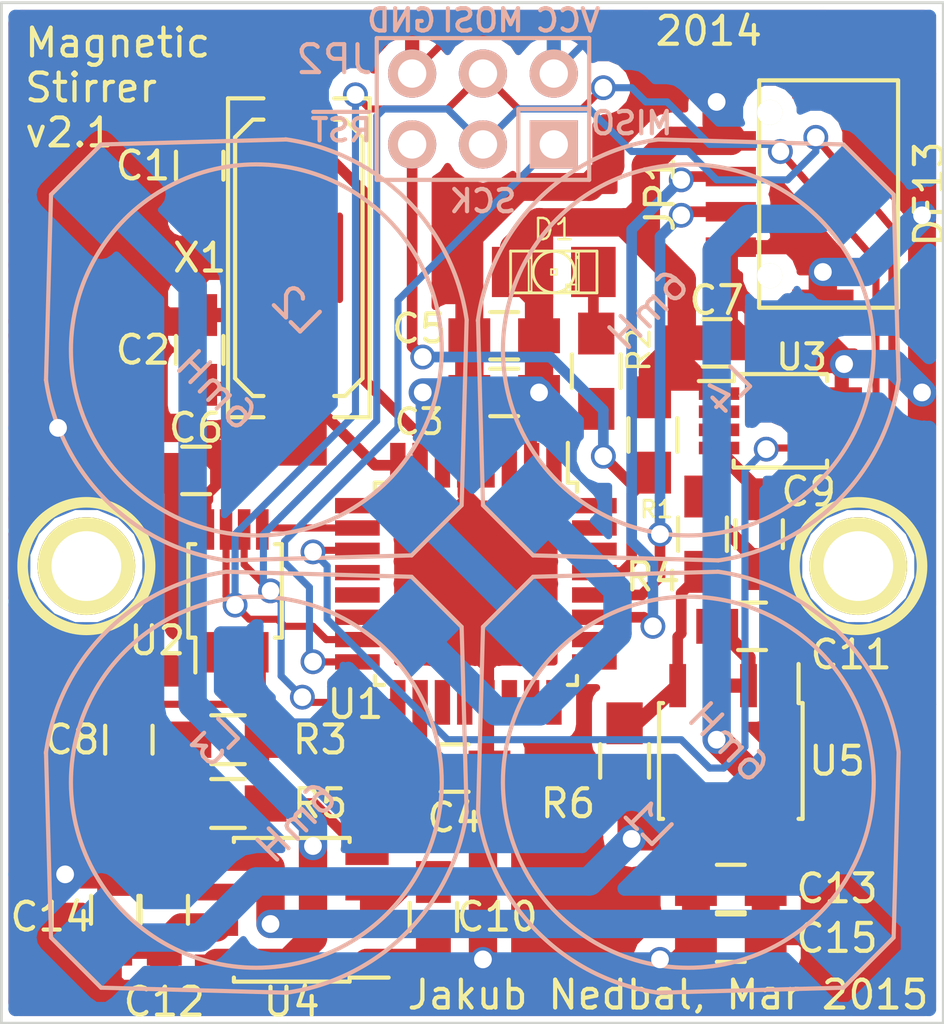
<source format=kicad_pcb>
(kicad_pcb (version 4) (host pcbnew "(2015-03-02 BZR 5466)-product")

  (general
    (links 83)
    (no_connects 0)
    (area 80.467999 62.941999 114.350001 99.618001)
    (thickness 1.6)
    (drawings 13)
    (tracks 496)
    (zones 0)
    (modules 36)
    (nets 50)
  )

  (page A4)
  (layers
    (0 F.Cu signal hide)
    (31 B.Cu signal)
    (32 B.Adhes user)
    (33 F.Adhes user)
    (34 B.Paste user)
    (35 F.Paste user)
    (36 B.SilkS user)
    (37 F.SilkS user)
    (38 B.Mask user)
    (39 F.Mask user)
    (40 Dwgs.User user)
    (41 Cmts.User user)
    (42 Eco1.User user)
    (43 Eco2.User user)
    (44 Edge.Cuts user)
  )

  (setup
    (last_trace_width 0.381)
    (user_trace_width 0.381)
    (user_trace_width 0.508)
    (user_trace_width 0.762)
    (user_trace_width 1)
    (user_trace_width 1.016)
    (trace_clearance 0.254)
    (zone_clearance 0.508)
    (zone_45_only no)
    (trace_min 0.254)
    (segment_width 0.2)
    (edge_width 0.1)
    (via_size 0.889)
    (via_drill 0.635)
    (via_min_size 0.889)
    (via_min_drill 0.508)
    (user_via 1 0.5)
    (user_via 1.4 0.8)
    (uvia_size 0.508)
    (uvia_drill 0.127)
    (uvias_allowed no)
    (uvia_min_size 0.508)
    (uvia_min_drill 0.127)
    (pcb_text_width 0.3)
    (pcb_text_size 1.5 1.5)
    (mod_edge_width 0.15)
    (mod_text_size 1 1)
    (mod_text_width 0.15)
    (pad_size 3.5 3.5)
    (pad_drill 2.5)
    (pad_to_mask_clearance 0)
    (aux_axis_origin 80.518 99.568)
    (visible_elements 7FFFFFFF)
    (pcbplotparams
      (layerselection 0x010f0_80000001)
      (usegerberextensions true)
      (excludeedgelayer true)
      (linewidth 0.100000)
      (plotframeref false)
      (viasonmask false)
      (mode 1)
      (useauxorigin false)
      (hpglpennumber 1)
      (hpglpenspeed 20)
      (hpglpendiameter 15)
      (hpglpenoverlay 2)
      (psnegative false)
      (psa4output false)
      (plotreference true)
      (plotvalue true)
      (plotinvisibletext false)
      (padsonsilk false)
      (subtractmaskfromsilk false)
      (outputformat 1)
      (mirror false)
      (drillshape 0)
      (scaleselection 1)
      (outputdirectory gerber/))
  )

  (net 0 "")
  (net 1 /MISO)
  (net 2 /RESET)
  (net 3 GND)
  (net 4 VCC)
  (net 5 "Net-(C1-Pad1)")
  (net 6 "Net-(C2-Pad1)")
  (net 7 "Net-(D1-Pad2)")
  (net 8 "Net-(JP1-Pad2)")
  (net 9 "Net-(JP1-Pad3)")
  (net 10 "Net-(L1-Pad2)")
  (net 11 "Net-(L3-Pad2)")
  (net 12 "Net-(P1-Pad1)")
  (net 13 "Net-(P2-Pad1)")
  (net 14 "Net-(R2-Pad2)")
  (net 15 "Net-(U1-Pad1)")
  (net 16 "Net-(U2-Pad2)")
  (net 17 "Net-(U2-Pad3)")
  (net 18 "Net-(U3-Pad3)")
  (net 19 "Net-(U3-Pad2)")
  (net 20 "Net-(U1-Pad9)")
  (net 21 "Net-(U1-Pad12)")
  (net 22 "Net-(U1-Pad13)")
  (net 23 "Net-(U1-Pad14)")
  (net 24 "Net-(U1-Pad19)")
  (net 25 "Net-(U1-Pad20)")
  (net 26 "Net-(U1-Pad22)")
  (net 27 "Net-(U1-Pad23)")
  (net 28 "Net-(U1-Pad24)")
  (net 29 "Net-(U1-Pad25)")
  (net 30 "Net-(U1-Pad26)")
  (net 31 "Net-(U1-Pad30)")
  (net 32 "Net-(U1-Pad31)")
  (net 33 "Net-(U1-Pad32)")
  (net 34 /powerModule_2_1/DACOUT1)
  (net 35 /powerModule_2_1/AIN1)
  (net 36 /powerModule_2_1/DACOUT2)
  (net 37 /powerModule_2_1/AIN2)
  (net 38 /powerModule_2_1/IN1+)
  (net 39 /powerModule_2_1/IN2+)
  (net 40 /powerModule_2_1/SCK)
  (net 41 /powerModule_2_1/MOSI)
  (net 42 /powerModule_2_1/L12_VO+)
  (net 43 /powerModule_2_1/L12_VO-)
  (net 44 /powerModule_2_1/L34_VO+)
  (net 45 /powerModule_2_1/L34_VO-)
  (net 46 /powerModule_2_1/IN1-)
  (net 47 /powerModule_2_1/IN2-)
  (net 48 /powerModule_2_1/~CS_DAC1)
  (net 49 /powerModule_2_1/~CS_DAC2)

  (net_class Default "This is the default net class."
    (clearance 0.254)
    (trace_width 0.254)
    (via_dia 0.889)
    (via_drill 0.635)
    (uvia_dia 0.508)
    (uvia_drill 0.127)
    (add_net /MISO)
    (add_net /RESET)
    (add_net /powerModule_2_1/AIN1)
    (add_net /powerModule_2_1/AIN2)
    (add_net /powerModule_2_1/DACOUT1)
    (add_net /powerModule_2_1/DACOUT2)
    (add_net /powerModule_2_1/IN1+)
    (add_net /powerModule_2_1/IN1-)
    (add_net /powerModule_2_1/IN2+)
    (add_net /powerModule_2_1/IN2-)
    (add_net /powerModule_2_1/L12_VO+)
    (add_net /powerModule_2_1/L12_VO-)
    (add_net /powerModule_2_1/L34_VO+)
    (add_net /powerModule_2_1/L34_VO-)
    (add_net /powerModule_2_1/MOSI)
    (add_net /powerModule_2_1/SCK)
    (add_net /powerModule_2_1/~CS_DAC1)
    (add_net /powerModule_2_1/~CS_DAC2)
    (add_net GND)
    (add_net "Net-(C1-Pad1)")
    (add_net "Net-(C2-Pad1)")
    (add_net "Net-(D1-Pad2)")
    (add_net "Net-(JP1-Pad2)")
    (add_net "Net-(JP1-Pad3)")
    (add_net "Net-(L1-Pad2)")
    (add_net "Net-(L3-Pad2)")
    (add_net "Net-(P1-Pad1)")
    (add_net "Net-(P2-Pad1)")
    (add_net "Net-(R2-Pad2)")
    (add_net "Net-(U1-Pad1)")
    (add_net "Net-(U1-Pad12)")
    (add_net "Net-(U1-Pad13)")
    (add_net "Net-(U1-Pad14)")
    (add_net "Net-(U1-Pad19)")
    (add_net "Net-(U1-Pad20)")
    (add_net "Net-(U1-Pad22)")
    (add_net "Net-(U1-Pad23)")
    (add_net "Net-(U1-Pad24)")
    (add_net "Net-(U1-Pad25)")
    (add_net "Net-(U1-Pad26)")
    (add_net "Net-(U1-Pad30)")
    (add_net "Net-(U1-Pad31)")
    (add_net "Net-(U1-Pad32)")
    (add_net "Net-(U1-Pad9)")
    (add_net "Net-(U2-Pad2)")
    (add_net "Net-(U2-Pad3)")
    (add_net "Net-(U3-Pad2)")
    (add_net "Net-(U3-Pad3)")
    (add_net VCC)
  )

  (net_class 508 ""
    (clearance 0.254)
    (trace_width 0.508)
    (via_dia 0.889)
    (via_drill 0.635)
    (uvia_dia 0.508)
    (uvia_drill 0.127)
  )

  (net_class VCC ""
    (clearance 0.254)
    (trace_width 0.508)
    (via_dia 1.5)
    (via_drill 1)
    (uvia_dia 0.508)
    (uvia_drill 0.127)
  )

  (module Connect:1pin (layer F.Cu) (tedit 54F8EAB2) (tstamp 531CD585)
    (at 83.566 83.185)
    (descr "module 1 pin (ou trou mecanique de percage)")
    (tags DEV)
    (path /531CD594)
    (fp_text reference P2 (at 0 -3.048) (layer F.SilkS) hide
      (effects (font (size 1 1) (thickness 0.15)))
    )
    (fp_text value CONN_1 (at 0 2.794) (layer F.SilkS) hide
      (effects (font (size 1.016 1.016) (thickness 0.254)))
    )
    (fp_circle (center 0 0) (end 0 -2.286) (layer F.SilkS) (width 0.381))
    (pad 1 thru_hole circle (at 0 0) (size 3.5 3.5) (drill 2.5) (layers *.Cu *.Mask F.SilkS)
      (net 13 "Net-(P2-Pad1)"))
  )

  (module Housings_QFP:TQFP-32_7x7mm_Pitch0.8mm (layer F.Cu) (tedit 546502ED) (tstamp 5452A964)
    (at 97.536 83.82 270)
    (descr "32-Lead Plastic Thin Quad Flatpack (PT) - 7x7x1.0 mm Body, 2.00 mm [TQFP] (see Microchip Packaging Specification 00000049BS.pdf)")
    (tags "QFP 0.8")
    (path /531C96C2)
    (attr smd)
    (fp_text reference U1 (at 4.318 4.318 360) (layer F.SilkS)
      (effects (font (size 1 1) (thickness 0.15)))
    )
    (fp_text value ATMEGA328P (at 0 6.05 270) (layer F.SilkS) hide
      (effects (font (size 1 1) (thickness 0.15)))
    )
    (fp_line (start -5.3 -5.3) (end -5.3 5.3) (layer F.CrtYd) (width 0.05))
    (fp_line (start 5.3 -5.3) (end 5.3 5.3) (layer F.CrtYd) (width 0.05))
    (fp_line (start -5.3 -5.3) (end 5.3 -5.3) (layer F.CrtYd) (width 0.05))
    (fp_line (start -5.3 5.3) (end 5.3 5.3) (layer F.CrtYd) (width 0.05))
    (fp_line (start -3.625 -3.625) (end -3.625 -3.3) (layer F.SilkS) (width 0.15))
    (fp_line (start 3.625 -3.625) (end 3.625 -3.3) (layer F.SilkS) (width 0.15))
    (fp_line (start 3.625 3.625) (end 3.625 3.3) (layer F.SilkS) (width 0.15))
    (fp_line (start -3.625 3.625) (end -3.625 3.3) (layer F.SilkS) (width 0.15))
    (fp_line (start -3.625 -3.625) (end -3.3 -3.625) (layer F.SilkS) (width 0.15))
    (fp_line (start -3.625 3.625) (end -3.3 3.625) (layer F.SilkS) (width 0.15))
    (fp_line (start 3.625 3.625) (end 3.3 3.625) (layer F.SilkS) (width 0.15))
    (fp_line (start 3.625 -3.625) (end 3.3 -3.625) (layer F.SilkS) (width 0.15))
    (fp_line (start -3.625 -3.3) (end -5.05 -3.3) (layer F.SilkS) (width 0.15))
    (pad 1 smd rect (at -4.25 -2.8 270) (size 1.6 0.55) (layers F.Cu F.Paste F.Mask)
      (net 15 "Net-(U1-Pad1)"))
    (pad 2 smd rect (at -4.25 -2 270) (size 1.6 0.55) (layers F.Cu F.Paste F.Mask)
      (net 14 "Net-(R2-Pad2)"))
    (pad 3 smd rect (at -4.25 -1.2 270) (size 1.6 0.55) (layers F.Cu F.Paste F.Mask)
      (net 3 GND))
    (pad 4 smd rect (at -4.25 -0.4 270) (size 1.6 0.55) (layers F.Cu F.Paste F.Mask)
      (net 4 VCC))
    (pad 5 smd rect (at -4.25 0.4 270) (size 1.6 0.55) (layers F.Cu F.Paste F.Mask)
      (net 3 GND))
    (pad 6 smd rect (at -4.25 1.2 270) (size 1.6 0.55) (layers F.Cu F.Paste F.Mask)
      (net 4 VCC))
    (pad 7 smd rect (at -4.25 2 270) (size 1.6 0.55) (layers F.Cu F.Paste F.Mask)
      (net 5 "Net-(C1-Pad1)"))
    (pad 8 smd rect (at -4.25 2.8 270) (size 1.6 0.55) (layers F.Cu F.Paste F.Mask)
      (net 6 "Net-(C2-Pad1)"))
    (pad 9 smd rect (at -2.8 4.25) (size 1.6 0.55) (layers F.Cu F.Paste F.Mask)
      (net 20 "Net-(U1-Pad9)"))
    (pad 10 smd rect (at -2 4.25) (size 1.6 0.55) (layers F.Cu F.Paste F.Mask)
      (net 48 /powerModule_2_1/~CS_DAC1))
    (pad 11 smd rect (at -1.2 4.25) (size 1.6 0.55) (layers F.Cu F.Paste F.Mask)
      (net 49 /powerModule_2_1/~CS_DAC2))
    (pad 12 smd rect (at -0.4 4.25) (size 1.6 0.55) (layers F.Cu F.Paste F.Mask)
      (net 21 "Net-(U1-Pad12)"))
    (pad 13 smd rect (at 0.4 4.25) (size 1.6 0.55) (layers F.Cu F.Paste F.Mask)
      (net 22 "Net-(U1-Pad13)"))
    (pad 14 smd rect (at 1.2 4.25) (size 1.6 0.55) (layers F.Cu F.Paste F.Mask)
      (net 23 "Net-(U1-Pad14)"))
    (pad 15 smd rect (at 2 4.25) (size 1.6 0.55) (layers F.Cu F.Paste F.Mask)
      (net 41 /powerModule_2_1/MOSI))
    (pad 16 smd rect (at 2.8 4.25) (size 1.6 0.55) (layers F.Cu F.Paste F.Mask)
      (net 1 /MISO))
    (pad 17 smd rect (at 4.25 2.8 270) (size 1.6 0.55) (layers F.Cu F.Paste F.Mask)
      (net 40 /powerModule_2_1/SCK))
    (pad 18 smd rect (at 4.25 2 270) (size 1.6 0.55) (layers F.Cu F.Paste F.Mask)
      (net 4 VCC))
    (pad 19 smd rect (at 4.25 1.2 270) (size 1.6 0.55) (layers F.Cu F.Paste F.Mask)
      (net 24 "Net-(U1-Pad19)"))
    (pad 20 smd rect (at 4.25 0.4 270) (size 1.6 0.55) (layers F.Cu F.Paste F.Mask)
      (net 25 "Net-(U1-Pad20)"))
    (pad 21 smd rect (at 4.25 -0.4 270) (size 1.6 0.55) (layers F.Cu F.Paste F.Mask)
      (net 3 GND))
    (pad 22 smd rect (at 4.25 -1.2 270) (size 1.6 0.55) (layers F.Cu F.Paste F.Mask)
      (net 26 "Net-(U1-Pad22)"))
    (pad 23 smd rect (at 4.25 -2 270) (size 1.6 0.55) (layers F.Cu F.Paste F.Mask)
      (net 27 "Net-(U1-Pad23)"))
    (pad 24 smd rect (at 4.25 -2.8 270) (size 1.6 0.55) (layers F.Cu F.Paste F.Mask)
      (net 28 "Net-(U1-Pad24)"))
    (pad 25 smd rect (at 2.8 -4.25) (size 1.6 0.55) (layers F.Cu F.Paste F.Mask)
      (net 29 "Net-(U1-Pad25)"))
    (pad 26 smd rect (at 2 -4.25) (size 1.6 0.55) (layers F.Cu F.Paste F.Mask)
      (net 30 "Net-(U1-Pad26)"))
    (pad 27 smd rect (at 1.2 -4.25) (size 1.6 0.55) (layers F.Cu F.Paste F.Mask)
      (net 8 "Net-(JP1-Pad2)"))
    (pad 28 smd rect (at 0.4 -4.25) (size 1.6 0.55) (layers F.Cu F.Paste F.Mask)
      (net 9 "Net-(JP1-Pad3)"))
    (pad 29 smd rect (at -0.4 -4.25) (size 1.6 0.55) (layers F.Cu F.Paste F.Mask)
      (net 2 /RESET))
    (pad 30 smd rect (at -1.2 -4.25) (size 1.6 0.55) (layers F.Cu F.Paste F.Mask)
      (net 31 "Net-(U1-Pad30)"))
    (pad 31 smd rect (at -2 -4.25) (size 1.6 0.55) (layers F.Cu F.Paste F.Mask)
      (net 32 "Net-(U1-Pad31)"))
    (pad 32 smd rect (at -2.8 -4.25) (size 1.6 0.55) (layers F.Cu F.Paste F.Mask)
      (net 33 "Net-(U1-Pad32)"))
    (model Housings_QFP/TQFP-32_7x7mm_Pitch0.8mm.wrl
      (at (xyz 0 0 0))
      (scale (xyz 1 1 1))
      (rotate (xyz 0 0 0))
    )
  )

  (module Housings_SSOP:MSOP-8_3x3mm_Pitch0.65mm (layer F.Cu) (tedit 54650182) (tstamp 5452AC4E)
    (at 88.9 84.074 90)
    (descr "8-Lead Plastic Micro Small Outline Package (MS) [MSOP] (see Microchip Packaging Specification 00000049BS.pdf)")
    (tags "SSOP 0.65")
    (path /531CA6C3/52703F3E)
    (attr smd)
    (fp_text reference U2 (at -1.778 -2.794 180) (layer F.SilkS)
      (effects (font (size 1 1) (thickness 0.15)))
    )
    (fp_text value DAC101S101 (at 0 2.6 90) (layer F.SilkS) hide
      (effects (font (size 1 1) (thickness 0.15)))
    )
    (fp_line (start -3.2 -1.85) (end -3.2 1.85) (layer F.CrtYd) (width 0.05))
    (fp_line (start 3.2 -1.85) (end 3.2 1.85) (layer F.CrtYd) (width 0.05))
    (fp_line (start -3.2 -1.85) (end 3.2 -1.85) (layer F.CrtYd) (width 0.05))
    (fp_line (start -3.2 1.85) (end 3.2 1.85) (layer F.CrtYd) (width 0.05))
    (fp_line (start -1.675 -1.675) (end -1.675 -1.425) (layer F.SilkS) (width 0.15))
    (fp_line (start 1.675 -1.675) (end 1.675 -1.425) (layer F.SilkS) (width 0.15))
    (fp_line (start 1.675 1.675) (end 1.675 1.425) (layer F.SilkS) (width 0.15))
    (fp_line (start -1.675 1.675) (end -1.675 1.425) (layer F.SilkS) (width 0.15))
    (fp_line (start -1.675 -1.675) (end 1.675 -1.675) (layer F.SilkS) (width 0.15))
    (fp_line (start -1.675 1.675) (end 1.675 1.675) (layer F.SilkS) (width 0.15))
    (fp_line (start -1.675 -1.425) (end -2.925 -1.425) (layer F.SilkS) (width 0.15))
    (pad 1 smd rect (at -2.2 -0.975 90) (size 1.45 0.45) (layers F.Cu F.Paste F.Mask)
      (net 4 VCC))
    (pad 2 smd rect (at -2.2 -0.325 90) (size 1.45 0.45) (layers F.Cu F.Paste F.Mask)
      (net 16 "Net-(U2-Pad2)"))
    (pad 3 smd rect (at -2.2 0.325 90) (size 1.45 0.45) (layers F.Cu F.Paste F.Mask)
      (net 17 "Net-(U2-Pad3)"))
    (pad 4 smd rect (at -2.2 0.975 90) (size 1.45 0.45) (layers F.Cu F.Paste F.Mask)
      (net 34 /powerModule_2_1/DACOUT1))
    (pad 5 smd rect (at 2.2 0.975 90) (size 1.45 0.45) (layers F.Cu F.Paste F.Mask)
      (net 48 /powerModule_2_1/~CS_DAC1))
    (pad 6 smd rect (at 2.2 0.325 90) (size 1.45 0.45) (layers F.Cu F.Paste F.Mask)
      (net 40 /powerModule_2_1/SCK))
    (pad 7 smd rect (at 2.2 -0.325 90) (size 1.45 0.45) (layers F.Cu F.Paste F.Mask)
      (net 41 /powerModule_2_1/MOSI))
    (pad 8 smd rect (at 2.2 -0.975 90) (size 1.45 0.45) (layers F.Cu F.Paste F.Mask)
      (net 3 GND))
    (model Housings_SSOP/MSOP-8_3x3mm_Pitch0.65mm.wrl
      (at (xyz 0 0 0))
      (scale (xyz 1 1 1))
      (rotate (xyz 0 0 0))
    )
  )

  (module Housings_SSOP:MSOP-8_3x3mm_Pitch0.65mm (layer F.Cu) (tedit 54650287) (tstamp 5452A97C)
    (at 108.458 77.978)
    (descr "8-Lead Plastic Micro Small Outline Package (MS) [MSOP] (see Microchip Packaging Specification 00000049BS.pdf)")
    (tags "SSOP 0.65")
    (path /531CA6C3/531A3CC3)
    (attr smd)
    (fp_text reference U3 (at 0.762 -2.286) (layer F.SilkS)
      (effects (font (size 0.9 0.9) (thickness 0.15)))
    )
    (fp_text value DAC101S101 (at 0 2.6) (layer F.SilkS) hide
      (effects (font (size 1 1) (thickness 0.15)))
    )
    (fp_line (start -3.2 -1.85) (end -3.2 1.85) (layer F.CrtYd) (width 0.05))
    (fp_line (start 3.2 -1.85) (end 3.2 1.85) (layer F.CrtYd) (width 0.05))
    (fp_line (start -3.2 -1.85) (end 3.2 -1.85) (layer F.CrtYd) (width 0.05))
    (fp_line (start -3.2 1.85) (end 3.2 1.85) (layer F.CrtYd) (width 0.05))
    (fp_line (start -1.675 -1.675) (end -1.675 -1.425) (layer F.SilkS) (width 0.15))
    (fp_line (start 1.675 -1.675) (end 1.675 -1.425) (layer F.SilkS) (width 0.15))
    (fp_line (start 1.675 1.675) (end 1.675 1.425) (layer F.SilkS) (width 0.15))
    (fp_line (start -1.675 1.675) (end -1.675 1.425) (layer F.SilkS) (width 0.15))
    (fp_line (start -1.675 -1.675) (end 1.675 -1.675) (layer F.SilkS) (width 0.15))
    (fp_line (start -1.675 1.675) (end 1.675 1.675) (layer F.SilkS) (width 0.15))
    (fp_line (start -1.675 -1.425) (end -2.925 -1.425) (layer F.SilkS) (width 0.15))
    (pad 1 smd rect (at -2.2 -0.975) (size 1.45 0.45) (layers F.Cu F.Paste F.Mask)
      (net 4 VCC))
    (pad 2 smd rect (at -2.2 -0.325) (size 1.45 0.45) (layers F.Cu F.Paste F.Mask)
      (net 19 "Net-(U3-Pad2)"))
    (pad 3 smd rect (at -2.2 0.325) (size 1.45 0.45) (layers F.Cu F.Paste F.Mask)
      (net 18 "Net-(U3-Pad3)"))
    (pad 4 smd rect (at -2.2 0.975) (size 1.45 0.45) (layers F.Cu F.Paste F.Mask)
      (net 36 /powerModule_2_1/DACOUT2))
    (pad 5 smd rect (at 2.2 0.975) (size 1.45 0.45) (layers F.Cu F.Paste F.Mask)
      (net 49 /powerModule_2_1/~CS_DAC2))
    (pad 6 smd rect (at 2.2 0.325) (size 1.45 0.45) (layers F.Cu F.Paste F.Mask)
      (net 40 /powerModule_2_1/SCK))
    (pad 7 smd rect (at 2.2 -0.325) (size 1.45 0.45) (layers F.Cu F.Paste F.Mask)
      (net 41 /powerModule_2_1/MOSI))
    (pad 8 smd rect (at 2.2 -0.975) (size 1.45 0.45) (layers F.Cu F.Paste F.Mask)
      (net 3 GND))
    (model Housings_SSOP/MSOP-8_3x3mm_Pitch0.65mm.wrl
      (at (xyz 0 0 0))
      (scale (xyz 1 1 1))
      (rotate (xyz 0 0 0))
    )
  )

  (module Housings_SOIC:SOIC-8_3.9x4.9mm_Pitch1.27mm (layer F.Cu) (tedit 546501BA) (tstamp 5452A988)
    (at 106.68 90.17 270)
    (descr "8-Lead Plastic Small Outline (SN) - Narrow, 3.90 mm Body [SOIC] (see Microchip Packaging Specification 00000049BS.pdf)")
    (tags "SOIC 1.27")
    (path /531CA6C3/531A3CC9)
    (attr smd)
    (fp_text reference U5 (at 0 -3.81 360) (layer F.SilkS)
      (effects (font (size 1 1) (thickness 0.15)))
    )
    (fp_text value TPA301 (at 0 3.5 270) (layer F.SilkS) hide
      (effects (font (size 1 1) (thickness 0.15)))
    )
    (fp_line (start -3.75 -2.75) (end -3.75 2.75) (layer F.CrtYd) (width 0.05))
    (fp_line (start 3.75 -2.75) (end 3.75 2.75) (layer F.CrtYd) (width 0.05))
    (fp_line (start -3.75 -2.75) (end 3.75 -2.75) (layer F.CrtYd) (width 0.05))
    (fp_line (start -3.75 2.75) (end 3.75 2.75) (layer F.CrtYd) (width 0.05))
    (fp_line (start -2.075 -2.575) (end -2.075 -2.43) (layer F.SilkS) (width 0.15))
    (fp_line (start 2.075 -2.575) (end 2.075 -2.43) (layer F.SilkS) (width 0.15))
    (fp_line (start 2.075 2.575) (end 2.075 2.43) (layer F.SilkS) (width 0.15))
    (fp_line (start -2.075 2.575) (end -2.075 2.43) (layer F.SilkS) (width 0.15))
    (fp_line (start -2.075 -2.575) (end 2.075 -2.575) (layer F.SilkS) (width 0.15))
    (fp_line (start -2.075 2.575) (end 2.075 2.575) (layer F.SilkS) (width 0.15))
    (fp_line (start -2.075 -2.43) (end -3.475 -2.43) (layer F.SilkS) (width 0.15))
    (pad 1 smd rect (at -2.7 -1.905 270) (size 1.55 0.6) (layers F.Cu F.Paste F.Mask)
      (net 3 GND))
    (pad 2 smd rect (at -2.7 -0.635 270) (size 1.55 0.6) (layers F.Cu F.Paste F.Mask)
      (net 39 /powerModule_2_1/IN2+))
    (pad 3 smd rect (at -2.7 0.635 270) (size 1.55 0.6) (layers F.Cu F.Paste F.Mask)
      (net 39 /powerModule_2_1/IN2+))
    (pad 4 smd rect (at -2.7 1.905 270) (size 1.55 0.6) (layers F.Cu F.Paste F.Mask)
      (net 47 /powerModule_2_1/IN2-))
    (pad 5 smd rect (at 2.7 1.905 270) (size 1.55 0.6) (layers F.Cu F.Paste F.Mask)
      (net 44 /powerModule_2_1/L34_VO+))
    (pad 6 smd rect (at 2.7 0.635 270) (size 1.55 0.6) (layers F.Cu F.Paste F.Mask)
      (net 4 VCC))
    (pad 7 smd rect (at 2.7 -0.635 270) (size 1.55 0.6) (layers F.Cu F.Paste F.Mask)
      (net 3 GND))
    (pad 8 smd rect (at 2.7 -1.905 270) (size 1.55 0.6) (layers F.Cu F.Paste F.Mask)
      (net 45 /powerModule_2_1/L34_VO-))
    (model Housings_SOIC/SOIC-8_3.9x4.9mm_Pitch1.27mm.wrl
      (at (xyz 0 0 0))
      (scale (xyz 1 1 1))
      (rotate (xyz 0 0 0))
    )
  )

  (module Capacitors_SMD:C_0805_HandSoldering (layer F.Cu) (tedit 548083E4) (tstamp 5452AA7C)
    (at 87.63 68.834 270)
    (descr "Capacitor SMD 0805, hand soldering")
    (tags "capacitor 0805")
    (path /531C9B90)
    (attr smd)
    (fp_text reference C1 (at 0 2.032 360) (layer F.SilkS)
      (effects (font (size 1 1) (thickness 0.15)))
    )
    (fp_text value 18p (at 0 2.1 270) (layer F.SilkS) hide
      (effects (font (size 1 1) (thickness 0.15)))
    )
    (fp_line (start -2.3 -1) (end 2.3 -1) (layer F.CrtYd) (width 0.05))
    (fp_line (start -2.3 1) (end 2.3 1) (layer F.CrtYd) (width 0.05))
    (fp_line (start -2.3 -1) (end -2.3 1) (layer F.CrtYd) (width 0.05))
    (fp_line (start 2.3 -1) (end 2.3 1) (layer F.CrtYd) (width 0.05))
    (fp_line (start 0.5 -0.85) (end -0.5 -0.85) (layer F.SilkS) (width 0.15))
    (fp_line (start -0.5 0.85) (end 0.5 0.85) (layer F.SilkS) (width 0.15))
    (pad 1 smd rect (at -1.25 0 270) (size 1.5 1.25) (layers F.Cu F.Paste F.Mask)
      (net 5 "Net-(C1-Pad1)"))
    (pad 2 smd rect (at 1.25 0 270) (size 1.5 1.25) (layers F.Cu F.Paste F.Mask)
      (net 3 GND))
    (model Capacitors_SMD/C_0805N.wrl
      (at (xyz 0 0 0))
      (scale (xyz 1 1 1))
      (rotate (xyz 0 0 0))
    )
  )

  (module Capacitors_SMD:C_0805_HandSoldering (layer F.Cu) (tedit 546501B1) (tstamp 5452AA82)
    (at 87.63 75.438 90)
    (descr "Capacitor SMD 0805, hand soldering")
    (tags "capacitor 0805")
    (path /531C9B8A)
    (attr smd)
    (fp_text reference C2 (at 0 -2.032 180) (layer F.SilkS)
      (effects (font (size 1 1) (thickness 0.15)))
    )
    (fp_text value 18p (at 0 2.1 90) (layer F.SilkS) hide
      (effects (font (size 1 1) (thickness 0.15)))
    )
    (fp_line (start -2.3 -1) (end 2.3 -1) (layer F.CrtYd) (width 0.05))
    (fp_line (start -2.3 1) (end 2.3 1) (layer F.CrtYd) (width 0.05))
    (fp_line (start -2.3 -1) (end -2.3 1) (layer F.CrtYd) (width 0.05))
    (fp_line (start 2.3 -1) (end 2.3 1) (layer F.CrtYd) (width 0.05))
    (fp_line (start 0.5 -0.85) (end -0.5 -0.85) (layer F.SilkS) (width 0.15))
    (fp_line (start -0.5 0.85) (end 0.5 0.85) (layer F.SilkS) (width 0.15))
    (pad 1 smd rect (at -1.25 0 90) (size 1.5 1.25) (layers F.Cu F.Paste F.Mask)
      (net 6 "Net-(C2-Pad1)"))
    (pad 2 smd rect (at 1.25 0 90) (size 1.5 1.25) (layers F.Cu F.Paste F.Mask)
      (net 3 GND))
    (model Capacitors_SMD/C_0805N.wrl
      (at (xyz 0 0 0))
      (scale (xyz 1 1 1))
      (rotate (xyz 0 0 0))
    )
  )

  (module Capacitors_SMD:C_0805_HandSoldering (layer F.Cu) (tedit 54AC3153) (tstamp 5452AA88)
    (at 98.552 76.962 180)
    (descr "Capacitor SMD 0805, hand soldering")
    (tags "capacitor 0805")
    (path /531CA711)
    (attr smd)
    (fp_text reference C3 (at 3.048 -1.05 180) (layer F.SilkS)
      (effects (font (size 0.9 0.9) (thickness 0.14)))
    )
    (fp_text value 100n (at 0 2.1 180) (layer F.SilkS) hide
      (effects (font (size 1 1) (thickness 0.15)))
    )
    (fp_line (start -2.3 -1) (end 2.3 -1) (layer F.CrtYd) (width 0.05))
    (fp_line (start -2.3 1) (end 2.3 1) (layer F.CrtYd) (width 0.05))
    (fp_line (start -2.3 -1) (end -2.3 1) (layer F.CrtYd) (width 0.05))
    (fp_line (start 2.3 -1) (end 2.3 1) (layer F.CrtYd) (width 0.05))
    (fp_line (start 0.5 -0.85) (end -0.5 -0.85) (layer F.SilkS) (width 0.15))
    (fp_line (start -0.5 0.85) (end 0.5 0.85) (layer F.SilkS) (width 0.15))
    (pad 1 smd rect (at -1.25 0 180) (size 1.5 1.25) (layers F.Cu F.Paste F.Mask)
      (net 4 VCC))
    (pad 2 smd rect (at 1.25 0 180) (size 1.5 1.25) (layers F.Cu F.Paste F.Mask)
      (net 3 GND))
    (model Capacitors_SMD/C_0805N.wrl
      (at (xyz 0 0 0))
      (scale (xyz 1 1 1))
      (rotate (xyz 0 0 0))
    )
  )

  (module Capacitors_SMD:C_0805_HandSoldering (layer F.Cu) (tedit 5465022A) (tstamp 5452AA8E)
    (at 96.774 90.424)
    (descr "Capacitor SMD 0805, hand soldering")
    (tags "capacitor 0805")
    (path /531CA717)
    (attr smd)
    (fp_text reference C4 (at 0 1.778) (layer F.SilkS)
      (effects (font (size 1 1) (thickness 0.15)))
    )
    (fp_text value 100n (at 0 2.1) (layer F.SilkS) hide
      (effects (font (size 1 1) (thickness 0.15)))
    )
    (fp_line (start -2.3 -1) (end 2.3 -1) (layer F.CrtYd) (width 0.05))
    (fp_line (start -2.3 1) (end 2.3 1) (layer F.CrtYd) (width 0.05))
    (fp_line (start -2.3 -1) (end -2.3 1) (layer F.CrtYd) (width 0.05))
    (fp_line (start 2.3 -1) (end 2.3 1) (layer F.CrtYd) (width 0.05))
    (fp_line (start 0.5 -0.85) (end -0.5 -0.85) (layer F.SilkS) (width 0.15))
    (fp_line (start -0.5 0.85) (end 0.5 0.85) (layer F.SilkS) (width 0.15))
    (pad 1 smd rect (at -1.25 0) (size 1.5 1.25) (layers F.Cu F.Paste F.Mask)
      (net 4 VCC))
    (pad 2 smd rect (at 1.25 0) (size 1.5 1.25) (layers F.Cu F.Paste F.Mask)
      (net 3 GND))
    (model Capacitors_SMD/C_0805N.wrl
      (at (xyz 0 0 0))
      (scale (xyz 1 1 1))
      (rotate (xyz 0 0 0))
    )
  )

  (module Capacitors_SMD:C_0805_HandSoldering (layer F.Cu) (tedit 5465018F) (tstamp 5452AA94)
    (at 98.552 74.93 180)
    (descr "Capacitor SMD 0805, hand soldering")
    (tags "capacitor 0805")
    (path /531CA753)
    (attr smd)
    (fp_text reference C5 (at 3.048 0.254 180) (layer F.SilkS)
      (effects (font (size 1 1) (thickness 0.15)))
    )
    (fp_text value 10u (at 0 2.1 180) (layer F.SilkS) hide
      (effects (font (size 1 1) (thickness 0.15)))
    )
    (fp_line (start -2.3 -1) (end 2.3 -1) (layer F.CrtYd) (width 0.05))
    (fp_line (start -2.3 1) (end 2.3 1) (layer F.CrtYd) (width 0.05))
    (fp_line (start -2.3 -1) (end -2.3 1) (layer F.CrtYd) (width 0.05))
    (fp_line (start 2.3 -1) (end 2.3 1) (layer F.CrtYd) (width 0.05))
    (fp_line (start 0.5 -0.85) (end -0.5 -0.85) (layer F.SilkS) (width 0.15))
    (fp_line (start -0.5 0.85) (end 0.5 0.85) (layer F.SilkS) (width 0.15))
    (pad 1 smd rect (at -1.25 0 180) (size 1.5 1.25) (layers F.Cu F.Paste F.Mask)
      (net 4 VCC))
    (pad 2 smd rect (at 1.25 0 180) (size 1.5 1.25) (layers F.Cu F.Paste F.Mask)
      (net 3 GND))
    (model Capacitors_SMD/C_0805N.wrl
      (at (xyz 0 0 0))
      (scale (xyz 1 1 1))
      (rotate (xyz 0 0 0))
    )
  )

  (module Capacitors_SMD:C_0805_HandSoldering (layer F.Cu) (tedit 54650179) (tstamp 5452AA9A)
    (at 87.503 79.756)
    (descr "Capacitor SMD 0805, hand soldering")
    (tags "capacitor 0805")
    (path /531CA6C3/52703F69)
    (attr smd)
    (fp_text reference C6 (at 0 -1.524) (layer F.SilkS)
      (effects (font (size 1 1) (thickness 0.15)))
    )
    (fp_text value 100n (at 0 2.1) (layer F.SilkS) hide
      (effects (font (size 1 1) (thickness 0.15)))
    )
    (fp_line (start -2.3 -1) (end 2.3 -1) (layer F.CrtYd) (width 0.05))
    (fp_line (start -2.3 1) (end 2.3 1) (layer F.CrtYd) (width 0.05))
    (fp_line (start -2.3 -1) (end -2.3 1) (layer F.CrtYd) (width 0.05))
    (fp_line (start 2.3 -1) (end 2.3 1) (layer F.CrtYd) (width 0.05))
    (fp_line (start 0.5 -0.85) (end -0.5 -0.85) (layer F.SilkS) (width 0.15))
    (fp_line (start -0.5 0.85) (end 0.5 0.85) (layer F.SilkS) (width 0.15))
    (pad 1 smd rect (at -1.25 0) (size 1.5 1.25) (layers F.Cu F.Paste F.Mask)
      (net 4 VCC))
    (pad 2 smd rect (at 1.25 0) (size 1.5 1.25) (layers F.Cu F.Paste F.Mask)
      (net 3 GND))
    (model Capacitors_SMD/C_0805N.wrl
      (at (xyz 0 0 0))
      (scale (xyz 1 1 1))
      (rotate (xyz 0 0 0))
    )
  )

  (module Capacitors_SMD:C_0805_HandSoldering (layer F.Cu) (tedit 546501CF) (tstamp 5452AAA0)
    (at 106.172 75.184)
    (descr "Capacitor SMD 0805, hand soldering")
    (tags "capacitor 0805")
    (path /531CA6C3/531A3CCF)
    (attr smd)
    (fp_text reference C7 (at 0 -1.524) (layer F.SilkS)
      (effects (font (size 1 1) (thickness 0.15)))
    )
    (fp_text value 100n (at 0 2.1) (layer F.SilkS) hide
      (effects (font (size 1 1) (thickness 0.15)))
    )
    (fp_line (start -2.3 -1) (end 2.3 -1) (layer F.CrtYd) (width 0.05))
    (fp_line (start -2.3 1) (end 2.3 1) (layer F.CrtYd) (width 0.05))
    (fp_line (start -2.3 -1) (end -2.3 1) (layer F.CrtYd) (width 0.05))
    (fp_line (start 2.3 -1) (end 2.3 1) (layer F.CrtYd) (width 0.05))
    (fp_line (start 0.5 -0.85) (end -0.5 -0.85) (layer F.SilkS) (width 0.15))
    (fp_line (start -0.5 0.85) (end 0.5 0.85) (layer F.SilkS) (width 0.15))
    (pad 1 smd rect (at -1.25 0) (size 1.5 1.25) (layers F.Cu F.Paste F.Mask)
      (net 4 VCC))
    (pad 2 smd rect (at 1.25 0) (size 1.5 1.25) (layers F.Cu F.Paste F.Mask)
      (net 3 GND))
    (model Capacitors_SMD/C_0805N.wrl
      (at (xyz 0 0 0))
      (scale (xyz 1 1 1))
      (rotate (xyz 0 0 0))
    )
  )

  (module Capacitors_SMD:C_0805_HandSoldering (layer F.Cu) (tedit 54650171) (tstamp 5452AAA6)
    (at 85.09 89.408 270)
    (descr "Capacitor SMD 0805, hand soldering")
    (tags "capacitor 0805")
    (path /531CA6C3/52703F75)
    (attr smd)
    (fp_text reference C8 (at 0 2.032 360) (layer F.SilkS)
      (effects (font (size 1 1) (thickness 0.15)))
    )
    (fp_text value 10u (at 0 2.1 270) (layer F.SilkS) hide
      (effects (font (size 1 1) (thickness 0.15)))
    )
    (fp_line (start -2.3 -1) (end 2.3 -1) (layer F.CrtYd) (width 0.05))
    (fp_line (start -2.3 1) (end 2.3 1) (layer F.CrtYd) (width 0.05))
    (fp_line (start -2.3 -1) (end -2.3 1) (layer F.CrtYd) (width 0.05))
    (fp_line (start 2.3 -1) (end 2.3 1) (layer F.CrtYd) (width 0.05))
    (fp_line (start 0.5 -0.85) (end -0.5 -0.85) (layer F.SilkS) (width 0.15))
    (fp_line (start -0.5 0.85) (end 0.5 0.85) (layer F.SilkS) (width 0.15))
    (pad 1 smd rect (at -1.25 0 270) (size 1.5 1.25) (layers F.Cu F.Paste F.Mask)
      (net 34 /powerModule_2_1/DACOUT1))
    (pad 2 smd rect (at 1.25 0 270) (size 1.5 1.25) (layers F.Cu F.Paste F.Mask)
      (net 35 /powerModule_2_1/AIN1))
    (model Capacitors_SMD/C_0805N.wrl
      (at (xyz 0 0 0))
      (scale (xyz 1 1 1))
      (rotate (xyz 0 0 0))
    )
  )

  (module Capacitors_SMD:C_0805_HandSoldering (layer F.Cu) (tedit 5465025A) (tstamp 5452AAAC)
    (at 107.696 82.042 270)
    (descr "Capacitor SMD 0805, hand soldering")
    (tags "capacitor 0805")
    (path /531CA6C3/531A3CDB)
    (attr smd)
    (fp_text reference C9 (at -1.524 -1.778 360) (layer F.SilkS)
      (effects (font (size 1 1) (thickness 0.15)))
    )
    (fp_text value 10u (at 0 2.1 270) (layer F.SilkS) hide
      (effects (font (size 1 1) (thickness 0.15)))
    )
    (fp_line (start -2.3 -1) (end 2.3 -1) (layer F.CrtYd) (width 0.05))
    (fp_line (start -2.3 1) (end 2.3 1) (layer F.CrtYd) (width 0.05))
    (fp_line (start -2.3 -1) (end -2.3 1) (layer F.CrtYd) (width 0.05))
    (fp_line (start 2.3 -1) (end 2.3 1) (layer F.CrtYd) (width 0.05))
    (fp_line (start 0.5 -0.85) (end -0.5 -0.85) (layer F.SilkS) (width 0.15))
    (fp_line (start -0.5 0.85) (end 0.5 0.85) (layer F.SilkS) (width 0.15))
    (pad 1 smd rect (at -1.25 0 270) (size 1.5 1.25) (layers F.Cu F.Paste F.Mask)
      (net 36 /powerModule_2_1/DACOUT2))
    (pad 2 smd rect (at 1.25 0 270) (size 1.5 1.25) (layers F.Cu F.Paste F.Mask)
      (net 37 /powerModule_2_1/AIN2))
    (model Capacitors_SMD/C_0805N.wrl
      (at (xyz 0 0 0))
      (scale (xyz 1 1 1))
      (rotate (xyz 0 0 0))
    )
  )

  (module Capacitors_SMD:C_0805_HandSoldering (layer F.Cu) (tedit 54650151) (tstamp 5452AAB2)
    (at 96.012 95.758 270)
    (descr "Capacitor SMD 0805, hand soldering")
    (tags "capacitor 0805")
    (path /531CA6C3/52703F6F)
    (attr smd)
    (fp_text reference C10 (at 0 -2.286 360) (layer F.SilkS)
      (effects (font (size 1 1) (thickness 0.15)))
    )
    (fp_text value 470n (at 0 2.1 270) (layer F.SilkS) hide
      (effects (font (size 1 1) (thickness 0.15)))
    )
    (fp_line (start -2.3 -1) (end 2.3 -1) (layer F.CrtYd) (width 0.05))
    (fp_line (start -2.3 1) (end 2.3 1) (layer F.CrtYd) (width 0.05))
    (fp_line (start -2.3 -1) (end -2.3 1) (layer F.CrtYd) (width 0.05))
    (fp_line (start 2.3 -1) (end 2.3 1) (layer F.CrtYd) (width 0.05))
    (fp_line (start 0.5 -0.85) (end -0.5 -0.85) (layer F.SilkS) (width 0.15))
    (fp_line (start -0.5 0.85) (end 0.5 0.85) (layer F.SilkS) (width 0.15))
    (pad 1 smd rect (at -1.25 0 270) (size 1.5 1.25) (layers F.Cu F.Paste F.Mask)
      (net 38 /powerModule_2_1/IN1+))
    (pad 2 smd rect (at 1.25 0 270) (size 1.5 1.25) (layers F.Cu F.Paste F.Mask)
      (net 3 GND))
    (model Capacitors_SMD/C_0805N.wrl
      (at (xyz 0 0 0))
      (scale (xyz 1 1 1))
      (rotate (xyz 0 0 0))
    )
  )

  (module Capacitors_SMD:C_0805_HandSoldering (layer F.Cu) (tedit 5466502F) (tstamp 5452AAB8)
    (at 107.442 85.344)
    (descr "Capacitor SMD 0805, hand soldering")
    (tags "capacitor 0805")
    (path /531CA6C3/531A3CD5)
    (attr smd)
    (fp_text reference C11 (at 3.556 1.016) (layer F.SilkS)
      (effects (font (size 1 1) (thickness 0.15)))
    )
    (fp_text value 470n (at 0 2.1) (layer F.SilkS) hide
      (effects (font (size 1 1) (thickness 0.15)))
    )
    (fp_line (start -2.3 -1) (end 2.3 -1) (layer F.CrtYd) (width 0.05))
    (fp_line (start -2.3 1) (end 2.3 1) (layer F.CrtYd) (width 0.05))
    (fp_line (start -2.3 -1) (end -2.3 1) (layer F.CrtYd) (width 0.05))
    (fp_line (start 2.3 -1) (end 2.3 1) (layer F.CrtYd) (width 0.05))
    (fp_line (start 0.5 -0.85) (end -0.5 -0.85) (layer F.SilkS) (width 0.15))
    (fp_line (start -0.5 0.85) (end 0.5 0.85) (layer F.SilkS) (width 0.15))
    (pad 1 smd rect (at -1.25 0) (size 1.5 1.25) (layers F.Cu F.Paste F.Mask)
      (net 39 /powerModule_2_1/IN2+))
    (pad 2 smd rect (at 1.25 0) (size 1.5 1.25) (layers F.Cu F.Paste F.Mask)
      (net 3 GND))
    (model Capacitors_SMD/C_0805N.wrl
      (at (xyz 0 0 0))
      (scale (xyz 1 1 1))
      (rotate (xyz 0 0 0))
    )
  )

  (module Capacitors_SMD:C_0805_HandSoldering (layer F.Cu) (tedit 54650306) (tstamp 5452AABE)
    (at 86.36 95.504 270)
    (descr "Capacitor SMD 0805, hand soldering")
    (tags "capacitor 0805")
    (path /531CA6C3/52704578)
    (attr smd)
    (fp_text reference C12 (at 3.302 0 360) (layer F.SilkS)
      (effects (font (size 1 1) (thickness 0.15)))
    )
    (fp_text value 100n (at 0 2.1 270) (layer F.SilkS) hide
      (effects (font (size 1 1) (thickness 0.15)))
    )
    (fp_line (start -2.3 -1) (end 2.3 -1) (layer F.CrtYd) (width 0.05))
    (fp_line (start -2.3 1) (end 2.3 1) (layer F.CrtYd) (width 0.05))
    (fp_line (start -2.3 -1) (end -2.3 1) (layer F.CrtYd) (width 0.05))
    (fp_line (start 2.3 -1) (end 2.3 1) (layer F.CrtYd) (width 0.05))
    (fp_line (start 0.5 -0.85) (end -0.5 -0.85) (layer F.SilkS) (width 0.15))
    (fp_line (start -0.5 0.85) (end 0.5 0.85) (layer F.SilkS) (width 0.15))
    (pad 1 smd rect (at -1.25 0 270) (size 1.5 1.25) (layers F.Cu F.Paste F.Mask)
      (net 4 VCC))
    (pad 2 smd rect (at 1.25 0 270) (size 1.5 1.25) (layers F.Cu F.Paste F.Mask)
      (net 3 GND))
    (model Capacitors_SMD/C_0805N.wrl
      (at (xyz 0 0 0))
      (scale (xyz 1 1 1))
      (rotate (xyz 0 0 0))
    )
  )

  (module Capacitors_SMD:C_0805_HandSoldering (layer F.Cu) (tedit 54650149) (tstamp 5452AAC4)
    (at 106.68 94.742)
    (descr "Capacitor SMD 0805, hand soldering")
    (tags "capacitor 0805")
    (path /531CA6C3/531A3D0B)
    (attr smd)
    (fp_text reference C13 (at 3.81 0) (layer F.SilkS)
      (effects (font (size 1 1) (thickness 0.15)))
    )
    (fp_text value 100n (at 0 2.1) (layer F.SilkS) hide
      (effects (font (size 1 1) (thickness 0.15)))
    )
    (fp_line (start -2.3 -1) (end 2.3 -1) (layer F.CrtYd) (width 0.05))
    (fp_line (start -2.3 1) (end 2.3 1) (layer F.CrtYd) (width 0.05))
    (fp_line (start -2.3 -1) (end -2.3 1) (layer F.CrtYd) (width 0.05))
    (fp_line (start 2.3 -1) (end 2.3 1) (layer F.CrtYd) (width 0.05))
    (fp_line (start 0.5 -0.85) (end -0.5 -0.85) (layer F.SilkS) (width 0.15))
    (fp_line (start -0.5 0.85) (end 0.5 0.85) (layer F.SilkS) (width 0.15))
    (pad 1 smd rect (at -1.25 0) (size 1.5 1.25) (layers F.Cu F.Paste F.Mask)
      (net 4 VCC))
    (pad 2 smd rect (at 1.25 0) (size 1.5 1.25) (layers F.Cu F.Paste F.Mask)
      (net 3 GND))
    (model Capacitors_SMD/C_0805N.wrl
      (at (xyz 0 0 0))
      (scale (xyz 1 1 1))
      (rotate (xyz 0 0 0))
    )
  )

  (module Capacitors_SMD:C_0805_HandSoldering (layer F.Cu) (tedit 5465016E) (tstamp 5452AACA)
    (at 84.582 95.504 270)
    (descr "Capacitor SMD 0805, hand soldering")
    (tags "capacitor 0805")
    (path /531CA6C3/5270459E)
    (attr smd)
    (fp_text reference C14 (at 0.254 2.286 360) (layer F.SilkS)
      (effects (font (size 1 1) (thickness 0.15)))
    )
    (fp_text value 10u (at 0 2.1 270) (layer F.SilkS) hide
      (effects (font (size 1 1) (thickness 0.15)))
    )
    (fp_line (start -2.3 -1) (end 2.3 -1) (layer F.CrtYd) (width 0.05))
    (fp_line (start -2.3 1) (end 2.3 1) (layer F.CrtYd) (width 0.05))
    (fp_line (start -2.3 -1) (end -2.3 1) (layer F.CrtYd) (width 0.05))
    (fp_line (start 2.3 -1) (end 2.3 1) (layer F.CrtYd) (width 0.05))
    (fp_line (start 0.5 -0.85) (end -0.5 -0.85) (layer F.SilkS) (width 0.15))
    (fp_line (start -0.5 0.85) (end 0.5 0.85) (layer F.SilkS) (width 0.15))
    (pad 1 smd rect (at -1.25 0 270) (size 1.5 1.25) (layers F.Cu F.Paste F.Mask)
      (net 4 VCC))
    (pad 2 smd rect (at 1.25 0 270) (size 1.5 1.25) (layers F.Cu F.Paste F.Mask)
      (net 3 GND))
    (model Capacitors_SMD/C_0805N.wrl
      (at (xyz 0 0 0))
      (scale (xyz 1 1 1))
      (rotate (xyz 0 0 0))
    )
  )

  (module Capacitors_SMD:C_0805_HandSoldering (layer F.Cu) (tedit 5465014C) (tstamp 5452AAD0)
    (at 106.68 96.52)
    (descr "Capacitor SMD 0805, hand soldering")
    (tags "capacitor 0805")
    (path /531CA6C3/531A3D11)
    (attr smd)
    (fp_text reference C15 (at 3.81 0) (layer F.SilkS)
      (effects (font (size 1 1) (thickness 0.15)))
    )
    (fp_text value 10u (at 0 2.1) (layer F.SilkS) hide
      (effects (font (size 1 1) (thickness 0.15)))
    )
    (fp_line (start -2.3 -1) (end 2.3 -1) (layer F.CrtYd) (width 0.05))
    (fp_line (start -2.3 1) (end 2.3 1) (layer F.CrtYd) (width 0.05))
    (fp_line (start -2.3 -1) (end -2.3 1) (layer F.CrtYd) (width 0.05))
    (fp_line (start 2.3 -1) (end 2.3 1) (layer F.CrtYd) (width 0.05))
    (fp_line (start 0.5 -0.85) (end -0.5 -0.85) (layer F.SilkS) (width 0.15))
    (fp_line (start -0.5 0.85) (end 0.5 0.85) (layer F.SilkS) (width 0.15))
    (pad 1 smd rect (at -1.25 0) (size 1.5 1.25) (layers F.Cu F.Paste F.Mask)
      (net 4 VCC))
    (pad 2 smd rect (at 1.25 0) (size 1.5 1.25) (layers F.Cu F.Paste F.Mask)
      (net 3 GND))
    (model Capacitors_SMD/C_0805N.wrl
      (at (xyz 0 0 0))
      (scale (xyz 1 1 1))
      (rotate (xyz 0 0 0))
    )
  )

  (module LEDs:LED-1206 (layer F.Cu) (tedit 546501B5) (tstamp 5452AAD6)
    (at 100.33 72.644)
    (descr "LED 1206 smd package")
    (tags "LED1206 SMD")
    (path /531CBADF)
    (attr smd)
    (fp_text reference D1 (at 0 -1.524) (layer F.SilkS)
      (effects (font (size 0.762 0.762) (thickness 0.0889)))
    )
    (fp_text value "LED 1206 yel" (at 0 1.524) (layer F.SilkS) hide
      (effects (font (size 0.762 0.762) (thickness 0.0889)))
    )
    (fp_line (start -0.09906 0.09906) (end 0.09906 0.09906) (layer F.SilkS) (width 0.06604))
    (fp_line (start 0.09906 0.09906) (end 0.09906 -0.09906) (layer F.SilkS) (width 0.06604))
    (fp_line (start -0.09906 -0.09906) (end 0.09906 -0.09906) (layer F.SilkS) (width 0.06604))
    (fp_line (start -0.09906 0.09906) (end -0.09906 -0.09906) (layer F.SilkS) (width 0.06604))
    (fp_line (start 0.44958 0.6985) (end 0.79756 0.6985) (layer F.SilkS) (width 0.06604))
    (fp_line (start 0.79756 0.6985) (end 0.79756 0.44958) (layer F.SilkS) (width 0.06604))
    (fp_line (start 0.44958 0.44958) (end 0.79756 0.44958) (layer F.SilkS) (width 0.06604))
    (fp_line (start 0.44958 0.6985) (end 0.44958 0.44958) (layer F.SilkS) (width 0.06604))
    (fp_line (start 0.79756 0.6985) (end 0.89916 0.6985) (layer F.SilkS) (width 0.06604))
    (fp_line (start 0.89916 0.6985) (end 0.89916 -0.49784) (layer F.SilkS) (width 0.06604))
    (fp_line (start 0.79756 -0.49784) (end 0.89916 -0.49784) (layer F.SilkS) (width 0.06604))
    (fp_line (start 0.79756 0.6985) (end 0.79756 -0.49784) (layer F.SilkS) (width 0.06604))
    (fp_line (start 0.79756 -0.54864) (end 0.89916 -0.54864) (layer F.SilkS) (width 0.06604))
    (fp_line (start 0.89916 -0.54864) (end 0.89916 -0.6985) (layer F.SilkS) (width 0.06604))
    (fp_line (start 0.79756 -0.6985) (end 0.89916 -0.6985) (layer F.SilkS) (width 0.06604))
    (fp_line (start 0.79756 -0.54864) (end 0.79756 -0.6985) (layer F.SilkS) (width 0.06604))
    (fp_line (start -0.89916 0.6985) (end -0.79756 0.6985) (layer F.SilkS) (width 0.06604))
    (fp_line (start -0.79756 0.6985) (end -0.79756 -0.49784) (layer F.SilkS) (width 0.06604))
    (fp_line (start -0.89916 -0.49784) (end -0.79756 -0.49784) (layer F.SilkS) (width 0.06604))
    (fp_line (start -0.89916 0.6985) (end -0.89916 -0.49784) (layer F.SilkS) (width 0.06604))
    (fp_line (start -0.89916 -0.54864) (end -0.79756 -0.54864) (layer F.SilkS) (width 0.06604))
    (fp_line (start -0.79756 -0.54864) (end -0.79756 -0.6985) (layer F.SilkS) (width 0.06604))
    (fp_line (start -0.89916 -0.6985) (end -0.79756 -0.6985) (layer F.SilkS) (width 0.06604))
    (fp_line (start -0.89916 -0.54864) (end -0.89916 -0.6985) (layer F.SilkS) (width 0.06604))
    (fp_line (start 0.44958 0.6985) (end 0.59944 0.6985) (layer F.SilkS) (width 0.06604))
    (fp_line (start 0.59944 0.6985) (end 0.59944 0.44958) (layer F.SilkS) (width 0.06604))
    (fp_line (start 0.44958 0.44958) (end 0.59944 0.44958) (layer F.SilkS) (width 0.06604))
    (fp_line (start 0.44958 0.6985) (end 0.44958 0.44958) (layer F.SilkS) (width 0.06604))
    (fp_line (start 1.5494 0.7493) (end -1.5494 0.7493) (layer F.SilkS) (width 0.1016))
    (fp_line (start -1.5494 0.7493) (end -1.5494 -0.7493) (layer F.SilkS) (width 0.1016))
    (fp_line (start -1.5494 -0.7493) (end 1.5494 -0.7493) (layer F.SilkS) (width 0.1016))
    (fp_line (start 1.5494 -0.7493) (end 1.5494 0.7493) (layer F.SilkS) (width 0.1016))
    (fp_arc (start 0 0) (end 0.54864 0.49784) (angle 95.4) (layer F.SilkS) (width 0.1016))
    (fp_arc (start 0 0) (end -0.54864 0.49784) (angle 84.5) (layer F.SilkS) (width 0.1016))
    (fp_arc (start 0 0) (end -0.54864 -0.49784) (angle 95.4) (layer F.SilkS) (width 0.1016))
    (fp_arc (start 0 0) (end 0.54864 -0.49784) (angle 84.5) (layer F.SilkS) (width 0.1016))
    (pad 1 smd rect (at -1.41986 0) (size 1.59766 1.80086) (layers F.Cu F.Paste F.Mask)
      (net 4 VCC))
    (pad 2 smd rect (at 1.41986 0) (size 1.59766 1.80086) (layers F.Cu F.Paste F.Mask)
      (net 7 "Net-(D1-Pad2)"))
    (model projects/stirrer_2_0/LED1206.wrl
      (at (xyz 0 0 0))
      (scale (xyz 1 1 1))
      (rotate (xyz 0 0 0))
    )
  )

  (module Resistors_SMD:R_0805_HandSoldering (layer F.Cu) (tedit 5465025D) (tstamp 5452AADC)
    (at 103.886 78.486 270)
    (descr "Resistor SMD 0805, hand soldering")
    (tags "resistor 0805")
    (path /531CA30B)
    (attr smd)
    (fp_text reference R1 (at 2.667 -0.127 360) (layer F.SilkS)
      (effects (font (size 0.6 0.6) (thickness 0.1)))
    )
    (fp_text value 10k (at 0 2.1 270) (layer F.SilkS) hide
      (effects (font (size 1 1) (thickness 0.15)))
    )
    (fp_line (start -2.4 -1) (end 2.4 -1) (layer F.CrtYd) (width 0.05))
    (fp_line (start -2.4 1) (end 2.4 1) (layer F.CrtYd) (width 0.05))
    (fp_line (start -2.4 -1) (end -2.4 1) (layer F.CrtYd) (width 0.05))
    (fp_line (start 2.4 -1) (end 2.4 1) (layer F.CrtYd) (width 0.05))
    (fp_line (start 0.6 0.875) (end -0.6 0.875) (layer F.SilkS) (width 0.15))
    (fp_line (start -0.6 -0.875) (end 0.6 -0.875) (layer F.SilkS) (width 0.15))
    (pad 1 smd rect (at -1.35 0 270) (size 1.5 1.3) (layers F.Cu F.Paste F.Mask)
      (net 4 VCC))
    (pad 2 smd rect (at 1.35 0 270) (size 1.5 1.3) (layers F.Cu F.Paste F.Mask)
      (net 2 /RESET))
    (model Resistors_SMD/R_0805.wrl
      (at (xyz 0 0 0))
      (scale (xyz 1 1 1))
      (rotate (xyz 0 0 0))
    )
  )

  (module Resistors_SMD:R_0805_HandSoldering (layer F.Cu) (tedit 546502A5) (tstamp 5452AAE2)
    (at 101.854 76.2 270)
    (descr "Resistor SMD 0805, hand soldering")
    (tags "resistor 0805")
    (path /531CBA68)
    (attr smd)
    (fp_text reference R2 (at -0.762 -1.524 450) (layer F.SilkS)
      (effects (font (size 0.8 0.8) (thickness 0.12)))
    )
    (fp_text value 470R (at 0 2.1 270) (layer F.SilkS) hide
      (effects (font (size 1 1) (thickness 0.15)))
    )
    (fp_line (start -2.4 -1) (end 2.4 -1) (layer F.CrtYd) (width 0.05))
    (fp_line (start -2.4 1) (end 2.4 1) (layer F.CrtYd) (width 0.05))
    (fp_line (start -2.4 -1) (end -2.4 1) (layer F.CrtYd) (width 0.05))
    (fp_line (start 2.4 -1) (end 2.4 1) (layer F.CrtYd) (width 0.05))
    (fp_line (start 0.6 0.875) (end -0.6 0.875) (layer F.SilkS) (width 0.15))
    (fp_line (start -0.6 -0.875) (end 0.6 -0.875) (layer F.SilkS) (width 0.15))
    (pad 1 smd rect (at -1.35 0 270) (size 1.5 1.3) (layers F.Cu F.Paste F.Mask)
      (net 7 "Net-(D1-Pad2)"))
    (pad 2 smd rect (at 1.35 0 270) (size 1.5 1.3) (layers F.Cu F.Paste F.Mask)
      (net 14 "Net-(R2-Pad2)"))
    (model Resistors_SMD/R_0805.wrl
      (at (xyz 0 0 0))
      (scale (xyz 1 1 1))
      (rotate (xyz 0 0 0))
    )
  )

  (module Resistors_SMD:R_0805_HandSoldering (layer F.Cu) (tedit 546502F6) (tstamp 5452AAE8)
    (at 88.646 89.408)
    (descr "Resistor SMD 0805, hand soldering")
    (tags "resistor 0805")
    (path /531CA6C3/527041BD)
    (attr smd)
    (fp_text reference R3 (at 3.302 0) (layer F.SilkS)
      (effects (font (size 1 1) (thickness 0.15)))
    )
    (fp_text value 33k (at 0 2.1) (layer F.SilkS) hide
      (effects (font (size 1 1) (thickness 0.15)))
    )
    (fp_line (start -2.4 -1) (end 2.4 -1) (layer F.CrtYd) (width 0.05))
    (fp_line (start -2.4 1) (end 2.4 1) (layer F.CrtYd) (width 0.05))
    (fp_line (start -2.4 -1) (end -2.4 1) (layer F.CrtYd) (width 0.05))
    (fp_line (start 2.4 -1) (end 2.4 1) (layer F.CrtYd) (width 0.05))
    (fp_line (start 0.6 0.875) (end -0.6 0.875) (layer F.SilkS) (width 0.15))
    (fp_line (start -0.6 -0.875) (end 0.6 -0.875) (layer F.SilkS) (width 0.15))
    (pad 1 smd rect (at -1.35 0) (size 1.5 1.3) (layers F.Cu F.Paste F.Mask)
      (net 35 /powerModule_2_1/AIN1))
    (pad 2 smd rect (at 1.35 0) (size 1.5 1.3) (layers F.Cu F.Paste F.Mask)
      (net 46 /powerModule_2_1/IN1-))
    (model Resistors_SMD/R_0805.wrl
      (at (xyz 0 0 0))
      (scale (xyz 1 1 1))
      (rotate (xyz 0 0 0))
    )
  )

  (module Resistors_SMD:R_0805_HandSoldering (layer F.Cu) (tedit 546501DC) (tstamp 5452AAEE)
    (at 105.664 82.042 270)
    (descr "Resistor SMD 0805, hand soldering")
    (tags "resistor 0805")
    (path /531CA6C3/531A3CE1)
    (attr smd)
    (fp_text reference R4 (at 1.524 1.778 360) (layer F.SilkS)
      (effects (font (size 1 1) (thickness 0.15)))
    )
    (fp_text value 33k (at 0 2.1 270) (layer F.SilkS) hide
      (effects (font (size 1 1) (thickness 0.15)))
    )
    (fp_line (start -2.4 -1) (end 2.4 -1) (layer F.CrtYd) (width 0.05))
    (fp_line (start -2.4 1) (end 2.4 1) (layer F.CrtYd) (width 0.05))
    (fp_line (start -2.4 -1) (end -2.4 1) (layer F.CrtYd) (width 0.05))
    (fp_line (start 2.4 -1) (end 2.4 1) (layer F.CrtYd) (width 0.05))
    (fp_line (start 0.6 0.875) (end -0.6 0.875) (layer F.SilkS) (width 0.15))
    (fp_line (start -0.6 -0.875) (end 0.6 -0.875) (layer F.SilkS) (width 0.15))
    (pad 1 smd rect (at -1.35 0 270) (size 1.5 1.3) (layers F.Cu F.Paste F.Mask)
      (net 37 /powerModule_2_1/AIN2))
    (pad 2 smd rect (at 1.35 0 270) (size 1.5 1.3) (layers F.Cu F.Paste F.Mask)
      (net 47 /powerModule_2_1/IN2-))
    (model Resistors_SMD/R_0805.wrl
      (at (xyz 0 0 0))
      (scale (xyz 1 1 1))
      (rotate (xyz 0 0 0))
    )
  )

  (module Resistors_SMD:R_0805_HandSoldering (layer F.Cu) (tedit 54650165) (tstamp 5452AAF4)
    (at 88.646 91.694 180)
    (descr "Resistor SMD 0805, hand soldering")
    (tags "resistor 0805")
    (path /531CA6C3/52704250)
    (attr smd)
    (fp_text reference R5 (at -3.302 0 180) (layer F.SilkS)
      (effects (font (size 1 1) (thickness 0.15)))
    )
    (fp_text value 22k (at 0 2.1 180) (layer F.SilkS) hide
      (effects (font (size 1 1) (thickness 0.15)))
    )
    (fp_line (start -2.4 -1) (end 2.4 -1) (layer F.CrtYd) (width 0.05))
    (fp_line (start -2.4 1) (end 2.4 1) (layer F.CrtYd) (width 0.05))
    (fp_line (start -2.4 -1) (end -2.4 1) (layer F.CrtYd) (width 0.05))
    (fp_line (start 2.4 -1) (end 2.4 1) (layer F.CrtYd) (width 0.05))
    (fp_line (start 0.6 0.875) (end -0.6 0.875) (layer F.SilkS) (width 0.15))
    (fp_line (start -0.6 -0.875) (end 0.6 -0.875) (layer F.SilkS) (width 0.15))
    (pad 1 smd rect (at -1.35 0 180) (size 1.5 1.3) (layers F.Cu F.Paste F.Mask)
      (net 46 /powerModule_2_1/IN1-))
    (pad 2 smd rect (at 1.35 0 180) (size 1.5 1.3) (layers F.Cu F.Paste F.Mask)
      (net 42 /powerModule_2_1/L12_VO+))
    (model Resistors_SMD/R_0805.wrl
      (at (xyz 0 0 0))
      (scale (xyz 1 1 1))
      (rotate (xyz 0 0 180))
    )
  )

  (module Resistors_SMD:R_0805_HandSoldering (layer F.Cu) (tedit 54650142) (tstamp 5452AAFA)
    (at 102.87 90.17 270)
    (descr "Resistor SMD 0805, hand soldering")
    (tags "resistor 0805")
    (path /531CA6C3/531A3CE7)
    (attr smd)
    (fp_text reference R6 (at 1.524 2.032 360) (layer F.SilkS)
      (effects (font (size 1 1) (thickness 0.15)))
    )
    (fp_text value 22k (at 0 2.1 270) (layer F.SilkS) hide
      (effects (font (size 1 1) (thickness 0.15)))
    )
    (fp_line (start -2.4 -1) (end 2.4 -1) (layer F.CrtYd) (width 0.05))
    (fp_line (start -2.4 1) (end 2.4 1) (layer F.CrtYd) (width 0.05))
    (fp_line (start -2.4 -1) (end -2.4 1) (layer F.CrtYd) (width 0.05))
    (fp_line (start 2.4 -1) (end 2.4 1) (layer F.CrtYd) (width 0.05))
    (fp_line (start 0.6 0.875) (end -0.6 0.875) (layer F.SilkS) (width 0.15))
    (fp_line (start -0.6 -0.875) (end 0.6 -0.875) (layer F.SilkS) (width 0.15))
    (pad 1 smd rect (at -1.35 0 270) (size 1.5 1.3) (layers F.Cu F.Paste F.Mask)
      (net 47 /powerModule_2_1/IN2-))
    (pad 2 smd rect (at 1.35 0 270) (size 1.5 1.3) (layers F.Cu F.Paste F.Mask)
      (net 44 /powerModule_2_1/L34_VO+))
    (model Resistors_SMD/R_0805.wrl
      (at (xyz 0 0 0))
      (scale (xyz 1 1 1))
      (rotate (xyz 0 0 0))
    )
  )

  (module Housings_SOIC:SOIC-8_3.9x4.9mm_Pitch1.27mm (layer F.Cu) (tedit 54664F24) (tstamp 5452AB06)
    (at 90.932 95.504 180)
    (descr "8-Lead Plastic Small Outline (SN) - Narrow, 3.90 mm Body [SOIC] (see Microchip Packaging Specification 00000049BS.pdf)")
    (tags "SOIC 1.27")
    (path /531CA6C3/52703F4D)
    (attr smd)
    (fp_text reference U4 (at 0 -3.302 180) (layer F.SilkS)
      (effects (font (size 1 1) (thickness 0.15)))
    )
    (fp_text value TPA301 (at 0 3.5 180) (layer F.SilkS) hide
      (effects (font (size 1 1) (thickness 0.15)))
    )
    (fp_line (start -3.75 -2.75) (end -3.75 2.75) (layer F.CrtYd) (width 0.05))
    (fp_line (start 3.75 -2.75) (end 3.75 2.75) (layer F.CrtYd) (width 0.05))
    (fp_line (start -3.75 -2.75) (end 3.75 -2.75) (layer F.CrtYd) (width 0.05))
    (fp_line (start -3.75 2.75) (end 3.75 2.75) (layer F.CrtYd) (width 0.05))
    (fp_line (start -2.075 -2.575) (end -2.075 -2.43) (layer F.SilkS) (width 0.15))
    (fp_line (start 2.075 -2.575) (end 2.075 -2.43) (layer F.SilkS) (width 0.15))
    (fp_line (start 2.075 2.575) (end 2.075 2.43) (layer F.SilkS) (width 0.15))
    (fp_line (start -2.075 2.575) (end -2.075 2.43) (layer F.SilkS) (width 0.15))
    (fp_line (start -2.075 -2.575) (end 2.075 -2.575) (layer F.SilkS) (width 0.15))
    (fp_line (start -2.075 2.575) (end 2.075 2.575) (layer F.SilkS) (width 0.15))
    (fp_line (start -2.075 -2.43) (end -3.475 -2.43) (layer F.SilkS) (width 0.15))
    (pad 1 smd rect (at -2.7 -1.905 180) (size 1.55 0.6) (layers F.Cu F.Paste F.Mask)
      (net 3 GND))
    (pad 2 smd rect (at -2.7 -0.635 180) (size 1.55 0.6) (layers F.Cu F.Paste F.Mask)
      (net 38 /powerModule_2_1/IN1+))
    (pad 3 smd rect (at -2.7 0.635 180) (size 1.55 0.6) (layers F.Cu F.Paste F.Mask)
      (net 38 /powerModule_2_1/IN1+))
    (pad 4 smd rect (at -2.7 1.905 180) (size 1.55 0.6) (layers F.Cu F.Paste F.Mask)
      (net 46 /powerModule_2_1/IN1-))
    (pad 5 smd rect (at 2.7 1.905 180) (size 1.55 0.6) (layers F.Cu F.Paste F.Mask)
      (net 42 /powerModule_2_1/L12_VO+))
    (pad 6 smd rect (at 2.7 0.635 180) (size 1.55 0.6) (layers F.Cu F.Paste F.Mask)
      (net 4 VCC))
    (pad 7 smd rect (at 2.7 -0.635 180) (size 1.55 0.6) (layers F.Cu F.Paste F.Mask)
      (net 3 GND))
    (pad 8 smd rect (at 2.7 -1.905 180) (size 1.55 0.6) (layers F.Cu F.Paste F.Mask)
      (net 43 /powerModule_2_1/L12_VO-))
    (model Housings_SOIC/SOIC-8_3.9x4.9mm_Pitch1.27mm.wrl
      (at (xyz 0 0 0))
      (scale (xyz 1 1 1))
      (rotate (xyz 0 0 0))
    )
  )

  (module Crystals_Oscillators_SMD:Q_49U3HMS (layer F.Cu) (tedit 546501AD) (tstamp 54F8E0E7)
    (at 91.186 72.136 270)
    (path /531C9949)
    (fp_text reference X1 (at 0 3.556 360) (layer F.SilkS)
      (effects (font (size 1 1) (thickness 0.15)))
    )
    (fp_text value 8.000MHz (at 0 1.7 270) (layer F.SilkS) hide
      (effects (font (size 0.8 0.8) (thickness 0.15)))
    )
    (fp_line (start -4.953 -1.651) (end -4.953 -1.27) (layer F.SilkS) (width 0.15))
    (fp_line (start -4.953 1.651) (end -4.953 1.27) (layer F.SilkS) (width 0.15))
    (fp_line (start 4.953 1.651) (end 4.953 1.27) (layer F.SilkS) (width 0.15))
    (fp_line (start 4.953 -1.651) (end 4.953 -1.27) (layer F.SilkS) (width 0.15))
    (fp_line (start 5.715 -2.54) (end 5.715 -1.27) (layer F.SilkS) (width 0.15))
    (fp_line (start 5.715 2.54) (end 5.715 1.27) (layer F.SilkS) (width 0.15))
    (fp_line (start -5.715 2.54) (end -5.715 1.27) (layer F.SilkS) (width 0.15))
    (fp_line (start -5.715 -2.54) (end -5.715 -1.27) (layer F.SilkS) (width 0.15))
    (fp_line (start -4.953 1.651) (end -4.318 2.286) (layer F.SilkS) (width 0.15))
    (fp_line (start -4.318 2.286) (end 4.318 2.286) (layer F.SilkS) (width 0.15))
    (fp_line (start 4.318 2.286) (end 4.953 1.651) (layer F.SilkS) (width 0.15))
    (fp_line (start 4.953 -1.651) (end 4.318 -2.286) (layer F.SilkS) (width 0.15))
    (fp_line (start 4.318 -2.286) (end -4.318 -2.286) (layer F.SilkS) (width 0.15))
    (fp_line (start -4.318 -2.286) (end -4.953 -1.651) (layer F.SilkS) (width 0.15))
    (fp_line (start 5.715 2.54) (end -5.715 2.54) (layer F.SilkS) (width 0.15))
    (fp_line (start -5.715 -2.54) (end 5.715 -2.54) (layer F.SilkS) (width 0.15))
    (pad 1 smd rect (at -4.699 0 270) (size 5.4991 1.99898) (layers F.Cu F.Paste F.Mask)
      (net 5 "Net-(C1-Pad1)"))
    (pad 2 smd rect (at 4.699 0 270) (size 5.4991 1.99898) (layers F.Cu F.Paste F.Mask)
      (net 6 "Net-(C2-Pad1)"))
    (model smd/smd_crystal&oscillator/crystal_hc-49-smd.wrl
      (at (xyz 0 0 0))
      (scale (xyz 1 1 1))
      (rotate (xyz 0 0 0))
    )
  )

  (module Connect:1pin (layer F.Cu) (tedit 54F8E86C) (tstamp 54F8E8D4)
    (at 111.252 83.185)
    (descr "module 1 pin (ou trou mecanique de percage)")
    (tags DEV)
    (path /531CD563)
    (fp_text reference P1 (at 0 -3.048) (layer F.SilkS) hide
      (effects (font (size 1 1) (thickness 0.15)))
    )
    (fp_text value CONN_1 (at 0 2.794) (layer F.SilkS) hide
      (effects (font (size 1.016 1.016) (thickness 0.254)))
    )
    (fp_circle (center 0 0) (end 0 -2.286) (layer F.SilkS) (width 0.381))
    (pad 1 thru_hole circle (at 0 0) (size 3.5 3.5) (drill 2.5) (layers *.Cu *.Mask F.SilkS)
      (net 12 "Net-(P1-Pad1)"))
  )

  (module Pin_Headers:Pin_Header_Straight_2x03 (layer B.Cu) (tedit 54AC316D) (tstamp 5464EE52)
    (at 97.79 66.802 180)
    (descr "Through hole pin header")
    (tags "pin header")
    (path /531C9E9E)
    (fp_text reference JP2 (at 5.334 1.778 180) (layer B.SilkS)
      (effects (font (size 1 1) (thickness 0.15)) (justify mirror))
    )
    (fp_text value CONN_3X2 (at 0 0 180) (layer B.SilkS) hide
      (effects (font (size 1 1) (thickness 0.15)) (justify mirror))
    )
    (fp_line (start -3.81 0) (end -1.27 0) (layer B.SilkS) (width 0.15))
    (fp_line (start -1.27 0) (end -1.27 -2.54) (layer B.SilkS) (width 0.15))
    (fp_line (start -3.81 -2.54) (end 3.81 -2.54) (layer B.SilkS) (width 0.15))
    (fp_line (start 3.81 -2.54) (end 3.81 2.54) (layer B.SilkS) (width 0.15))
    (fp_line (start 3.81 2.54) (end -1.27 2.54) (layer B.SilkS) (width 0.15))
    (fp_line (start -3.81 -2.54) (end -3.81 0) (layer B.SilkS) (width 0.15))
    (fp_line (start -3.81 2.54) (end -3.81 0) (layer B.SilkS) (width 0.15))
    (fp_line (start -1.27 2.54) (end -3.81 2.54) (layer B.SilkS) (width 0.15))
    (pad 1 thru_hole rect (at -2.54 -1.27 180) (size 1.7272 1.7272) (drill 1.016) (layers *.Cu *.Mask B.SilkS)
      (net 1 /MISO))
    (pad 2 thru_hole oval (at -2.54 1.27 180) (size 1.7272 1.7272) (drill 1.016) (layers *.Cu *.Mask B.SilkS)
      (net 4 VCC))
    (pad 3 thru_hole oval (at 0 -1.27 180) (size 1.7272 1.7272) (drill 1.016) (layers *.Cu *.Mask B.SilkS)
      (net 40 /powerModule_2_1/SCK))
    (pad 4 thru_hole oval (at 0 1.27 180) (size 1.7272 1.7272) (drill 1.016) (layers *.Cu *.Mask B.SilkS)
      (net 41 /powerModule_2_1/MOSI))
    (pad 5 thru_hole oval (at 2.54 -1.27 180) (size 1.7272 1.7272) (drill 1.016) (layers *.Cu *.Mask B.SilkS)
      (net 2 /RESET))
    (pad 6 thru_hole oval (at 2.54 1.27 180) (size 1.7272 1.7272) (drill 1.016) (layers *.Cu *.Mask B.SilkS)
      (net 3 GND))
    (model jakub/connectors/3x2bend.wrl
      (at (xyz 0.15 -0.1 -0.11))
      (scale (xyz 0.3937 0.3937 0.3937))
      (rotate (xyz 270 0 180))
    )
  )

  (module jakub:6mH_coil (layer B.Cu) (tedit 544A8588) (tstamp 54664E16)
    (at 89.662 90.932 45)
    (tags "6 mH SMD coil, 5.2 Ohm, 0.4 A")
    (path /531CA6C3/531A3D90)
    (fp_text reference L3 (at 0 -2.032 45) (layer B.SilkS)
      (effects (font (size 1 1) (thickness 0.15)) (justify mirror))
    )
    (fp_text value 6mH (at 0 2.032 45) (layer B.SilkS)
      (effects (font (size 1 1) (thickness 0.15)) (justify mirror))
    )
    (fp_circle (center 0 0) (end 6.65 0) (layer B.SilkS) (width 0.15))
    (fp_arc (start 0 0) (end 4.572 -6.096) (angle -74) (layer B.SilkS) (width 0.15))
    (fp_arc (start 0 0) (end -4.572 6.096) (angle -74) (layer B.SilkS) (width 0.15))
    (fp_line (start 4.572 -6.096) (end 9.144 -1.27) (layer B.SilkS) (width 0.15))
    (fp_line (start -4.572 -6.096) (end -9.144 -1.27) (layer B.SilkS) (width 0.15))
    (fp_line (start -9.144 1.27) (end -4.572 6.096) (layer B.SilkS) (width 0.15))
    (fp_line (start 4.572 6.096) (end 9.144 1.27) (layer B.SilkS) (width 0.15))
    (fp_line (start 9.144 1.27) (end 9.144 -1.27) (layer B.SilkS) (width 0.15))
    (fp_line (start -9.144 1.27) (end -9.144 -1.27) (layer B.SilkS) (width 0.15))
    (pad 1 smd rect (at -7.874 0 45) (size 2.54 2.54) (layers B.Cu B.Paste B.Mask)
      (net 44 /powerModule_2_1/L34_VO+))
    (pad 2 smd rect (at 7.874 0 45) (size 2.54 2.54) (layers B.Cu B.Paste B.Mask)
      (net 11 "Net-(L3-Pad2)"))
    (model jakub/coils/WE6mH.wrl
      (at (xyz -0.358 -0.275 0))
      (scale (xyz 0.3937 0.3937 0.3937))
      (rotate (xyz 0 0 0))
    )
  )

  (module jakub:6mH_coil (layer B.Cu) (tedit 544A8588) (tstamp 54F8F4AC)
    (at 105.156 90.932 135)
    (tags "6 mH SMD coil, 5.2 Ohm, 0.4 A")
    (path /531CA6C3/531A3D6F)
    (fp_text reference L1 (at 0 -2.032 135) (layer B.SilkS)
      (effects (font (size 1 1) (thickness 0.15)) (justify mirror))
    )
    (fp_text value 6mH (at 0 2.032 135) (layer B.SilkS)
      (effects (font (size 1 1) (thickness 0.15)) (justify mirror))
    )
    (fp_circle (center 0 0) (end 6.65 0) (layer B.SilkS) (width 0.15))
    (fp_arc (start 0 0) (end 4.572 -6.096) (angle -74) (layer B.SilkS) (width 0.15))
    (fp_arc (start 0 0) (end -4.572 6.096) (angle -74) (layer B.SilkS) (width 0.15))
    (fp_line (start 4.572 -6.096) (end 9.144 -1.27) (layer B.SilkS) (width 0.15))
    (fp_line (start -4.572 -6.096) (end -9.144 -1.27) (layer B.SilkS) (width 0.15))
    (fp_line (start -9.144 1.27) (end -4.572 6.096) (layer B.SilkS) (width 0.15))
    (fp_line (start 4.572 6.096) (end 9.144 1.27) (layer B.SilkS) (width 0.15))
    (fp_line (start 9.144 1.27) (end 9.144 -1.27) (layer B.SilkS) (width 0.15))
    (fp_line (start -9.144 1.27) (end -9.144 -1.27) (layer B.SilkS) (width 0.15))
    (pad 1 smd rect (at -7.874 0 135) (size 2.54 2.54) (layers B.Cu B.Paste B.Mask)
      (net 42 /powerModule_2_1/L12_VO+))
    (pad 2 smd rect (at 7.874 0 135) (size 2.54 2.54) (layers B.Cu B.Paste B.Mask)
      (net 10 "Net-(L1-Pad2)"))
    (model jakub/coils/WE6mH.wrl
      (at (xyz -0.358 -0.275 0))
      (scale (xyz 0.3937 0.3937 0.3937))
      (rotate (xyz 0 0 0))
    )
  )

  (module jakub:6mH_coil (layer B.Cu) (tedit 544A8588) (tstamp 5451560F)
    (at 105.156 75.438 225)
    (tags "6 mH SMD coil, 5.2 Ohm, 0.4 A")
    (path /531CA6C3/531A3DA6)
    (fp_text reference L4 (at 0 -2.032 225) (layer B.SilkS)
      (effects (font (size 1 1) (thickness 0.15)) (justify mirror))
    )
    (fp_text value 6mH (at 0 2.032 225) (layer B.SilkS)
      (effects (font (size 1 1) (thickness 0.15)) (justify mirror))
    )
    (fp_circle (center 0 0) (end 6.65 0) (layer B.SilkS) (width 0.15))
    (fp_arc (start 0 0) (end 4.572 -6.096) (angle -74) (layer B.SilkS) (width 0.15))
    (fp_arc (start 0 0) (end -4.572 6.096) (angle -74) (layer B.SilkS) (width 0.15))
    (fp_line (start 4.572 -6.096) (end 9.144 -1.27) (layer B.SilkS) (width 0.15))
    (fp_line (start -4.572 -6.096) (end -9.144 -1.27) (layer B.SilkS) (width 0.15))
    (fp_line (start -9.144 1.27) (end -4.572 6.096) (layer B.SilkS) (width 0.15))
    (fp_line (start 4.572 6.096) (end 9.144 1.27) (layer B.SilkS) (width 0.15))
    (fp_line (start 9.144 1.27) (end 9.144 -1.27) (layer B.SilkS) (width 0.15))
    (fp_line (start -9.144 1.27) (end -9.144 -1.27) (layer B.SilkS) (width 0.15))
    (pad 1 smd rect (at -7.874 0 225) (size 2.54 2.54) (layers B.Cu B.Paste B.Mask)
      (net 45 /powerModule_2_1/L34_VO-))
    (pad 2 smd rect (at 7.874 0 225) (size 2.54 2.54) (layers B.Cu B.Paste B.Mask)
      (net 11 "Net-(L3-Pad2)"))
    (model jakub/coils/WE6mH.wrl
      (at (xyz -0.358 -0.275 0))
      (scale (xyz 0.3937 0.3937 0.3937))
      (rotate (xyz 0 0 0))
    )
  )

  (module jakub:6mH_coil (layer B.Cu) (tedit 544A8588) (tstamp 54F8F3D0)
    (at 89.662 75.438 315)
    (tags "6 mH SMD coil, 5.2 Ohm, 0.4 A")
    (path /531CA6C3/531A3DA0)
    (fp_text reference L2 (at 0 -2.032 315) (layer B.SilkS)
      (effects (font (size 1 1) (thickness 0.15)) (justify mirror))
    )
    (fp_text value 6mH (at 0 2.032 315) (layer B.SilkS)
      (effects (font (size 1 1) (thickness 0.15)) (justify mirror))
    )
    (fp_circle (center 0 0) (end 6.65 0) (layer B.SilkS) (width 0.15))
    (fp_arc (start 0 0) (end 4.572 -6.096) (angle -74) (layer B.SilkS) (width 0.15))
    (fp_arc (start 0 0) (end -4.572 6.096) (angle -74) (layer B.SilkS) (width 0.15))
    (fp_line (start 4.572 -6.096) (end 9.144 -1.27) (layer B.SilkS) (width 0.15))
    (fp_line (start -4.572 -6.096) (end -9.144 -1.27) (layer B.SilkS) (width 0.15))
    (fp_line (start -9.144 1.27) (end -4.572 6.096) (layer B.SilkS) (width 0.15))
    (fp_line (start 4.572 6.096) (end 9.144 1.27) (layer B.SilkS) (width 0.15))
    (fp_line (start 9.144 1.27) (end 9.144 -1.27) (layer B.SilkS) (width 0.15))
    (fp_line (start -9.144 1.27) (end -9.144 -1.27) (layer B.SilkS) (width 0.15))
    (pad 1 smd rect (at -7.874 0 315) (size 2.54 2.54) (layers B.Cu B.Paste B.Mask)
      (net 43 /powerModule_2_1/L12_VO-))
    (pad 2 smd rect (at 7.874 0 315) (size 2.54 2.54) (layers B.Cu B.Paste B.Mask)
      (net 10 "Net-(L1-Pad2)"))
    (model jakub/coils/WE6mH.wrl
      (at (xyz -0.358 -0.275 0))
      (scale (xyz 0.3937 0.3937 0.3937))
      (rotate (xyz 0 0 0))
    )
  )

  (module jakub:DF13-4P-1.25H (layer F.Cu) (tedit 531A5475) (tstamp 531A57A7)
    (at 106.68 69.85 270)
    (path /531CD2BB)
    (fp_text reference JP1 (at 0 2.54 270) (layer F.SilkS)
      (effects (font (size 1 1) (thickness 0.15)))
    )
    (fp_text value DF13 (at 0 -7.112 270) (layer F.SilkS)
      (effects (font (size 1 1) (thickness 0.15)))
    )
    (fp_line (start 4.075 -6) (end -4.075 -6) (layer F.SilkS) (width 0.15))
    (fp_line (start -4.075 -1.016) (end 4.075 -1.016) (layer F.SilkS) (width 0.15))
    (fp_line (start -4.075 -6) (end -4.075 -1.016) (layer F.SilkS) (width 0.15))
    (fp_line (start 4.075 -1.016) (end 4.075 -6) (layer F.SilkS) (width 0.15))
    (pad 5 smd rect (at -4.225 -3.3 270) (size 1.6 2.2) (layers F.Cu F.Paste F.Mask)
      (net 3 GND))
    (pad 6 smd rect (at 4.225 -3.3 270) (size 1.6 2.2) (layers F.Cu F.Paste F.Mask)
      (net 3 GND))
    (pad 2 smd rect (at -0.625 0 270) (size 0.7 1.8) (layers F.Cu F.Paste F.Mask)
      (net 8 "Net-(JP1-Pad2)"))
    (pad 1 smd rect (at -1.905 0 270) (size 0.7 1.8) (layers F.Cu F.Paste F.Mask)
      (net 4 VCC))
    (pad 3 smd rect (at 0.635 0 270) (size 0.7 1.8) (layers F.Cu F.Paste F.Mask)
      (net 9 "Net-(JP1-Pad3)"))
    (pad 4 smd rect (at 1.905 0 270) (size 0.7 1.8) (layers F.Cu F.Paste F.Mask)
      (net 3 GND))
    (pad "" np_thru_hole circle (at 2.925 -1.4 270) (size 0.9 0.9) (drill 0.9) (layers *.Cu *.Mask F.SilkS))
    (pad "" np_thru_hole circle (at -2.925 -1.4 270) (size 0.9 0.9) (drill 0.9) (layers *.Cu *.Mask F.SilkS))
    (model jakub/connectors/hirose/DF13-4P-1.25H-20.wrl
      (at (xyz 0 0.108 0.056))
      (scale (xyz 0.3937 0.3937 0.3937))
      (rotate (xyz 0 90 0))
    )
  )

  (gr_text ~RST (at 92.71 67.564) (layer B.SilkS)
    (effects (font (size 0.8 0.8) (thickness 0.15)) (justify mirror))
  )
  (gr_text SCK (at 97.79 70.104) (layer B.SilkS)
    (effects (font (size 0.8 0.8) (thickness 0.15)) (justify mirror))
  )
  (gr_text MISO (at 103.124 67.31) (layer B.SilkS)
    (effects (font (size 0.8 0.8) (thickness 0.15)) (justify mirror))
  )
  (gr_text GND (at 94.869 63.627) (layer B.SilkS)
    (effects (font (size 0.8 0.8) (thickness 0.15)) (justify mirror))
  )
  (gr_text MOSI (at 97.79 63.627) (layer B.SilkS)
    (effects (font (size 0.8 0.8) (thickness 0.15)) (justify mirror))
  )
  (gr_text VCC (at 100.838 63.627) (layer B.SilkS)
    (effects (font (size 0.8 0.8) (thickness 0.15)) (justify mirror))
  )
  (gr_text 2014 (at 103.886 64.008) (layer F.SilkS)
    (effects (font (size 1 1) (thickness 0.15)) (justify left))
  )
  (gr_text "Jakub Nedbal, Mar 2015" (at 94.996 98.552) (layer F.SilkS)
    (effects (font (size 1 1) (thickness 0.15)) (justify left))
  )
  (gr_line (start 80.518 99.568) (end 80.518 62.992) (angle 90) (layer Edge.Cuts) (width 0.1))
  (gr_line (start 114.3 99.568) (end 80.518 99.568) (angle 90) (layer Edge.Cuts) (width 0.1))
  (gr_line (start 114.3 62.992) (end 114.3 99.568) (angle 90) (layer Edge.Cuts) (width 0.1))
  (gr_line (start 80.518 62.992) (end 114.3 62.992) (angle 90) (layer Edge.Cuts) (width 0.1))
  (gr_text "Magnetic\nStirrer\nv2.1" (at 81.28 66.04) (layer F.SilkS)
    (effects (font (size 1 1) (thickness 0.15)) (justify left))
  )

  (segment (start 92.704 86.62) (end 93.286 86.62) (width 0.254) (layer F.Cu) (net 1) (tstamp 54537F9A))
  (segment (start 91.7 86.62) (end 93.286 86.62) (width 0.254) (layer F.Cu) (net 1) (tstamp 5453802C))
  (segment (start 91.694 86.614) (end 91.7 86.62) (width 0.254) (layer F.Cu) (net 1) (tstamp 5453802B))
  (via (at 91.694 86.614) (size 0.889) (layers F.Cu B.Cu) (net 1))
  (segment (start 91.567 86.487) (end 91.694 86.614) (width 0.254) (layer B.Cu) (net 1) (tstamp 545380EA))
  (segment (start 91.567 86.487) (end 91.694 86.614) (width 0.254) (layer B.Cu) (net 1) (tstamp 5458CF5F))
  (segment (start 94.742 73.66) (end 100.33 68.072) (width 0.254) (layer B.Cu) (net 1) (tstamp 5464EF98))
  (segment (start 91.567 86.487) (end 91.567 83.947) (width 0.254) (layer B.Cu) (net 1) (tstamp 5458CF5C))
  (segment (start 90.678 83.058) (end 91.567 83.947) (width 0.254) (layer B.Cu) (net 1))
  (segment (start 90.678 82.296) (end 90.678 83.058) (width 0.254) (layer B.Cu) (net 1) (tstamp 5458CE39))
  (segment (start 91.313 81.661) (end 90.678 82.296) (width 0.254) (layer B.Cu) (net 1))
  (segment (start 94.742 78.232) (end 91.313 81.661) (width 0.254) (layer B.Cu) (net 1) (tstamp 5458D6FD))
  (segment (start 94.742 78.232) (end 94.742 73.66) (width 0.254) (layer B.Cu) (net 1))
  (segment (start 102.108 77.597) (end 100.203 75.692) (width 0.381) (layer B.Cu) (net 2) (tstamp 5464F00A))
  (segment (start 100.203 75.692) (end 95.631 75.692) (width 0.381) (layer B.Cu) (net 2) (tstamp 5464F010))
  (segment (start 102.108 79.248) (end 102.108 77.597) (width 0.381) (layer B.Cu) (net 2))
  (via (at 102.108 79.248) (size 0.889) (layers F.Cu B.Cu) (net 2))
  (segment (start 102.762 83.42) (end 103.124 83.058) (width 0.381) (layer F.Cu) (net 2) (tstamp 5458D0F4))
  (segment (start 103.124 83.058) (end 103.124 80.598) (width 0.381) (layer F.Cu) (net 2) (tstamp 5458D0F5))
  (segment (start 103.164 80.558) (end 103.886 79.836) (width 0.381) (layer F.Cu) (net 2) (tstamp 5458D103))
  (segment (start 103.124 80.598) (end 103.164 80.558) (width 0.381) (layer F.Cu) (net 2) (tstamp 5458D0FD))
  (segment (start 101.786 83.42) (end 102.762 83.42) (width 0.381) (layer F.Cu) (net 2))
  (segment (start 103.164 80.304) (end 102.108 79.248) (width 0.381) (layer F.Cu) (net 2) (tstamp 5458D105))
  (segment (start 103.164 80.558) (end 103.164 80.304) (width 0.381) (layer F.Cu) (net 2))
  (via (at 95.631 75.692) (size 0.889) (layers F.Cu B.Cu) (net 2))
  (segment (start 95.631 75.692) (end 95.25 75.311) (width 0.381) (layer F.Cu) (net 2) (tstamp 5464F016))
  (segment (start 95.25 75.311) (end 95.25 68.072) (width 0.381) (layer F.Cu) (net 2) (tstamp 5464F017))
  (segment (start 81.28 80.772) (end 84.582 80.772) (width 0.381) (layer F.Cu) (net 3))
  (segment (start 85.852 84.328) (end 84.328 85.852) (width 0.381) (layer F.Cu) (net 3) (tstamp 54F8EAEF))
  (segment (start 85.852 82.042) (end 85.852 84.328) (width 0.381) (layer F.Cu) (net 3) (tstamp 54F8EAEC))
  (segment (start 84.582 80.772) (end 85.852 82.042) (width 0.381) (layer F.Cu) (net 3) (tstamp 54F8EAE8))
  (segment (start 81.28 81.788) (end 81.026 82.042) (width 0.508) (layer F.Cu) (net 3))
  (segment (start 81.28 84.582) (end 81.28 98.806) (width 1.016) (layer F.Cu) (net 3) (tstamp 54F8EA87))
  (segment (start 81.026 82.042) (end 81.026 84.328) (width 0.508) (layer F.Cu) (net 3) (tstamp 54F8EA83))
  (segment (start 81.026 84.328) (end 81.28 84.582) (width 0.508) (layer F.Cu) (net 3) (tstamp 54F8EA84))
  (segment (start 108.692 85.344) (end 108.966 85.07) (width 0.508) (layer F.Cu) (net 3))
  (segment (start 108.966 85.07) (end 108.966 81.788) (width 0.508) (layer F.Cu) (net 3) (tstamp 54F8E9C7))
  (segment (start 110.49 80.264) (end 113.538 80.264) (width 0.508) (layer F.Cu) (net 3) (tstamp 54F8E9CF))
  (segment (start 108.966 81.788) (end 110.49 80.264) (width 0.508) (layer F.Cu) (net 3) (tstamp 54F8E9CD))
  (segment (start 113.538 88.138) (end 113.538 84.836) (width 1.016) (layer F.Cu) (net 3))
  (segment (start 113.792 81.534) (end 113.792 84.582) (width 0.508) (layer F.Cu) (net 3) (tstamp 54F8E989))
  (segment (start 113.792 84.582) (end 113.538 84.836) (width 0.508) (layer F.Cu) (net 3) (tstamp 54F8E995))
  (segment (start 113.538 81.28) (end 113.538 80.264) (width 1.016) (layer F.Cu) (net 3))
  (segment (start 113.538 80.264) (end 113.538 76.962) (width 1.016) (layer F.Cu) (net 3) (tstamp 54F8E9D4))
  (segment (start 113.538 81.28) (end 113.792 81.534) (width 0.508) (layer F.Cu) (net 3))
  (segment (start 109.982 72.644) (end 111.506 72.644) (width 1.016) (layer B.Cu) (net 3) (tstamp 5458D53F))
  (segment (start 111.506 72.644) (end 113.538 70.612) (width 1.016) (layer B.Cu) (net 3) (tstamp 5458D540))
  (segment (start 97.302 74.93) (end 97.302 76.962) (width 1.016) (layer F.Cu) (net 3) (status 10))
  (segment (start 86.36 96.754) (end 86.975 96.139) (width 0.508) (layer F.Cu) (net 3) (tstamp 54537794) (status 30))
  (segment (start 84.582 96.754) (end 86.36 96.754) (width 1.016) (layer F.Cu) (net 3) (status 10))
  (segment (start 97.936 90.336) (end 98.024 90.424) (width 0.508) (layer F.Cu) (net 3) (tstamp 545377B3))
  (segment (start 97.936 88.07) (end 97.936 90.336) (width 0.508) (layer F.Cu) (net 3))
  (segment (start 107.315 94.127) (end 107.93 94.742) (width 0.508) (layer F.Cu) (net 3) (tstamp 54537ECA) (status 30))
  (segment (start 107.315 92.87) (end 107.315 94.127) (width 0.508) (layer F.Cu) (net 3) (status 20))
  (segment (start 107.93 96.52) (end 107.93 94.742) (width 1) (layer F.Cu) (net 3) (status 10))
  (segment (start 109.887 65.532) (end 109.98 65.625) (width 1.016) (layer F.Cu) (net 3) (tstamp 5458D37E))
  (segment (start 109.98 65.625) (end 110.073 65.532) (width 1.016) (layer F.Cu) (net 3))
  (segment (start 110.073 65.532) (end 113.538 65.532) (width 1.016) (layer F.Cu) (net 3) (tstamp 5458D47C))
  (segment (start 109.98 72.646) (end 109.982 72.644) (width 1.016) (layer F.Cu) (net 3) (tstamp 5458D53B))
  (via (at 109.982 72.644) (size 0.889) (layers F.Cu B.Cu) (net 3))
  (segment (start 109.98 74.075) (end 109.98 72.646) (width 1.016) (layer F.Cu) (net 3))
  (segment (start 109.98 75.182) (end 110.744 75.946) (width 1.016) (layer F.Cu) (net 3) (tstamp 5458D54A))
  (segment (start 109.98 74.075) (end 109.98 75.182) (width 1.016) (layer F.Cu) (net 3))
  (segment (start 110.744 76.917) (end 110.744 75.946) (width 0.254) (layer F.Cu) (net 3) (tstamp 5458D59C))
  (segment (start 110.658 77.003) (end 110.744 76.917) (width 0.254) (layer F.Cu) (net 3))
  (segment (start 110.658 77.003) (end 110.617 76.962) (width 0.254) (layer F.Cu) (net 3))
  (segment (start 109.093 71.755) (end 109.982 72.644) (width 0.508) (layer F.Cu) (net 3) (tstamp 5458D5B3))
  (segment (start 106.68 71.755) (end 109.093 71.755) (width 0.508) (layer F.Cu) (net 3))
  (segment (start 106.68 74.442) (end 107.422 75.184) (width 0.508) (layer F.Cu) (net 3) (tstamp 5458D5BA))
  (segment (start 106.68 71.755) (end 106.68 74.442) (width 0.508) (layer F.Cu) (net 3))
  (segment (start 109.2 76.962) (end 107.422 75.184) (width 0.254) (layer F.Cu) (net 3) (tstamp 5458D5D7))
  (segment (start 110.617 76.962) (end 109.728 76.962) (width 0.254) (layer F.Cu) (net 3) (tstamp 5458D59F))
  (segment (start 109.728 76.962) (end 109.2 76.962) (width 0.254) (layer F.Cu) (net 3))
  (segment (start 110.744 75.946) (end 112.522 75.946) (width 1.016) (layer B.Cu) (net 3) (tstamp 5458D554))
  (via (at 113.538 76.962) (size 0.889) (layers F.Cu B.Cu) (net 3))
  (segment (start 112.522 75.946) (end 113.538 76.962) (width 1.016) (layer B.Cu) (net 3) (tstamp 5458D555))
  (via (at 110.744 75.946) (size 0.889) (layers F.Cu B.Cu) (net 3))
  (segment (start 99.314 98.806) (end 98.044 98.806) (width 1.016) (layer F.Cu) (net 3) (tstamp 5458DB6E))
  (segment (start 107.95 98.806) (end 99.314 98.806) (width 1.016) (layer F.Cu) (net 3) (tstamp 5458D9E9))
  (segment (start 113.538 98.806) (end 107.95 98.806) (width 1.016) (layer F.Cu) (net 3))
  (segment (start 113.538 88.138) (end 113.538 98.806) (width 1.016) (layer F.Cu) (net 3) (tstamp 5458DC26))
  (segment (start 98.044 98.806) (end 96.012 98.806) (width 1.016) (layer F.Cu) (net 3) (tstamp 5458DA23))
  (segment (start 93.726 98.806) (end 86.36 98.806) (width 1.016) (layer F.Cu) (net 3) (tstamp 5458DA4F))
  (segment (start 96.012 98.806) (end 93.726 98.806) (width 1.016) (layer F.Cu) (net 3) (tstamp 5458DA2A))
  (segment (start 86.36 98.806) (end 81.28 98.806) (width 1.016) (layer F.Cu) (net 3) (tstamp 5458DA46))
  (segment (start 81.28 78.232) (end 81.28 80.772) (width 1.016) (layer F.Cu) (net 3) (tstamp 5458DA5D))
  (segment (start 81.28 80.772) (end 81.28 81.788) (width 1.016) (layer F.Cu) (net 3) (tstamp 54F8EAE6))
  (segment (start 81.28 76.2) (end 81.28 78.232) (width 1.016) (layer F.Cu) (net 3) (tstamp 5458DC65))
  (segment (start 81.28 74.93) (end 81.28 76.2) (width 1.016) (layer F.Cu) (net 3) (tstamp 5458DD60))
  (segment (start 81.28 74.422) (end 81.28 74.93) (width 1.016) (layer F.Cu) (net 3) (tstamp 5458DDA2))
  (segment (start 81.28 72.39) (end 81.28 74.422) (width 1.016) (layer F.Cu) (net 3) (tstamp 5458DD43))
  (segment (start 97.136 80.626) (end 97.136 79.57) (width 0.508) (layer F.Cu) (net 3) (tstamp 5458D88C))
  (segment (start 98.298 81.026) (end 97.536 81.026) (width 0.381) (layer F.Cu) (net 3) (tstamp 5458D8A3))
  (segment (start 97.536 81.026) (end 97.136 80.626) (width 0.508) (layer F.Cu) (net 3) (tstamp 5458D884))
  (segment (start 98.736 80.588) (end 98.298 81.026) (width 0.508) (layer F.Cu) (net 3) (tstamp 5458D8A1))
  (segment (start 98.736 79.57) (end 98.736 80.588) (width 0.508) (layer F.Cu) (net 3))
  (segment (start 97.136 77.128) (end 97.302 76.962) (width 0.381) (layer F.Cu) (net 3) (tstamp 5458D93C))
  (segment (start 97.136 79.57) (end 97.136 77.128) (width 0.508) (layer F.Cu) (net 3))
  (segment (start 108.585 85.451) (end 108.692 85.344) (width 1.016) (layer F.Cu) (net 3) (tstamp 5458D9AD))
  (segment (start 108.585 87.47) (end 108.585 85.451) (width 1.016) (layer F.Cu) (net 3))
  (segment (start 107.95 96.54) (end 107.95 98.806) (width 1) (layer F.Cu) (net 3) (tstamp 5458D9E6))
  (segment (start 107.93 96.52) (end 107.95 96.54) (width 1) (layer F.Cu) (net 3))
  (segment (start 95.611 97.409) (end 96.012 97.008) (width 1.016) (layer F.Cu) (net 3) (tstamp 5458DA3D))
  (segment (start 93.632 97.409) (end 95.611 97.409) (width 1.016) (layer F.Cu) (net 3))
  (segment (start 96.012 97.008) (end 96.012 98.806) (width 1.016) (layer F.Cu) (net 3))
  (segment (start 86.36 98.552) (end 86.36 98.806) (width 1.016) (layer F.Cu) (net 3) (tstamp 5458DA45))
  (segment (start 86.36 98.806) (end 86.36 98.552) (width 1.016) (layer F.Cu) (net 3) (tstamp 5458DA43))
  (segment (start 86.36 96.754) (end 86.36 98.806) (width 1.016) (layer F.Cu) (net 3))
  (segment (start 86.975 96.139) (end 86.36 96.754) (width 1.016) (layer F.Cu) (net 3) (tstamp 5458DA48))
  (segment (start 88.232 96.139) (end 86.975 96.139) (width 1.016) (layer F.Cu) (net 3))
  (segment (start 93.632 98.806) (end 93.726 98.712) (width 1.016) (layer F.Cu) (net 3) (tstamp 5458DA4C))
  (segment (start 93.726 98.712) (end 93.726 98.552) (width 1.016) (layer F.Cu) (net 3) (tstamp 5458DA4D))
  (segment (start 93.726 98.552) (end 93.726 98.806) (width 1.016) (layer F.Cu) (net 3) (tstamp 5458DA4E))
  (segment (start 93.632 97.409) (end 93.632 98.806) (width 1.016) (layer F.Cu) (net 3))
  (segment (start 87.925 81.874) (end 87.925 80.813) (width 0.254) (layer F.Cu) (net 3))
  (segment (start 87.925 80.584) (end 88.753 79.756) (width 0.381) (layer F.Cu) (net 3) (tstamp 5458DA6E))
  (segment (start 87.925 80.813) (end 87.925 80.584) (width 0.381) (layer F.Cu) (net 3))
  (segment (start 109.98 65.625) (end 109.98 63.754) (width 1.016) (layer F.Cu) (net 3))
  (segment (start 99.314 91.714) (end 99.314 98.806) (width 1.016) (layer F.Cu) (net 3) (tstamp 5458DB68))
  (segment (start 98.024 90.424) (end 99.314 91.714) (width 1.016) (layer F.Cu) (net 3))
  (segment (start 111.486 88.138) (end 113.538 88.138) (width 1.016) (layer F.Cu) (net 3) (tstamp 5458DC21))
  (segment (start 108.692 85.344) (end 111.486 88.138) (width 1.016) (layer F.Cu) (net 3))
  (segment (start 87.61 70.104) (end 81.28 70.104) (width 1.016) (layer F.Cu) (net 3) (tstamp 5458DD99))
  (segment (start 87.63 70.084) (end 87.61 70.104) (width 1.016) (layer F.Cu) (net 3))
  (segment (start 87.396 74.422) (end 81.28 74.422) (width 1.016) (layer F.Cu) (net 3) (tstamp 5458DD9F))
  (segment (start 87.63 74.188) (end 87.396 74.422) (width 1.016) (layer F.Cu) (net 3))
  (segment (start 87.229 78.232) (end 84.582 78.232) (width 1.016) (layer F.Cu) (net 3) (tstamp 5458DDA4))
  (segment (start 84.582 78.232) (end 81.28 74.93) (width 1.016) (layer F.Cu) (net 3) (tstamp 5458DDA5))
  (segment (start 88.753 79.756) (end 87.229 78.232) (width 1.016) (layer F.Cu) (net 3))
  (segment (start 97.936 81.388) (end 98.298 81.026) (width 0.508) (layer F.Cu) (net 3) (tstamp 5458DE5F))
  (segment (start 97.936 88.07) (end 97.936 81.388) (width 0.508) (layer F.Cu) (net 3))
  (segment (start 81.28 70.104) (end 81.28 72.39) (width 1.016) (layer F.Cu) (net 3) (tstamp 5458DD9D))
  (segment (start 113.538 70.612) (end 113.538 76.962) (width 1) (layer F.Cu) (net 3))
  (segment (start 113.538 70.612) (end 113.538 65.532) (width 1.016) (layer F.Cu) (net 3) (tstamp 5458D548))
  (via (at 113.538 70.612) (size 0.889) (layers F.Cu B.Cu) (net 3))
  (segment (start 109.982 63.754) (end 113.538 63.754) (width 1.016) (layer F.Cu) (net 3) (tstamp 5458DAAC))
  (segment (start 113.538 63.754) (end 113.538 70.612) (width 1.016) (layer F.Cu) (net 3))
  (segment (start 81.28 63.754) (end 81.28 70.104) (width 1.016) (layer F.Cu) (net 3))
  (segment (start 109.98 63.754) (end 109.982 63.756) (width 1.016) (layer F.Cu) (net 3) (tstamp 5458DAA9))
  (segment (start 109.982 63.756) (end 109.982 64.008) (width 1.016) (layer F.Cu) (net 3) (tstamp 5458DAAA))
  (segment (start 109.982 64.008) (end 109.982 63.754) (width 1.016) (layer F.Cu) (net 3) (tstamp 5458DAAB))
  (segment (start 103.632 63.754) (end 109.982 63.754) (width 1.016) (layer F.Cu) (net 3) (tstamp 5464F06D))
  (segment (start 98.552 63.754) (end 102.362 63.754) (width 1.016) (layer F.Cu) (net 3) (tstamp 5458D683))
  (segment (start 102.362 63.754) (end 103.632 63.754) (width 1.016) (layer F.Cu) (net 3) (tstamp 5458DAB1))
  (segment (start 97.028 63.754) (end 98.552 63.754) (width 1.016) (layer F.Cu) (net 3) (tstamp 5464F0C6))
  (segment (start 95.25 63.754) (end 97.028 63.754) (width 1.016) (layer F.Cu) (net 3) (tstamp 5464EF15))
  (segment (start 81.28 63.754) (end 95.25 63.754) (width 1.016) (layer F.Cu) (net 3))
  (segment (start 95.25 65.532) (end 97.028 63.754) (width 0.254) (layer F.Cu) (net 3))
  (segment (start 102.362 68.841998) (end 101.607998 69.596) (width 1) (layer F.Cu) (net 3) (tstamp 5464F10F))
  (segment (start 103.632 66.548) (end 103.632 63.754) (width 1) (layer F.Cu) (net 3))
  (segment (start 103.632 66.548) (end 102.362 67.818) (width 1) (layer F.Cu) (net 3) (tstamp 5464F06F))
  (segment (start 102.362 67.818) (end 102.362 68.841998) (width 1) (layer F.Cu) (net 3))
  (segment (start 101.607998 69.596) (end 99.06 69.596) (width 1) (layer F.Cu) (net 3) (tstamp 5464F117))
  (segment (start 97.302 74.93) (end 97.302 71.354) (width 1) (layer F.Cu) (net 3))
  (segment (start 97.302 71.354) (end 97.536 71.12) (width 1) (layer F.Cu) (net 3) (tstamp 5458D959))
  (segment (start 97.536 71.12) (end 99.06 69.596) (width 1) (layer F.Cu) (net 3) (tstamp 5458D95E))
  (segment (start 110.998 93.98) (end 113.03 96.012) (width 0.508) (layer B.Cu) (net 4))
  (segment (start 109.728 94.742) (end 110.49 93.98) (width 0.508) (layer B.Cu) (net 4) (tstamp 54F8E612))
  (segment (start 110.49 93.98) (end 110.998 93.98) (width 0.508) (layer B.Cu) (net 4) (tstamp 54F8E615))
  (segment (start 92.964 93.218) (end 101.346 93.218) (width 0.508) (layer B.Cu) (net 4))
  (segment (start 107.696 77.724) (end 108.458 77.724) (width 0.508) (layer B.Cu) (net 4) (tstamp 54F8E581))
  (segment (start 108.458 77.724) (end 108.966 78.232) (width 0.508) (layer B.Cu) (net 4) (tstamp 54F8E582))
  (segment (start 108.966 78.232) (end 108.966 79.502) (width 0.508) (layer B.Cu) (net 4) (tstamp 54F8E587))
  (segment (start 108.966 79.502) (end 107.95 80.518) (width 0.508) (layer B.Cu) (net 4) (tstamp 54F8E58B))
  (segment (start 107.95 80.518) (end 107.95 89.916) (width 0.508) (layer B.Cu) (net 4) (tstamp 54F8E58E))
  (segment (start 107.95 89.916) (end 106.68 91.186) (width 0.508) (layer B.Cu) (net 4) (tstamp 54F8E597))
  (segment (start 106.68 91.186) (end 105.664 91.186) (width 0.508) (layer B.Cu) (net 4) (tstamp 54F8E599))
  (segment (start 105.664 91.186) (end 104.648 90.17) (width 0.508) (layer B.Cu) (net 4) (tstamp 54F8E59A))
  (segment (start 104.648 90.17) (end 96.266 90.17) (width 0.508) (layer B.Cu) (net 4) (tstamp 54F8E59C))
  (segment (start 96.266 90.17) (end 92.964 86.868) (width 0.508) (layer B.Cu) (net 4) (tstamp 54F8E5A0))
  (segment (start 92.964 86.868) (end 92.456 87.376) (width 0.508) (layer B.Cu) (net 4) (tstamp 54F8E5A7))
  (segment (start 92.456 87.376) (end 92.456 88.138) (width 0.508) (layer B.Cu) (net 4) (tstamp 54F8E5A8))
  (segment (start 92.456 88.138) (end 91.694 88.9) (width 0.508) (layer B.Cu) (net 4) (tstamp 54F8E5C3))
  (segment (start 91.694 88.9) (end 90.932 88.9) (width 0.508) (layer B.Cu) (net 4) (tstamp 54F8E5C6))
  (segment (start 90.932 88.9) (end 89.662 87.63) (width 0.508) (layer B.Cu) (net 4) (tstamp 54F8E5C7))
  (segment (start 89.662 87.63) (end 89.662 85.344) (width 0.508) (layer B.Cu) (net 4) (tstamp 54F8E5C9))
  (segment (start 89.662 85.344) (end 89.408 85.598) (width 0.508) (layer B.Cu) (net 4) (tstamp 54F8E5D1))
  (segment (start 89.408 85.598) (end 88.392002 85.598) (width 0.508) (layer B.Cu) (net 4) (tstamp 54F8E5D4))
  (segment (start 88.392002 85.598) (end 88.392002 87.630002) (width 0.508) (layer B.Cu) (net 4) (tstamp 54F8E5D6))
  (segment (start 88.392002 87.630002) (end 92.964 92.202) (width 0.508) (layer B.Cu) (net 4) (tstamp 54F8E5D8))
  (segment (start 92.964 92.202) (end 92.964 93.218) (width 0.508) (layer B.Cu) (net 4) (tstamp 54F8E5E0))
  (segment (start 113.792 78.232) (end 113.03 78.232) (width 0.508) (layer B.Cu) (net 4))
  (segment (start 113.792 99.06) (end 113.792 78.232) (width 0.508) (layer B.Cu) (net 4) (tstamp 5458DB05))
  (segment (start 110.998 99.06) (end 113.792 99.06) (width 0.508) (layer B.Cu) (net 4) (tstamp 54F8E630))
  (segment (start 104.14 99.06) (end 110.998 99.06) (width 0.508) (layer B.Cu) (net 4) (tstamp 5458DB47))
  (segment (start 107.442 73.914) (end 107.442 77.978) (width 0.508) (layer B.Cu) (net 4) (tstamp 54F8E537))
  (segment (start 108.458 73.914) (end 107.442 73.914) (width 0.508) (layer B.Cu) (net 4) (tstamp 54F8E533))
  (segment (start 108.712 73.66) (end 108.458 73.914) (width 0.508) (layer B.Cu) (net 4) (tstamp 54F8E531))
  (segment (start 109.474 73.66) (end 108.712 73.66) (width 0.508) (layer B.Cu) (net 4) (tstamp 54F8E51E))
  (segment (start 109.728 73.914) (end 109.474 73.66) (width 0.508) (layer B.Cu) (net 4) (tstamp 54F8E519))
  (segment (start 111.76 73.914) (end 109.728 73.914) (width 0.508) (layer B.Cu) (net 4) (tstamp 54F8E515))
  (segment (start 113.792 71.882) (end 111.76 73.914) (width 0.508) (layer B.Cu) (net 4) (tstamp 54F8E513))
  (segment (start 113.792 75.692) (end 113.792 71.882) (width 0.508) (layer B.Cu) (net 4) (tstamp 54F8E511))
  (segment (start 112.776 74.676) (end 113.792 75.692) (width 0.508) (layer B.Cu) (net 4) (tstamp 54F8E50E))
  (segment (start 110.49 74.676) (end 112.776 74.676) (width 0.508) (layer B.Cu) (net 4) (tstamp 54F8E50A))
  (segment (start 109.474 75.692) (end 110.49 74.676) (width 0.508) (layer B.Cu) (net 4) (tstamp 54F8E508))
  (segment (start 109.474 76.454) (end 109.474 75.692) (width 0.508) (layer B.Cu) (net 4) (tstamp 54F8E502))
  (segment (start 110.236 77.216) (end 109.474 76.454) (width 0.508) (layer B.Cu) (net 4) (tstamp 54F8E500))
  (segment (start 112.014 77.216) (end 110.236 77.216) (width 0.508) (layer B.Cu) (net 4) (tstamp 54F8E4FE))
  (segment (start 113.03 78.232) (end 112.014 77.216) (width 0.508) (layer B.Cu) (net 4) (tstamp 54F8E4FC))
  (segment (start 107.442 77.978) (end 107.696 77.724) (width 0.508) (layer B.Cu) (net 4))
  (segment (start 104.394 93.218) (end 102.87 94.742) (width 0.508) (layer B.Cu) (net 4) (tstamp 54F8E609))
  (segment (start 104.394 92.71) (end 104.394 93.218) (width 0.508) (layer B.Cu) (net 4) (tstamp 54F8E605))
  (segment (start 103.378 91.694) (end 104.394 92.71) (width 0.508) (layer B.Cu) (net 4) (tstamp 54F8E602))
  (segment (start 102.87 91.694) (end 103.378 91.694) (width 0.508) (layer B.Cu) (net 4) (tstamp 54F8E5FF))
  (segment (start 101.346 93.218) (end 102.87 91.694) (width 0.508) (layer B.Cu) (net 4) (tstamp 54F8E5FB))
  (segment (start 102.87 94.742) (end 109.728 94.742) (width 0.508) (layer B.Cu) (net 4))
  (segment (start 113.03 97.028) (end 110.998 99.06) (width 0.508) (layer B.Cu) (net 4) (tstamp 54F8E629))
  (segment (start 113.03 96.012) (end 113.03 97.028) (width 0.508) (layer B.Cu) (net 4) (tstamp 54F8E622))
  (segment (start 105.41 76.2) (end 103.906 76.2) (width 0.508) (layer F.Cu) (net 4))
  (segment (start 104.14 76.2) (end 104.14 75.966) (width 0.508) (layer F.Cu) (net 4) (tstamp 54F8E14B))
  (segment (start 103.906 76.2) (end 104.14 76.2) (width 0.508) (layer F.Cu) (net 4) (tstamp 54F8E149))
  (segment (start 95.631002 76.962) (end 99.802 76.962) (width 1.016) (layer B.Cu) (net 4) (tstamp 5458D919))
  (segment (start 106.172 63.5) (end 106.172 66.548) (width 0.508) (layer B.Cu) (net 4) (tstamp 5458DAE4))
  (segment (start 113.792 63.5) (end 106.172 63.5) (width 0.508) (layer B.Cu) (net 4))
  (segment (start 113.792 69.342) (end 113.792 63.5) (width 0.508) (layer B.Cu) (net 4))
  (segment (start 104.14 99.06) (end 104.14 97.282) (width 0.508) (layer B.Cu) (net 4))
  (segment (start 97.79 97.282) (end 97.79 99.06) (width 0.508) (layer B.Cu) (net 4))
  (segment (start 81.026 94.234) (end 82.804 94.234) (width 0.508) (layer B.Cu) (net 4))
  (segment (start 81.026 78.232) (end 82.550002 78.232) (width 0.508) (layer B.Cu) (net 4))
  (segment (start 102.362 63.5) (end 106.172 63.5) (width 0.508) (layer B.Cu) (net 4) (tstamp 5464F0B3))
  (segment (start 97.282 63.5) (end 102.362 63.5) (width 0.508) (layer B.Cu) (net 4) (tstamp 5458DAE0))
  (segment (start 97.79 99.06) (end 104.14 99.06) (width 0.508) (layer B.Cu) (net 4) (tstamp 5458DB79))
  (segment (start 81.026 99.06) (end 97.79 99.06) (width 0.508) (layer B.Cu) (net 4) (tstamp 5458DB01))
  (segment (start 81.026 94.234) (end 81.026 99.06) (width 0.508) (layer B.Cu) (net 4) (tstamp 5458DBA9))
  (segment (start 81.026 84.582) (end 81.026 94.234) (width 0.508) (layer B.Cu) (net 4) (tstamp 5458DBEC))
  (segment (start 81.026 78.232) (end 81.026 84.582) (width 0.508) (layer B.Cu) (net 4) (tstamp 5458DC7D))
  (segment (start 81.026 63.5) (end 81.026 78.232) (width 0.508) (layer B.Cu) (net 4) (tstamp 5458DAFF))
  (segment (start 97.282 63.5) (end 81.026 63.5) (width 0.508) (layer B.Cu) (net 4))
  (segment (start 100.33 65.532) (end 102.362 63.5) (width 0.254) (layer B.Cu) (net 4))
  (segment (start 99.802 76.962) (end 99.802 74.93) (width 1.016) (layer F.Cu) (net 4) (status 20))
  (segment (start 98.786 72.76814) (end 98.91014 72.644) (width 0.381) (layer F.Cu) (net 4) (tstamp 5452ABA2))
  (segment (start 86.975 94.869) (end 88.232 94.869) (width 0.508) (layer F.Cu) (net 4) (tstamp 5453778F) (status 10))
  (segment (start 86.36 94.254) (end 86.975 94.869) (width 0.508) (layer F.Cu) (net 4) (tstamp 5453778D) (status 30))
  (segment (start 84.582 94.254) (end 86.36 94.254) (width 1.016) (layer F.Cu) (net 4) (status 10))
  (segment (start 95.536 90.412) (end 95.524 90.424) (width 0.508) (layer F.Cu) (net 4) (tstamp 545377B7))
  (segment (start 95.536 88.07) (end 95.536 90.412) (width 0.508) (layer F.Cu) (net 4))
  (segment (start 106.258 77.003) (end 106.213 77.003) (width 0.254) (layer F.Cu) (net 4))
  (segment (start 106.213 77.003) (end 105.918 76.708) (width 0.254) (layer F.Cu) (net 4) (tstamp 54537927))
  (segment (start 105.8545 76.6445) (end 105.918 76.708) (width 0.508) (layer F.Cu) (net 4) (tstamp 54537932))
  (segment (start 104.922 75.712) (end 105.41 76.2) (width 0.508) (layer F.Cu) (net 4) (tstamp 5453792E))
  (segment (start 105.41 76.2) (end 105.8545 76.6445) (width 0.508) (layer F.Cu) (net 4) (tstamp 54F8E147))
  (segment (start 104.922 75.184) (end 104.922 75.712) (width 0.508) (layer F.Cu) (net 4))
  (segment (start 104.3775 76.6445) (end 103.886 77.136) (width 0.508) (layer F.Cu) (net 4) (tstamp 54537934))
  (segment (start 105.8545 76.6445) (end 104.3775 76.6445) (width 0.508) (layer F.Cu) (net 4))
  (segment (start 105.43 96.52) (end 105.43 94.742) (width 1) (layer F.Cu) (net 4) (status 10))
  (segment (start 106.045 94.127) (end 105.43 94.742) (width 0.508) (layer F.Cu) (net 4) (tstamp 54537EC7) (status 30))
  (segment (start 106.045 92.87) (end 106.045 94.127) (width 0.508) (layer F.Cu) (net 4) (status 20))
  (segment (start 104.922 72.918) (end 104.922 75.184) (width 1.016) (layer F.Cu) (net 4) (tstamp 5458D5F5))
  (segment (start 103.632 71.628) (end 104.922 72.918) (width 1.016) (layer F.Cu) (net 4) (tstamp 5458D5F2))
  (segment (start 103.632 70.358) (end 103.632 71.628) (width 1.016) (layer F.Cu) (net 4) (tstamp 5458D61E))
  (segment (start 104.521 67.945) (end 103.632 68.834) (width 1.016) (layer F.Cu) (net 4) (tstamp 5458D5EB))
  (segment (start 103.632 68.834) (end 103.632 70.358) (width 1.016) (layer F.Cu) (net 4) (tstamp 5458D5F0))
  (segment (start 106.68 67.945) (end 104.521 67.945) (width 1.016) (layer F.Cu) (net 4))
  (segment (start 103.886 76.22) (end 104.14 75.966) (width 1.016) (layer F.Cu) (net 4) (tstamp 5458D5F9))
  (segment (start 103.886 77.136) (end 103.886 76.22) (width 1.016) (layer F.Cu) (net 4))
  (segment (start 104.14 75.966) (end 104.922 75.184) (width 1.016) (layer F.Cu) (net 4) (tstamp 54F8E14C))
  (segment (start 99.822 70.866) (end 102.87 70.866) (width 1.016) (layer F.Cu) (net 4) (tstamp 5458D610))
  (segment (start 102.87 70.866) (end 103.632 71.628) (width 1.016) (layer F.Cu) (net 4) (tstamp 5458D613))
  (segment (start 99.822 70.866) (end 99.822 70.866) (width 1.016) (layer F.Cu) (net 4) (tstamp 5458D97C))
  (segment (start 98.91014 71.77786) (end 99.822 70.866) (width 1.016) (layer F.Cu) (net 4) (tstamp 5458D60E))
  (segment (start 98.91014 72.644) (end 98.91014 71.77786) (width 1.016) (layer F.Cu) (net 4))
  (segment (start 103.124 70.866) (end 103.632 70.358) (width 1.016) (layer F.Cu) (net 4) (tstamp 5458D618))
  (segment (start 102.87 70.866) (end 103.124 70.866) (width 1.016) (layer F.Cu) (net 4))
  (segment (start 96.336 78.302) (end 95.631002 77.597002) (width 0.508) (layer F.Cu) (net 4) (tstamp 5458D920))
  (segment (start 95.631002 77.597002) (end 95.631002 76.962) (width 0.508) (layer F.Cu) (net 4) (tstamp 5458D921))
  (via (at 99.802 76.962) (size 0.889) (layers F.Cu B.Cu) (net 4))
  (via (at 95.631002 76.962) (size 0.889) (layers F.Cu B.Cu) (net 4))
  (segment (start 96.336 79.57) (end 96.336 78.302) (width 0.508) (layer F.Cu) (net 4))
  (segment (start 99.568 76.962) (end 99.802 76.962) (width 0.381) (layer F.Cu) (net 4) (tstamp 5458D929))
  (segment (start 97.936 78.594) (end 99.568 76.962) (width 0.381) (layer F.Cu) (net 4) (tstamp 5458D925))
  (segment (start 97.936 79.57) (end 97.936 78.594) (width 0.508) (layer F.Cu) (net 4))
  (segment (start 99.802 73.53586) (end 99.802 74.93) (width 1.016) (layer F.Cu) (net 4) (tstamp 5458D960))
  (segment (start 98.91014 72.644) (end 99.802 73.53586) (width 1.016) (layer F.Cu) (net 4))
  (segment (start 99.802 70.858002) (end 99.822 70.858002) (width 1.016) (layer F.Cu) (net 4) (tstamp 5458D973))
  (segment (start 99.822 70.858002) (end 99.822 70.866) (width 1.016) (layer F.Cu) (net 4) (tstamp 5458D97B))
  (segment (start 99.802 73.53586) (end 99.802 70.858002) (width 1.016) (layer F.Cu) (net 4))
  (segment (start 106.68 67.945) (end 106.68 67.818) (width 1.016) (layer F.Cu) (net 4))
  (segment (start 106.172 67.31) (end 106.68 67.818) (width 1.016) (layer F.Cu) (net 4) (tstamp 5458DAB7))
  (segment (start 106.172 67.31) (end 106.172 66.548) (width 1.016) (layer F.Cu) (net 4) (tstamp 5458DABD))
  (segment (start 104.668 97.282) (end 105.43 96.52) (width 0.508) (layer F.Cu) (net 4) (tstamp 5458DB4E))
  (segment (start 95.524 90.424) (end 97.79 92.69) (width 1.016) (layer F.Cu) (net 4))
  (segment (start 84.582 94.254) (end 84.562 94.234) (width 1.016) (layer F.Cu) (net 4))
  (segment (start 82.804 94.234) (end 84.562 94.234) (width 1.016) (layer F.Cu) (net 4) (tstamp 5458DBA0))
  (segment (start 86.253 79.756) (end 86.868 80.371) (width 1.016) (layer F.Cu) (net 4))
  (segment (start 87.925 86.274) (end 87.757 86.106) (width 0.254) (layer F.Cu) (net 4))
  (segment (start 87.63 86.106) (end 87.757 86.106) (width 0.254) (layer F.Cu) (net 4) (tstamp 5458DC48))
  (segment (start 86.868 80.371) (end 86.868 85.344) (width 1.016) (layer F.Cu) (net 4) (tstamp 5458DC41))
  (segment (start 87.63 86.106) (end 86.868 85.344) (width 0.508) (layer F.Cu) (net 4))
  (segment (start 84.074002 79.756) (end 86.253 79.756) (width 1.016) (layer F.Cu) (net 4))
  (via (at 106.172 66.548) (size 0.889) (layers F.Cu B.Cu) (net 4))
  (segment (start 104.14 97.282) (end 104.668 97.282) (width 0.508) (layer F.Cu) (net 4) (tstamp 5458DB4D))
  (segment (start 97.79 92.69) (end 97.79 97.282) (width 1.016) (layer F.Cu) (net 4) (tstamp 5458DB71))
  (segment (start 84.074002 79.756) (end 82.550002 78.232) (width 1.016) (layer F.Cu) (net 4) (tstamp 5458DC68))
  (via (at 104.14 97.282) (size 0.889) (layers F.Cu B.Cu) (net 4))
  (via (at 97.79 97.282) (size 0.889) (layers F.Cu B.Cu) (net 4))
  (via (at 82.804 94.234) (size 0.889) (layers F.Cu B.Cu) (net 4))
  (via (at 82.550002 78.232) (size 0.889) (layers F.Cu B.Cu) (net 4))
  (segment (start 91.186 67.437) (end 87.777 67.437) (width 0.508) (layer F.Cu) (net 5))
  (segment (start 87.777 67.437) (end 87.63 67.584) (width 0.508) (layer F.Cu) (net 5) (tstamp 5452ABD7))
  (segment (start 87.777 67.437) (end 87.63 67.584) (width 0.381) (layer F.Cu) (net 5) (tstamp 5452ABD2))
  (segment (start 95.536 79.57) (end 95.536 78.518) (width 0.381) (layer F.Cu) (net 5))
  (segment (start 93.472 69.723) (end 91.186 67.437) (width 0.381) (layer F.Cu) (net 5) (tstamp 5452ABC7))
  (segment (start 93.472 76.454) (end 93.472 69.723) (width 0.381) (layer F.Cu) (net 5) (tstamp 5452ABC5))
  (segment (start 95.536 78.518) (end 93.472 76.454) (width 0.381) (layer F.Cu) (net 5) (tstamp 5452ABC4))
  (segment (start 91.186 76.835) (end 87.777 76.835) (width 0.508) (layer F.Cu) (net 6))
  (segment (start 87.777 76.835) (end 87.63 76.688) (width 0.508) (layer F.Cu) (net 6) (tstamp 5452ABE5))
  (segment (start 94.736 79.57) (end 93.921 79.57) (width 0.381) (layer F.Cu) (net 6))
  (segment (start 93.921 79.57) (end 91.186 76.835) (width 0.381) (layer F.Cu) (net 6) (tstamp 5452ABC1))
  (segment (start 101.74986 72.644) (end 101.74986 74.74586) (width 0.381) (layer F.Cu) (net 7))
  (segment (start 101.74986 74.74586) (end 101.854 74.85) (width 0.381) (layer F.Cu) (net 7) (tstamp 5452ABA5))
  (segment (start 103.886 85.344) (end 103.886 83.058) (width 0.381) (layer B.Cu) (net 8) (tstamp 5458CD5F))
  (segment (start 103.886 83.058) (end 103.124 82.296) (width 0.381) (layer B.Cu) (net 8) (tstamp 5458CD60))
  (segment (start 103.124 82.296) (end 103.124 81.660998) (width 0.381) (layer B.Cu) (net 8) (tstamp 5458CD62))
  (segment (start 103.124 81.660998) (end 103.124 71.12) (width 0.381) (layer B.Cu) (net 8) (tstamp 5458CD66))
  (segment (start 103.124 71.12) (end 104.902 69.342) (width 0.381) (layer B.Cu) (net 8) (tstamp 5458CD6A))
  (segment (start 103.562 85.02) (end 103.886 85.344) (width 0.381) (layer F.Cu) (net 8) (tstamp 5458CD5B))
  (via (at 103.886 85.344) (size 0.889) (layers F.Cu B.Cu) (net 8))
  (via (at 104.902 69.342) (size 0.889) (layers F.Cu B.Cu) (net 8))
  (segment (start 104.902 69.342) (end 105.019 69.225) (width 0.381) (layer F.Cu) (net 8) (tstamp 5458CD7A))
  (segment (start 105.019 69.225) (end 106.68 69.225) (width 0.381) (layer F.Cu) (net 8) (tstamp 5458CD7B))
  (segment (start 101.786 85.02) (end 103.562 85.02) (width 0.381) (layer F.Cu) (net 8))
  (segment (start 104.14 82.042) (end 104.14 71.374) (width 0.381) (layer B.Cu) (net 9) (tstamp 5458CD25))
  (segment (start 104.14 71.374) (end 104.902 70.612) (width 0.381) (layer B.Cu) (net 9) (tstamp 5458CD26))
  (segment (start 103.486 84.22) (end 104.14 83.566) (width 0.381) (layer F.Cu) (net 9) (tstamp 5458CD21))
  (segment (start 104.14 83.566) (end 104.14 82.042) (width 0.381) (layer F.Cu) (net 9) (tstamp 5458CD22))
  (via (at 104.14 82.042) (size 0.889) (layers F.Cu B.Cu) (net 9))
  (via (at 104.902 70.612) (size 0.889) (layers F.Cu B.Cu) (net 9))
  (segment (start 104.902 70.612) (end 105.029 70.485) (width 0.381) (layer F.Cu) (net 9) (tstamp 5458CD29))
  (segment (start 105.029 70.485) (end 106.68 70.485) (width 0.381) (layer F.Cu) (net 9) (tstamp 5458CD2A))
  (segment (start 101.786 84.22) (end 103.486 84.22) (width 0.381) (layer F.Cu) (net 9))
  (segment (start 95.229759 81.005759) (end 99.588241 85.364241) (width 1.016) (layer B.Cu) (net 10))
  (segment (start 95.229759 85.364241) (end 98.257518 88.392) (width 1.016) (layer B.Cu) (net 11))
  (segment (start 98.257518 88.392) (end 99.822 88.392) (width 1.016) (layer B.Cu) (net 11) (tstamp 54579403))
  (segment (start 102.616 84.033518) (end 99.588241 81.005759) (width 1.016) (layer B.Cu) (net 11) (tstamp 54579406))
  (segment (start 102.616 85.598) (end 102.616 84.033518) (width 1.016) (layer B.Cu) (net 11) (tstamp 54579405))
  (segment (start 99.822 88.392) (end 102.616 85.598) (width 1.016) (layer B.Cu) (net 11) (tstamp 54579404))
  (segment (start 99.536 78.518) (end 99.536 79.57) (width 0.381) (layer F.Cu) (net 14) (tstamp 5452ABA9))
  (segment (start 99.822 78.232) (end 99.536 78.518) (width 0.381) (layer F.Cu) (net 14) (tstamp 5458D8C2))
  (segment (start 101.172 78.232) (end 101.854 77.55) (width 0.381) (layer F.Cu) (net 14) (tstamp 5458D8C4))
  (segment (start 99.822 78.232) (end 101.172 78.232) (width 0.381) (layer F.Cu) (net 14))
  (segment (start 89.875 86.274) (end 89.875 87.417) (width 0.254) (layer F.Cu) (net 34))
  (segment (start 89.154 88.138) (end 85.11 88.138) (width 0.254) (layer F.Cu) (net 34) (tstamp 5452ADBA))
  (segment (start 89.875 87.417) (end 89.154 88.138) (width 0.254) (layer F.Cu) (net 34) (tstamp 5452ADB9))
  (segment (start 85.11 88.138) (end 85.09 88.158) (width 0.254) (layer F.Cu) (net 34) (tstamp 5452ADBB))
  (segment (start 87.296 89.408) (end 86.34 89.408) (width 0.254) (layer F.Cu) (net 35))
  (segment (start 86.34 89.408) (end 85.09 90.658) (width 0.254) (layer F.Cu) (net 35) (tstamp 5452ADB6))
  (segment (start 106.258 78.953) (end 106.299 78.994) (width 0.254) (layer F.Cu) (net 36))
  (segment (start 106.258 78.953) (end 106.258 79.08) (width 0.254) (layer F.Cu) (net 36))
  (segment (start 107.696 80.518) (end 107.696 80.792) (width 0.508) (layer F.Cu) (net 36) (tstamp 5458DFFC))
  (segment (start 106.426 79.248) (end 106.258 79.08) (width 0.254) (layer F.Cu) (net 36) (tstamp 5458DFF6))
  (segment (start 107.696 80.518) (end 106.426 79.248) (width 0.508) (layer F.Cu) (net 36))
  (segment (start 105.664 80.692) (end 105.731 80.625) (width 0.508) (layer F.Cu) (net 37) (status 30))
  (segment (start 107.696 83.058) (end 107.696 83.292) (width 0.508) (layer F.Cu) (net 37) (tstamp 5458DFDA))
  (segment (start 105.664 81.026) (end 107.696 83.058) (width 0.508) (layer F.Cu) (net 37) (tstamp 5458DFD6))
  (segment (start 105.664 80.692) (end 105.664 81.026) (width 0.508) (layer F.Cu) (net 37))
  (segment (start 93.632 94.869) (end 93.632 94.902) (width 0.508) (layer F.Cu) (net 38))
  (segment (start 93.632 94.902) (end 94.234 95.504) (width 0.508) (layer F.Cu) (net 38) (tstamp 5464FF08))
  (segment (start 93.632 96.139) (end 93.632 94.869) (width 0.508) (layer F.Cu) (net 38))
  (segment (start 95.23 94.508) (end 94.869 94.869) (width 0.508) (layer F.Cu) (net 38) (tstamp 545377A6))
  (segment (start 94.869 94.869) (end 93.632 94.869) (width 0.508) (layer F.Cu) (net 38) (tstamp 545377A9))
  (segment (start 96.012 94.508) (end 95.23 94.508) (width 0.508) (layer F.Cu) (net 38))
  (segment (start 93.632 96.106) (end 94.234 95.504) (width 0.508) (layer F.Cu) (net 38) (tstamp 545377AC))
  (segment (start 94.234 95.504) (end 94.869 94.869) (width 0.508) (layer F.Cu) (net 38) (tstamp 5464FF0B))
  (segment (start 93.632 96.139) (end 93.632 96.106) (width 0.508) (layer F.Cu) (net 38))
  (segment (start 106.045 87.47) (end 106.045 87.015) (width 0.508) (layer F.Cu) (net 39) (status 30))
  (segment (start 107.315 86.467) (end 106.192 85.344) (width 0.508) (layer F.Cu) (net 39) (tstamp 5458D9B3))
  (segment (start 107.315 87.47) (end 107.315 86.467) (width 0.508) (layer F.Cu) (net 39))
  (segment (start 106.045 85.491) (end 106.192 85.344) (width 0.508) (layer F.Cu) (net 39) (tstamp 5458D9B6))
  (segment (start 106.045 87.47) (end 106.045 85.491) (width 0.508) (layer F.Cu) (net 39))
  (segment (start 107.315 87.47) (end 106.045 87.47) (width 0.508) (layer F.Cu) (net 39))
  (segment (start 94.234 66.802) (end 93.98 67.056) (width 0.254) (layer B.Cu) (net 40) (tstamp 54536550))
  (segment (start 96.52 66.802) (end 94.234 66.802) (width 0.254) (layer B.Cu) (net 40) (tstamp 54536546))
  (segment (start 90.551 81.407) (end 90.17 81.788) (width 0.254) (layer B.Cu) (net 40))
  (segment (start 93.98 67.056) (end 93.98 77.978) (width 0.254) (layer B.Cu) (net 40) (tstamp 54536554))
  (segment (start 90.551 81.407) (end 93.98 77.978) (width 0.254) (layer B.Cu) (net 40) (tstamp 54537F37))
  (segment (start 89.916 82.042) (end 90.17 81.788) (width 0.254) (layer B.Cu) (net 40) (tstamp 5458CEEF))
  (segment (start 90.551 84.455) (end 90.551 87.122) (width 0.254) (layer B.Cu) (net 40) (tstamp 5458CEE6))
  (segment (start 90.551 87.122) (end 91.313 87.884) (width 0.254) (layer B.Cu) (net 40) (tstamp 545380BA))
  (segment (start 90.17 84.074) (end 90.551 84.455) (width 0.254) (layer B.Cu) (net 40))
  (segment (start 89.916 83.82) (end 89.916 82.042) (width 0.254) (layer B.Cu) (net 40) (tstamp 5458CEED))
  (segment (start 90.17 84.074) (end 89.916 83.82) (width 0.254) (layer B.Cu) (net 40))
  (segment (start 97.79 68.072) (end 96.52 66.802) (width 0.254) (layer B.Cu) (net 40) (tstamp 5464EF07))
  (segment (start 99.06 66.802) (end 101.6 66.802) (width 0.254) (layer B.Cu) (net 40) (tstamp 5458D7D0))
  (segment (start 97.79 68.072) (end 99.06 66.802) (width 0.254) (layer B.Cu) (net 40))
  (segment (start 103.124 68.326) (end 101.6 66.802) (width 0.254) (layer B.Cu) (net 40) (tstamp 5464EF3E))
  (via (at 90.17 84.074) (size 0.889) (layers F.Cu B.Cu) (net 40))
  (segment (start 94.736 88.07) (end 91.499 88.07) (width 0.254) (layer F.Cu) (net 40))
  (segment (start 91.499 88.07) (end 91.313 87.884) (width 0.254) (layer F.Cu) (net 40) (tstamp 545380FF))
  (via (at 91.313 87.884) (size 0.889) (layers F.Cu B.Cu) (net 40))
  (segment (start 89.225 83.129) (end 90.17 84.074) (width 0.254) (layer F.Cu) (net 40) (tstamp 5458CFCD))
  (segment (start 89.225 81.874) (end 89.225 83.129) (width 0.254) (layer F.Cu) (net 40))
  (segment (start 111.689 78.303) (end 112.4585 77.5335) (width 0.254) (layer F.Cu) (net 40) (tstamp 5458D099))
  (segment (start 110.658 78.303) (end 111.689 78.303) (width 0.254) (layer F.Cu) (net 40))
  (segment (start 112.4585 77.5335) (end 112.4585 71.0565) (width 0.254) (layer F.Cu) (net 40))
  (segment (start 109.728 67.818) (end 112.395 70.993) (width 0.254) (layer F.Cu) (net 40))
  (via (at 109.728 67.818) (size 0.889) (layers F.Cu B.Cu) (net 40))
  (segment (start 109.728 67.818) (end 109.728 68.326) (width 0.254) (layer B.Cu) (net 40))
  (segment (start 109.728 68.326) (end 108.712 69.342) (width 0.254) (layer B.Cu) (net 40) (tstamp 5458D779))
  (segment (start 108.712 69.342) (end 106.172 69.342) (width 0.254) (layer B.Cu) (net 40))
  (segment (start 106.172 69.342) (end 105.156 68.326) (width 0.254) (layer B.Cu) (net 40) (tstamp 5458D7A3))
  (segment (start 105.156 68.326) (end 103.124 68.326) (width 0.254) (layer B.Cu) (net 40))
  (segment (start 90.424 85.09) (end 89.408 85.09) (width 0.254) (layer F.Cu) (net 41) (tstamp 5458CEB9))
  (segment (start 88.9 84.582) (end 88.575 84.257) (width 0.254) (layer F.Cu) (net 41) (tstamp 5458CFFC))
  (segment (start 89.408 85.09) (end 88.9 84.582) (width 0.254) (layer F.Cu) (net 41) (tstamp 5458CEBC))
  (segment (start 88.575 84.257) (end 88.575 81.874) (width 0.254) (layer F.Cu) (net 41) (tstamp 5458CEC0))
  (segment (start 90.678 85.344) (end 90.424 85.09) (width 0.254) (layer F.Cu) (net 41) (tstamp 5458CEB8))
  (segment (start 92.17 85.82) (end 91.694 85.344) (width 0.254) (layer F.Cu) (net 41) (tstamp 5458CEB1))
  (segment (start 91.694 85.344) (end 90.678 85.344) (width 0.254) (layer F.Cu) (net 41) (tstamp 5458CEB5))
  (segment (start 93.286 85.82) (end 92.17 85.82) (width 0.254) (layer F.Cu) (net 41))
  (segment (start 111.887 77.343) (end 111.887 72.263) (width 0.254) (layer F.Cu) (net 41))
  (segment (start 111.887 77.343) (end 111.577 77.653) (width 0.254) (layer F.Cu) (net 41) (tstamp 5458D402))
  (segment (start 110.658 77.653) (end 111.577 77.653) (width 0.254) (layer F.Cu) (net 41))
  (via (at 108.458 68.326) (size 0.889) (layers F.Cu B.Cu) (net 41))
  (segment (start 108.458 68.326) (end 111.887 72.263) (width 0.254) (layer F.Cu) (net 41))
  (via (at 88.9 84.582) (size 0.889) (layers F.Cu B.Cu) (net 41))
  (segment (start 93.726 66.802) (end 96.52 66.802) (width 0.254) (layer F.Cu) (net 41) (tstamp 5458D015))
  (segment (start 93.218 66.294) (end 93.726 66.802) (width 0.254) (layer F.Cu) (net 41) (tstamp 5458D014))
  (via (at 93.218 66.294) (size 0.889) (layers F.Cu B.Cu) (net 41))
  (segment (start 97.79 65.532) (end 96.52 66.802) (width 0.254) (layer F.Cu) (net 41))
  (segment (start 99.06 66.802) (end 101.346 66.802) (width 0.254) (layer F.Cu) (net 41) (tstamp 5464F07F))
  (segment (start 101.346 66.802) (end 102.108 66.04) (width 0.254) (layer F.Cu) (net 41) (tstamp 5464F086))
  (via (at 102.108 66.04) (size 0.889) (layers F.Cu B.Cu) (net 41))
  (segment (start 97.79 65.532) (end 99.06 66.802) (width 0.254) (layer F.Cu) (net 41))
  (segment (start 105.918 68.072) (end 104.394 66.548) (width 0.254) (layer B.Cu) (net 41) (tstamp 5458D797))
  (segment (start 103.632 66.548) (end 103.124 66.04) (width 0.254) (layer B.Cu) (net 41) (tstamp 5458D79E))
  (segment (start 108.204 68.072) (end 105.918 68.072) (width 0.254) (layer B.Cu) (net 41) (tstamp 5458D792))
  (segment (start 108.458 68.326) (end 108.204 68.072) (width 0.254) (layer B.Cu) (net 41))
  (segment (start 104.394 66.548) (end 103.632 66.548) (width 0.254) (layer B.Cu) (net 41) (tstamp 5458D79B))
  (segment (start 102.108 66.04) (end 103.124 66.04) (width 0.254) (layer B.Cu) (net 41) (tstamp 5464F090))
  (segment (start 93.218 77.724) (end 93.218 66.294) (width 0.254) (layer B.Cu) (net 41) (tstamp 5458D002))
  (segment (start 88.9 82.042) (end 93.218 77.724) (width 0.254) (layer B.Cu) (net 41) (tstamp 5458D000))
  (segment (start 88.9 82.042) (end 88.9 84.582) (width 0.254) (layer B.Cu) (net 41) (tstamp 5458CFFF))
  (segment (start 110.236 96.012) (end 90.17 96.012) (width 1.016) (layer B.Cu) (net 42) (tstamp 5458D1A6))
  (segment (start 110.723759 96.499759) (end 110.236 96.012) (width 1.016) (layer B.Cu) (net 42))
  (segment (start 88.232 93.599) (end 89.789 93.599) (width 1.016) (layer F.Cu) (net 42))
  (via (at 90.17 96.012) (size 0.889) (layers F.Cu B.Cu) (net 42))
  (segment (start 88.232 93.599) (end 88.232 92.63) (width 0.254) (layer F.Cu) (net 42))
  (segment (start 88.232 92.63) (end 87.296 91.694) (width 0.254) (layer F.Cu) (net 42) (tstamp 5452ADBF))
  (segment (start 90.17 93.98) (end 89.789 93.599) (width 1.016) (layer F.Cu) (net 42) (tstamp 5458D168))
  (segment (start 90.17 96.012) (end 90.17 93.98) (width 1.016) (layer F.Cu) (net 42))
  (segment (start 91.694 92.456) (end 87.376 88.138) (width 1.016) (layer B.Cu) (net 43) (tstamp 5458D219))
  (segment (start 91.694 93.218) (end 91.694 92.456) (width 1.016) (layer B.Cu) (net 43))
  (segment (start 87.376 73.152) (end 87.376 88.138) (width 1.016) (layer B.Cu) (net 43) (tstamp 5458DC84))
  (segment (start 84.094241 69.870241) (end 87.376 73.152) (width 1.016) (layer B.Cu) (net 43))
  (segment (start 90.805 97.409) (end 88.232 97.409) (width 1.016) (layer F.Cu) (net 43))
  (via (at 91.694 93.218) (size 0.889) (layers F.Cu B.Cu) (net 43))
  (segment (start 91.694 96.52) (end 91.694 93.218) (width 1.016) (layer F.Cu) (net 43) (tstamp 5458D1F2))
  (segment (start 90.805 97.409) (end 91.694 96.52) (width 1.016) (layer F.Cu) (net 43) (tstamp 5458D1EF))
  (segment (start 87.650241 96.499759) (end 89.662 94.488) (width 1.016) (layer B.Cu) (net 44) (tstamp 5457948E))
  (segment (start 87.650241 96.499759) (end 84.094241 96.499759) (width 1.016) (layer B.Cu) (net 44))
  (segment (start 101.6 94.488) (end 103.124 92.964) (width 1.016) (layer B.Cu) (net 44) (tstamp 54579495))
  (segment (start 89.662 94.488) (end 101.6 94.488) (width 1.016) (layer B.Cu) (net 44) (tstamp 54579491))
  (segment (start 103.218 92.87) (end 103.124 92.964) (width 1.016) (layer F.Cu) (net 44) (tstamp 5458D251))
  (via (at 103.124 92.964) (size 0.889) (layers F.Cu B.Cu) (net 44))
  (segment (start 104.775 92.87) (end 103.218 92.87) (width 1.016) (layer F.Cu) (net 44))
  (segment (start 103.124 91.774) (end 103.124 92.964) (width 1.016) (layer F.Cu) (net 44) (tstamp 5458D254))
  (segment (start 102.87 91.52) (end 103.124 91.774) (width 1.016) (layer F.Cu) (net 44))
  (segment (start 103.425 91.52) (end 102.87 91.52) (width 1.016) (layer F.Cu) (net 44) (tstamp 5458D258))
  (segment (start 104.775 92.87) (end 103.425 91.52) (width 1.016) (layer F.Cu) (net 44))
  (segment (start 106.172 71.882) (end 106.172 89.408) (width 1.016) (layer B.Cu) (net 45) (tstamp 5457942F))
  (segment (start 107.315 70.739) (end 106.172 71.882) (width 1.016) (layer B.Cu) (net 45) (tstamp 5458D337))
  (segment (start 109.855 70.739) (end 110.723759 69.870241) (width 1.016) (layer B.Cu) (net 45) (tstamp 5458D339))
  (segment (start 107.315 70.739) (end 109.855 70.739) (width 1.016) (layer B.Cu) (net 45))
  (via (at 106.172 89.408) (size 0.889) (layers F.Cu B.Cu) (net 45))
  (segment (start 106.172 89.408) (end 108.585 91.821) (width 1) (layer F.Cu) (net 45))
  (segment (start 108.585 91.821) (end 108.585 92.87) (width 1) (layer F.Cu) (net 45) (tstamp 5458D9C2))
  (segment (start 89.996 89.408) (end 89.996 91.694) (width 0.254) (layer F.Cu) (net 46))
  (segment (start 91.727 91.694) (end 89.996 91.694) (width 0.381) (layer F.Cu) (net 46) (tstamp 5453812A))
  (segment (start 93.632 93.599) (end 91.727 91.694) (width 0.381) (layer F.Cu) (net 46))
  (segment (start 103.298 88.82) (end 104.775 87.47) (width 0.508) (layer F.Cu) (net 47) (tstamp 54537E9D) (status 10))
  (segment (start 102.87 88.82) (end 103.298 88.82) (width 0.508) (layer F.Cu) (net 47) (status 30))
  (segment (start 105.664 83.392) (end 105.33 83.392) (width 0.254) (layer F.Cu) (net 47))
  (segment (start 104.775 85.725) (end 104.902 85.598) (width 0.381) (layer F.Cu) (net 47) (tstamp 5458CD1C))
  (segment (start 104.902 85.598) (end 104.902 84.154) (width 0.381) (layer F.Cu) (net 47) (tstamp 5458CD1D))
  (segment (start 104.902 84.154) (end 105.664 83.392) (width 0.381) (layer F.Cu) (net 47) (tstamp 5458CD1E))
  (segment (start 104.775 87.47) (end 104.775 85.725) (width 0.381) (layer F.Cu) (net 47))
  (segment (start 89.929 81.82) (end 89.875 81.874) (width 0.254) (layer F.Cu) (net 48) (tstamp 54536759))
  (segment (start 93.286 81.82) (end 89.929 81.82) (width 0.254) (layer F.Cu) (net 48))
  (segment (start 91.694 82.677) (end 92.202 83.185) (width 0.254) (layer B.Cu) (net 49) (tstamp 5458CF32))
  (segment (start 92.202 83.185) (end 92.202 85.09) (width 0.254) (layer B.Cu) (net 49) (tstamp 5458CF33))
  (segment (start 92.202 85.09) (end 92.456 85.344) (width 0.254) (layer B.Cu) (net 49) (tstamp 5458CF39))
  (segment (start 96.52 89.408) (end 92.456 85.344) (width 0.254) (layer B.Cu) (net 49) (tstamp 5458CE10))
  (segment (start 104.902 89.408) (end 96.52 89.408) (width 0.254) (layer B.Cu) (net 49) (tstamp 5458CE07))
  (segment (start 105.918 90.424) (end 104.902 89.408) (width 0.254) (layer B.Cu) (net 49) (tstamp 5458CE05))
  (segment (start 106.426 90.424) (end 105.918 90.424) (width 0.254) (layer B.Cu) (net 49) (tstamp 5458CE02))
  (segment (start 107.188 89.662) (end 106.426 90.424) (width 0.254) (layer B.Cu) (net 49) (tstamp 5458CDFE))
  (segment (start 107.188 79.756) (end 107.188 89.662) (width 0.254) (layer B.Cu) (net 49) (tstamp 5458CDFB))
  (segment (start 107.95 78.994) (end 107.188 79.756) (width 0.254) (layer B.Cu) (net 49) (tstamp 5458CDFA))
  (segment (start 91.764 82.62) (end 91.707 82.677) (width 0.254) (layer F.Cu) (net 49) (tstamp 5458CF1F))
  (segment (start 91.707 82.677) (end 91.694 82.677) (width 0.254) (layer F.Cu) (net 49) (tstamp 5458CF2E))
  (via (at 91.694 82.677) (size 0.889) (layers F.Cu B.Cu) (net 49))
  (segment (start 107.991 78.953) (end 110.658 78.953) (width 0.254) (layer F.Cu) (net 49))
  (via (at 107.95 78.994) (size 0.889) (layers F.Cu B.Cu) (net 49))
  (segment (start 107.991 78.953) (end 107.95 78.994) (width 0.254) (layer F.Cu) (net 49) (tstamp 5458CDF3))
  (segment (start 93.286 82.62) (end 91.764 82.62) (width 0.254) (layer F.Cu) (net 49))

  (zone (net 3) (net_name GND) (layer F.Cu) (tstamp 5458DDB1) (hatch edge 0.508)
    (connect_pads (clearance 0.508))
    (min_thickness 0.254)
    (fill yes (arc_segments 16) (thermal_gap 0.508) (thermal_bridge_width 0.508))
    (polygon
      (pts
        (xy 80.772 63.246) (xy 114.046 63.246) (xy 114.046 99.314) (xy 80.772 99.314)
      )
    )
    (filled_polygon
      (pts
        (xy 88.379 96.266) (xy 88.359 96.266) (xy 88.232 96.266) (xy 88.131449 96.286) (xy 88.105 96.286)
        (xy 88.105 96.266) (xy 88.085 96.266) (xy 88.085 96.012) (xy 88.105 96.012) (xy 88.105 95.992)
        (xy 88.359 95.992) (xy 88.359 96.012) (xy 88.379 96.012) (xy 88.379 96.266)
      )
    )
    (filled_polygon
      (pts
        (xy 100.363213 86.222065) (xy 100.33856 86.345) (xy 100.33856 86.62256) (xy 100.061 86.62256) (xy 99.933934 86.647213)
        (xy 99.811 86.62256) (xy 99.261 86.62256) (xy 99.133934 86.647213) (xy 99.011 86.62256) (xy 98.461 86.62256)
        (xy 98.356313 86.642871) (xy 98.33731 86.635) (xy 98.22175 86.635) (xy 98.12659 86.730159) (xy 98.006073 86.809327)
        (xy 97.936045 86.913068) (xy 97.871673 86.815073) (xy 97.744437 86.729187) (xy 97.65025 86.635) (xy 97.53469 86.635)
        (xy 97.514576 86.643331) (xy 97.411 86.62256) (xy 96.861 86.62256) (xy 96.733934 86.647213) (xy 96.611 86.62256)
        (xy 96.061 86.62256) (xy 95.933934 86.647213) (xy 95.811 86.62256) (xy 95.261 86.62256) (xy 95.133934 86.647213)
        (xy 95.011 86.62256) (xy 94.73344 86.62256) (xy 94.73344 86.345) (xy 94.708786 86.217934) (xy 94.73344 86.095)
        (xy 94.73344 85.545) (xy 94.708786 85.417934) (xy 94.73344 85.295) (xy 94.73344 84.745) (xy 94.708786 84.617934)
        (xy 94.73344 84.495) (xy 94.73344 83.945) (xy 94.708786 83.817934) (xy 94.73344 83.695) (xy 94.73344 83.145)
        (xy 94.708786 83.017934) (xy 94.73344 82.895) (xy 94.73344 82.345) (xy 94.708786 82.217934) (xy 94.73344 82.095)
        (xy 94.73344 81.545) (xy 94.708786 81.417934) (xy 94.73344 81.295) (xy 94.73344 81.01744) (xy 95.011 81.01744)
        (xy 95.138065 80.992786) (xy 95.261 81.01744) (xy 95.811 81.01744) (xy 95.938065 80.992786) (xy 96.061 81.01744)
        (xy 96.611 81.01744) (xy 96.715686 80.997128) (xy 96.73469 81.005) (xy 96.85025 81.005) (xy 96.945409 80.90984)
        (xy 97.065927 80.830673) (xy 97.135954 80.726931) (xy 97.200327 80.824927) (xy 97.327562 80.910812) (xy 97.42175 81.005)
        (xy 97.53731 81.005) (xy 97.557423 80.996668) (xy 97.661 81.01744) (xy 98.211 81.01744) (xy 98.315686 80.997128)
        (xy 98.33469 81.005) (xy 98.45025 81.005) (xy 98.545409 80.90984) (xy 98.665927 80.830673) (xy 98.735954 80.726931)
        (xy 98.800327 80.824927) (xy 98.927562 80.910812) (xy 99.02175 81.005) (xy 99.13731 81.005) (xy 99.157423 80.996668)
        (xy 99.261 81.01744) (xy 99.811 81.01744) (xy 99.938065 80.992786) (xy 100.061 81.01744) (xy 100.33856 81.01744)
        (xy 100.33856 81.295) (xy 100.363213 81.422065) (xy 100.33856 81.545) (xy 100.33856 82.095) (xy 100.363213 82.222065)
        (xy 100.33856 82.345) (xy 100.33856 82.895) (xy 100.363213 83.022065) (xy 100.33856 83.145) (xy 100.33856 83.695)
        (xy 100.363213 83.822065) (xy 100.33856 83.945) (xy 100.33856 84.495) (xy 100.363213 84.622065) (xy 100.33856 84.745)
        (xy 100.33856 85.295) (xy 100.363213 85.422065) (xy 100.33856 85.545) (xy 100.33856 86.095) (xy 100.363213 86.222065)
      )
    )
    (filled_polygon
      (pts
        (xy 107.462 92.997) (xy 107.442 92.997) (xy 107.442 93.017) (xy 107.188 93.017) (xy 107.188 92.997)
        (xy 107.168 92.997) (xy 107.168 92.743) (xy 107.188 92.743) (xy 107.188 92.723) (xy 107.442 92.723)
        (xy 107.442 92.743) (xy 107.45 92.743) (xy 107.45 92.87) (xy 107.462 92.93033) (xy 107.462 92.997)
      )
    )
    (filled_polygon
      (pts
        (xy 108.403748 73.947998) (xy 108.356245 73.947998) (xy 108.298309 73.924) (xy 107.70775 73.924) (xy 107.549 74.08275)
        (xy 107.549 75.057) (xy 107.569 75.057) (xy 107.569 75.311) (xy 107.549 75.311) (xy 107.549 75.331)
        (xy 107.295 75.331) (xy 107.295 75.311) (xy 107.275 75.311) (xy 107.275 75.057) (xy 107.295 75.057)
        (xy 107.295 74.08275) (xy 107.13625 73.924) (xy 106.545691 73.924) (xy 106.312302 74.020673) (xy 106.170823 74.16215)
        (xy 106.132673 74.104073) (xy 106.065 74.058392) (xy 106.065 72.918) (xy 106.029593 72.74) (xy 106.39425 72.74)
        (xy 106.553 72.58125) (xy 106.553 71.882) (xy 106.533 71.882) (xy 106.533 71.628) (xy 106.553 71.628)
        (xy 106.553 71.608) (xy 106.807 71.608) (xy 106.807 71.628) (xy 106.827 71.628) (xy 106.827 71.882)
        (xy 106.807 71.882) (xy 106.807 72.58125) (xy 106.96575 72.74) (xy 106.99503 72.74) (xy 106.994812 72.989873)
        (xy 107.159646 73.3888) (xy 107.464595 73.694282) (xy 107.863233 73.859811) (xy 108.294873 73.860188) (xy 108.309778 73.854028)
        (xy 108.403748 73.947998)
      )
    )
    (filled_polygon
      (pts
        (xy 111.125 76.143) (xy 110.94375 76.143) (xy 110.785 76.30175) (xy 110.785 76.78056) (xy 110.531 76.78056)
        (xy 110.531 76.30175) (xy 110.37225 76.143) (xy 109.853 76.143) (xy 109.806691 76.143) (xy 109.573302 76.239673)
        (xy 109.394673 76.418301) (xy 109.298 76.65169) (xy 109.298 76.73175) (xy 109.45675 76.8905) (xy 109.595027 76.8905)
        (xy 109.478073 76.967327) (xy 109.335623 77.17836) (xy 109.321006 77.251243) (xy 109.298 77.27425) (xy 109.298 77.35431)
        (xy 109.299575 77.358112) (xy 109.28556 77.428) (xy 109.28556 77.878) (xy 109.305282 77.979652) (xy 109.28556 78.078)
        (xy 109.28556 78.191) (xy 108.673713 78.191) (xy 108.562286 78.079378) (xy 108.165668 77.914687) (xy 107.736216 77.914313)
        (xy 107.612943 77.965248) (xy 107.63044 77.878) (xy 107.63044 77.428) (xy 107.610717 77.326347) (xy 107.63044 77.228)
        (xy 107.63044 76.778) (xy 107.583463 76.535877) (xy 107.523109 76.444) (xy 107.549002 76.444) (xy 107.549002 76.285252)
        (xy 107.70775 76.444) (xy 108.298309 76.444) (xy 108.531698 76.347327) (xy 108.710327 76.168699) (xy 108.807 75.93531)
        (xy 108.807 75.682691) (xy 108.807 75.51) (xy 109.006309 75.51) (xy 109.69425 75.51) (xy 109.853 75.35125)
        (xy 109.853 74.202) (xy 109.833 74.202) (xy 109.833 73.948) (xy 109.853 73.948) (xy 109.853 72.79875)
        (xy 109.69425 72.64) (xy 109.165118 72.64) (xy 109.165188 72.560127) (xy 109.000354 72.1612) (xy 108.695405 71.855718)
        (xy 108.296767 71.690189) (xy 108.215 71.690117) (xy 108.215 71.627998) (xy 108.056252 71.627998) (xy 108.215 71.46925)
        (xy 108.215 71.278691) (xy 108.15088 71.123893) (xy 108.177377 71.08464) (xy 108.22744 70.835) (xy 108.22744 70.135)
        (xy 108.180463 69.892877) (xy 108.156223 69.855977) (xy 108.177377 69.82464) (xy 108.22744 69.575) (xy 108.22744 69.399129)
        (xy 108.242332 69.405313) (xy 108.387656 69.405439) (xy 111.125 72.548315) (xy 111.125 72.64) (xy 110.953691 72.64)
        (xy 110.26575 72.64) (xy 110.107 72.79875) (xy 110.107 73.948) (xy 110.127 73.948) (xy 110.127 74.202)
        (xy 110.107 74.202) (xy 110.107 75.35125) (xy 110.26575 75.51) (xy 110.953691 75.51) (xy 111.125 75.51)
        (xy 111.125 76.143)
      )
    )
    (filled_polygon
      (pts
        (xy 113.615 82.658431) (xy 113.275084 81.835771) (xy 112.604758 81.164274) (xy 111.728487 80.800415) (xy 110.779675 80.799587)
        (xy 109.902771 81.161916) (xy 109.231274 81.832242) (xy 108.958286 82.489669) (xy 108.921463 82.299877) (xy 108.781673 82.087073)
        (xy 108.715471 82.042386) (xy 108.775927 82.002673) (xy 108.918377 81.79164) (xy 108.96844 81.542) (xy 108.96844 80.042)
        (xy 108.921463 79.799877) (xy 108.865707 79.715) (xy 109.593914 79.715) (xy 109.68336 79.775377) (xy 109.933 79.82544)
        (xy 111.383 79.82544) (xy 111.625123 79.778463) (xy 111.837927 79.638673) (xy 111.980377 79.42764) (xy 112.03044 79.178)
        (xy 112.03044 78.973697) (xy 112.03044 78.973696) (xy 112.227815 78.841815) (xy 112.997315 78.072316) (xy 112.997315 78.072315)
        (xy 113.162496 77.825105) (xy 113.220499 77.5335) (xy 113.2205 77.5335) (xy 113.2205 71.0565) (xy 113.162496 70.764895)
        (xy 112.997315 70.517685) (xy 112.980379 70.506369) (xy 112.978467 70.502887) (xy 110.807413 67.9183) (xy 110.807687 67.604216)
        (xy 110.643689 67.207311) (xy 110.496634 67.06) (xy 110.953691 67.06) (xy 111.20631 67.06) (xy 111.439699 66.963327)
        (xy 111.618327 66.784698) (xy 111.715 66.551309) (xy 111.715 65.91075) (xy 111.715 65.33925) (xy 111.715 64.698691)
        (xy 111.618327 64.465302) (xy 111.439699 64.286673) (xy 111.20631 64.19) (xy 110.953691 64.19) (xy 110.26575 64.19)
        (xy 110.107 64.34875) (xy 110.107 65.498) (xy 111.55625 65.498) (xy 111.715 65.33925) (xy 111.715 65.91075)
        (xy 111.55625 65.752) (xy 110.107 65.752) (xy 110.107 65.772) (xy 109.853 65.772) (xy 109.853 65.752)
        (xy 109.853 65.498) (xy 109.853 64.34875) (xy 109.69425 64.19) (xy 109.006309 64.19) (xy 108.75369 64.19)
        (xy 108.520301 64.286673) (xy 108.341673 64.465302) (xy 108.245 64.698691) (xy 108.245 65.33925) (xy 108.40375 65.498)
        (xy 109.853 65.498) (xy 109.853 65.752) (xy 108.40375 65.752) (xy 108.310046 65.845703) (xy 108.296767 65.840189)
        (xy 107.865127 65.839812) (xy 107.4662 66.004646) (xy 107.249874 66.220593) (xy 107.227994 66.110593) (xy 106.980223 65.739777)
        (xy 106.609407 65.492006) (xy 106.172 65.405) (xy 105.734593 65.492006) (xy 105.363777 65.739777) (xy 105.116006 66.110593)
        (xy 105.029 66.548) (xy 105.029 66.802) (xy 104.521 66.802) (xy 104.083593 66.889006) (xy 103.712777 67.136777)
        (xy 102.823777 68.025777) (xy 102.576006 68.396593) (xy 102.489 68.834) (xy 102.489 69.723) (xy 99.862208 69.723)
        (xy 99.822 69.715002) (xy 99.802 69.715002) (xy 99.364593 69.802008) (xy 98.993777 70.049779) (xy 98.937398 70.134155)
        (xy 98.101917 70.969637) (xy 98.003408 71.117065) (xy 97.869187 71.143107) (xy 97.656383 71.282897) (xy 97.513933 71.49393)
        (xy 97.46387 71.74357) (xy 97.46387 73.54443) (xy 97.504404 73.753345) (xy 97.429 73.82875) (xy 97.429 74.803)
        (xy 97.449 74.803) (xy 97.449 75.057) (xy 97.429 75.057) (xy 97.429 75.86075) (xy 97.429 76.03125)
        (xy 97.429 76.835) (xy 97.449 76.835) (xy 97.449 77.089) (xy 97.429 77.089) (xy 97.429 77.109)
        (xy 97.175 77.109) (xy 97.175 77.089) (xy 97.155 77.089) (xy 97.155 76.835) (xy 97.175 76.835)
        (xy 97.175 76.03125) (xy 97.175 75.86075) (xy 97.175 75.057) (xy 97.155 75.057) (xy 97.155 74.803)
        (xy 97.175 74.803) (xy 97.175 73.82875) (xy 97.01625 73.67) (xy 96.425691 73.67) (xy 96.192302 73.766673)
        (xy 96.0755 73.883474) (xy 96.0755 69.307754) (xy 96.339029 69.13167) (xy 96.52 68.860827) (xy 96.700971 69.13167)
        (xy 97.187152 69.456526) (xy 97.760641 69.5706) (xy 97.819359 69.5706) (xy 98.392848 69.456526) (xy 98.859529 69.144699)
        (xy 98.865937 69.177723) (xy 99.005727 69.390527) (xy 99.21676 69.532977) (xy 99.4664 69.58304) (xy 101.1936 69.58304)
        (xy 101.435723 69.536063) (xy 101.648527 69.396273) (xy 101.790977 69.18524) (xy 101.84104 68.9356) (xy 101.84104 67.370064)
        (xy 101.884815 67.340815) (xy 102.106131 67.119499) (xy 102.321784 67.119687) (xy 102.718689 66.955689) (xy 103.022622 66.652286)
        (xy 103.187313 66.255668) (xy 103.187687 65.826216) (xy 103.023689 65.429311) (xy 102.720286 65.125378) (xy 102.323668 64.960687)
        (xy 101.894216 64.960313) (xy 101.755633 65.017574) (xy 101.743885 64.958511) (xy 101.419029 64.47233) (xy 100.932848 64.147474)
        (xy 100.359359 64.0334) (xy 100.300641 64.0334) (xy 99.727152 64.147474) (xy 99.240971 64.47233) (xy 99.06 64.743172)
        (xy 98.879029 64.47233) (xy 98.392848 64.147474) (xy 97.819359 64.0334) (xy 97.760641 64.0334) (xy 97.187152 64.147474)
        (xy 96.700971 64.47233) (xy 96.520007 64.74316) (xy 96.13849 64.325179) (xy 95.609027 64.077032) (xy 95.377 64.197531)
        (xy 95.377 65.405) (xy 95.397 65.405) (xy 95.397 65.659) (xy 95.377 65.659) (xy 95.377 65.679)
        (xy 95.123 65.679) (xy 95.123 65.659) (xy 95.103 65.659) (xy 95.103 65.405) (xy 95.123 65.405)
        (xy 95.123 64.197531) (xy 94.890973 64.077032) (xy 94.36151 64.325179) (xy 93.967312 64.757053) (xy 93.795042 65.172974)
        (xy 93.916181 65.404998) (xy 93.855861 65.404998) (xy 93.830286 65.379378) (xy 93.433668 65.214687) (xy 93.004216 65.214313)
        (xy 92.83293 65.285087) (xy 92.83293 64.68745) (xy 92.785953 64.445327) (xy 92.646163 64.232523) (xy 92.43513 64.090073)
        (xy 92.18549 64.04001) (xy 90.18651 64.04001) (xy 89.944387 64.086987) (xy 89.731583 64.226777) (xy 89.589133 64.43781)
        (xy 89.53907 64.68745) (xy 89.53907 66.548) (xy 88.82664 66.548) (xy 88.715673 66.379073) (xy 88.50464 66.236623)
        (xy 88.255 66.18656) (xy 87.005 66.18656) (xy 86.762877 66.233537) (xy 86.550073 66.373327) (xy 86.407623 66.58436)
        (xy 86.35756 66.834) (xy 86.35756 68.334) (xy 86.404537 68.576123) (xy 86.544327 68.788927) (xy 86.608637 68.832337)
        (xy 86.466673 68.974302) (xy 86.37 69.207691) (xy 86.37 69.79825) (xy 86.52875 69.957) (xy 87.503 69.957)
        (xy 87.503 69.937) (xy 87.757 69.937) (xy 87.757 69.957) (xy 88.73125 69.957) (xy 88.89 69.79825)
        (xy 88.89 69.207691) (xy 88.793327 68.974302) (xy 88.651849 68.832823) (xy 88.709927 68.794673) (xy 88.852377 68.58364)
        (xy 88.90244 68.334) (xy 88.90244 68.326) (xy 89.53907 68.326) (xy 89.53907 70.18655) (xy 89.586047 70.428673)
        (xy 89.725837 70.641477) (xy 89.93687 70.783927) (xy 90.18651 70.83399) (xy 92.18549 70.83399) (xy 92.427613 70.787013)
        (xy 92.640417 70.647223) (xy 92.6465 70.638211) (xy 92.6465 73.631036) (xy 92.646163 73.630523) (xy 92.43513 73.488073)
        (xy 92.18549 73.43801) (xy 90.18651 73.43801) (xy 89.944387 73.484987) (xy 89.731583 73.624777) (xy 89.589133 73.83581)
        (xy 89.53907 74.08545) (xy 89.53907 75.946) (xy 88.90244 75.946) (xy 88.90244 75.938) (xy 88.855463 75.695877)
        (xy 88.715673 75.483073) (xy 88.651362 75.439662) (xy 88.793327 75.297698) (xy 88.89 75.064309) (xy 88.89 74.47375)
        (xy 88.89 73.90225) (xy 88.89 73.311691) (xy 88.89 70.960309) (xy 88.89 70.36975) (xy 88.73125 70.211)
        (xy 87.757 70.211) (xy 87.757 71.31025) (xy 87.91575 71.469) (xy 88.128691 71.469) (xy 88.38131 71.469)
        (xy 88.614699 71.372327) (xy 88.793327 71.193698) (xy 88.89 70.960309) (xy 88.89 73.311691) (xy 88.793327 73.078302)
        (xy 88.614699 72.899673) (xy 88.38131 72.803) (xy 88.128691 72.803) (xy 87.91575 72.803) (xy 87.757 72.96175)
        (xy 87.757 74.061) (xy 88.73125 74.061) (xy 88.89 73.90225) (xy 88.89 74.47375) (xy 88.73125 74.315)
        (xy 87.757 74.315) (xy 87.757 74.335) (xy 87.503 74.335) (xy 87.503 74.315) (xy 87.503 74.061)
        (xy 87.503 72.96175) (xy 87.503 71.31025) (xy 87.503 70.211) (xy 86.52875 70.211) (xy 86.37 70.36975)
        (xy 86.37 70.960309) (xy 86.466673 71.193698) (xy 86.645301 71.372327) (xy 86.87869 71.469) (xy 87.131309 71.469)
        (xy 87.34425 71.469) (xy 87.503 71.31025) (xy 87.503 72.96175) (xy 87.34425 72.803) (xy 87.131309 72.803)
        (xy 86.87869 72.803) (xy 86.645301 72.899673) (xy 86.466673 73.078302) (xy 86.37 73.311691) (xy 86.37 73.90225)
        (xy 86.52875 74.061) (xy 87.503 74.061) (xy 87.503 74.315) (xy 86.52875 74.315) (xy 86.37 74.47375)
        (xy 86.37 75.064309) (xy 86.466673 75.297698) (xy 86.60815 75.439176) (xy 86.550073 75.477327) (xy 86.407623 75.68836)
        (xy 86.35756 75.938) (xy 86.35756 77.438) (xy 86.404537 77.680123) (xy 86.544327 77.892927) (xy 86.75536 78.035377)
        (xy 87.005 78.08544) (xy 88.255 78.08544) (xy 88.497123 78.038463) (xy 88.709927 77.898673) (xy 88.827833 77.724)
        (xy 89.53907 77.724) (xy 89.53907 78.496) (xy 89.03875 78.496) (xy 88.88 78.65475) (xy 88.88 79.629)
        (xy 88.9 79.629) (xy 88.9 79.883) (xy 88.88 79.883) (xy 88.88 79.903) (xy 88.626 79.903)
        (xy 88.626 79.883) (xy 88.606 79.883) (xy 88.606 79.629) (xy 88.626 79.629) (xy 88.626 78.65475)
        (xy 88.46725 78.496) (xy 87.876691 78.496) (xy 87.643302 78.592673) (xy 87.501823 78.73415) (xy 87.463673 78.676073)
        (xy 87.25264 78.533623) (xy 87.003 78.48356) (xy 85.503 78.48356) (xy 85.260877 78.530537) (xy 85.135342 78.613)
        (xy 84.547448 78.613) (xy 83.358225 77.423777) (xy 82.987409 77.176006) (xy 82.550002 77.089) (xy 82.112595 77.176006)
        (xy 81.741779 77.423777) (xy 81.494008 77.794593) (xy 81.407002 78.232) (xy 81.494008 78.669407) (xy 81.741779 79.040223)
        (xy 83.265779 80.564223) (xy 83.618712 80.800045) (xy 83.093675 80.799587) (xy 82.216771 81.161916) (xy 81.545274 81.832242)
        (xy 81.203 82.65653) (xy 81.203 63.677) (xy 113.615 63.677) (xy 113.615 82.658431)
      )
    )
    (filled_polygon
      (pts
        (xy 113.615 98.883) (xy 110.077 98.883) (xy 110.077 86.09531) (xy 110.077 85.842691) (xy 110.077 85.62975)
        (xy 109.91825 85.471) (xy 108.819 85.471) (xy 108.819 86.06) (xy 108.819 86.11175) (xy 108.712 86.21875)
        (xy 108.712 87.343) (xy 109.36125 87.343) (xy 109.52 87.18425) (xy 109.52 86.604) (xy 109.568309 86.604)
        (xy 109.801698 86.507327) (xy 109.980327 86.328699) (xy 110.077 86.09531) (xy 110.077 98.883) (xy 109.315 98.883)
        (xy 109.315 97.27131) (xy 109.315 97.018691) (xy 109.315 96.80575) (xy 109.315 96.23425) (xy 109.315 96.021309)
        (xy 109.315 95.76869) (xy 109.257966 95.631) (xy 109.315 95.49331) (xy 109.315 95.240691) (xy 109.315 95.02775)
        (xy 109.15625 94.869) (xy 108.057 94.869) (xy 108.057 95.41875) (xy 108.057 95.84325) (xy 108.057 96.393)
        (xy 109.15625 96.393) (xy 109.315 96.23425) (xy 109.315 96.80575) (xy 109.15625 96.647) (xy 108.057 96.647)
        (xy 108.057 97.62125) (xy 108.21575 97.78) (xy 108.806309 97.78) (xy 109.039698 97.683327) (xy 109.218327 97.504699)
        (xy 109.315 97.27131) (xy 109.315 98.883) (xy 93.505 98.883) (xy 86.233 98.883) (xy 86.233 97.98025)
        (xy 86.233 96.881) (xy 85.68325 96.881) (xy 85.25875 96.881) (xy 84.709 96.881) (xy 84.709 97.98025)
        (xy 84.86775 98.139) (xy 85.080691 98.139) (xy 85.33331 98.139) (xy 85.471 98.081966) (xy 85.60869 98.139)
        (xy 85.861309 98.139) (xy 86.07425 98.139) (xy 86.233 97.98025) (xy 86.233 98.883) (xy 84.455 98.883)
        (xy 84.455 97.98025) (xy 84.455 96.881) (xy 83.48075 96.881) (xy 83.322 97.03975) (xy 83.322 97.630309)
        (xy 83.418673 97.863698) (xy 83.597301 98.042327) (xy 83.83069 98.139) (xy 84.083309 98.139) (xy 84.29625 98.139)
        (xy 84.455 97.98025) (xy 84.455 98.883) (xy 81.203 98.883) (xy 81.203 83.711568) (xy 81.542916 84.534229)
        (xy 82.213242 85.205726) (xy 83.089513 85.569585) (xy 84.038325 85.570413) (xy 84.915229 85.208084) (xy 85.586726 84.537758)
        (xy 85.725 84.204756) (xy 85.725 85.344) (xy 85.812006 85.781407) (xy 86.059777 86.152223) (xy 86.430593 86.399994)
        (xy 86.725398 86.458634) (xy 87.001382 86.734618) (xy 87.05256 86.768813) (xy 87.05256 86.999) (xy 87.099537 87.241123)
        (xy 87.188137 87.376) (xy 86.356231 87.376) (xy 86.315463 87.165877) (xy 86.175673 86.953073) (xy 85.96464 86.810623)
        (xy 85.715 86.76056) (xy 84.465 86.76056) (xy 84.222877 86.807537) (xy 84.010073 86.947327) (xy 83.867623 87.15836)
        (xy 83.81756 87.408) (xy 83.81756 88.908) (xy 83.864537 89.150123) (xy 84.004327 89.362927) (xy 84.070528 89.407613)
        (xy 84.010073 89.447327) (xy 83.867623 89.65836) (xy 83.81756 89.908) (xy 83.81756 91.408) (xy 83.864537 91.650123)
        (xy 84.004327 91.862927) (xy 84.21536 92.005377) (xy 84.465 92.05544) (xy 85.715 92.05544) (xy 85.89856 92.019825)
        (xy 85.89856 92.344) (xy 85.945537 92.586123) (xy 86.085327 92.798927) (xy 86.170707 92.85656) (xy 85.735 92.85656)
        (xy 85.492877 92.903537) (xy 85.472195 92.917122) (xy 85.45664 92.906623) (xy 85.207 92.85656) (xy 83.957 92.85656)
        (xy 83.714877 92.903537) (xy 83.502073 93.043327) (xy 83.469893 93.091) (xy 82.804 93.091) (xy 82.366593 93.178006)
        (xy 81.995777 93.425777) (xy 81.748006 93.796593) (xy 81.661 94.234) (xy 81.748006 94.671407) (xy 81.995777 95.042223)
        (xy 82.366593 95.289994) (xy 82.804 95.377) (xy 83.442509 95.377) (xy 83.496327 95.458927) (xy 83.560637 95.502337)
        (xy 83.418673 95.644302) (xy 83.322 95.877691) (xy 83.322 96.46825) (xy 83.48075 96.627) (xy 84.455 96.627)
        (xy 84.455 96.607) (xy 84.709 96.607) (xy 84.709 96.627) (xy 85.25875 96.627) (xy 85.68325 96.627)
        (xy 86.233 96.627) (xy 86.233 96.607) (xy 86.487 96.607) (xy 86.487 96.627) (xy 86.507 96.627)
        (xy 86.507 96.881) (xy 86.487 96.881) (xy 86.487 97.98025) (xy 86.64575 98.139) (xy 86.858691 98.139)
        (xy 86.979952 98.139) (xy 86.996327 98.163927) (xy 87.20736 98.306377) (xy 87.457 98.35644) (xy 87.63213 98.35644)
        (xy 87.794593 98.464994) (xy 88.232 98.552) (xy 90.805 98.552) (xy 91.242407 98.464994) (xy 91.613223 98.217223)
        (xy 92.222 97.608446) (xy 92.294444 97.536002) (xy 92.380748 97.536002) (xy 92.222 97.69475) (xy 92.222 97.83531)
        (xy 92.318673 98.068699) (xy 92.497302 98.247327) (xy 92.730691 98.344) (xy 93.34625 98.344) (xy 93.505 98.18525)
        (xy 93.505 97.536) (xy 93.485 97.536) (xy 93.485 97.282) (xy 93.505 97.282) (xy 93.505 97.262)
        (xy 93.759 97.262) (xy 93.759 97.282) (xy 93.779 97.282) (xy 93.779 97.536) (xy 93.759 97.536)
        (xy 93.759 98.18525) (xy 93.91775 98.344) (xy 94.533309 98.344) (xy 94.766698 98.247327) (xy 94.8725 98.141525)
        (xy 95.027301 98.296327) (xy 95.26069 98.393) (xy 95.513309 98.393) (xy 95.72625 98.393) (xy 95.885 98.23425)
        (xy 95.885 97.135) (xy 95.865 97.135) (xy 95.865 96.881) (xy 95.885 96.881) (xy 95.885 96.861)
        (xy 96.139 96.861) (xy 96.139 96.881) (xy 96.159 96.881) (xy 96.159 97.135) (xy 96.139 97.135)
        (xy 96.139 98.23425) (xy 96.29775 98.393) (xy 96.510691 98.393) (xy 96.76331 98.393) (xy 96.996699 98.296327)
        (xy 97.114272 98.178753) (xy 97.352593 98.337994) (xy 97.79 98.425) (xy 98.227407 98.337994) (xy 98.598223 98.090223)
        (xy 98.845994 97.719407) (xy 98.933 97.282) (xy 98.933 92.69) (xy 98.845994 92.252593) (xy 98.598223 91.881777)
        (xy 98.400446 91.684) (xy 98.900309 91.684) (xy 99.133698 91.587327) (xy 99.312327 91.408699) (xy 99.409 91.17531)
        (xy 99.409 90.922691) (xy 99.409 90.70975) (xy 99.25025 90.551) (xy 98.151 90.551) (xy 98.151 90.571)
        (xy 97.897 90.571) (xy 97.897 90.551) (xy 97.877 90.551) (xy 97.877 90.297) (xy 97.897 90.297)
        (xy 97.897 90.277) (xy 98.151 90.277) (xy 98.151 90.297) (xy 99.25025 90.297) (xy 99.409 90.13825)
        (xy 99.409 89.925309) (xy 99.409 89.67269) (xy 99.344693 89.51744) (xy 99.811 89.51744) (xy 99.938065 89.492786)
        (xy 100.061 89.51744) (xy 100.611 89.51744) (xy 100.853123 89.470463) (xy 101.065927 89.330673) (xy 101.208377 89.11964)
        (xy 101.25844 88.87) (xy 101.25844 87.54244) (xy 101.866895 87.54244) (xy 101.765073 87.609327) (xy 101.622623 87.82036)
        (xy 101.57256 88.07) (xy 101.57256 89.57) (xy 101.619537 89.812123) (xy 101.759327 90.024927) (xy 101.97036 90.167377)
        (xy 101.97953 90.169216) (xy 101.977877 90.169537) (xy 101.765073 90.309327) (xy 101.622623 90.52036) (xy 101.57256 90.77)
        (xy 101.57256 92.27) (xy 101.619537 92.512123) (xy 101.759327 92.724927) (xy 101.97036 92.867377) (xy 101.981 92.86951)
        (xy 101.981 92.964) (xy 102.068006 93.401407) (xy 102.315777 93.772223) (xy 102.686593 94.019994) (xy 103.124 94.107)
        (xy 103.561407 94.019994) (xy 103.571874 94.013) (xy 103.957225 94.013) (xy 104.014327 94.099927) (xy 104.033401 94.112802)
        (xy 104.03256 94.117) (xy 104.03256 95.367) (xy 104.079537 95.609123) (xy 104.093122 95.629804) (xy 104.082623 95.64536)
        (xy 104.03256 95.895) (xy 104.03256 96.202405) (xy 103.926216 96.202313) (xy 103.529311 96.366311) (xy 103.225378 96.669714)
        (xy 103.060687 97.066332) (xy 103.060313 97.495784) (xy 103.224311 97.892689) (xy 103.527714 98.196622) (xy 103.924332 98.361313)
        (xy 104.353784 98.361687) (xy 104.750689 98.197689) (xy 104.804654 98.143817) (xy 105.008205 98.103329) (xy 105.008206 98.103329)
        (xy 105.296618 97.910618) (xy 105.414796 97.79244) (xy 106.18 97.79244) (xy 106.422123 97.745463) (xy 106.634927 97.605673)
        (xy 106.678337 97.541362) (xy 106.820302 97.683327) (xy 107.053691 97.78) (xy 107.64425 97.78) (xy 107.803 97.62125)
        (xy 107.803 96.647) (xy 107.783 96.647) (xy 107.783 96.393) (xy 107.803 96.393) (xy 107.803 95.84325)
        (xy 107.803 95.41875) (xy 107.803 94.869) (xy 107.783 94.869) (xy 107.783 94.615) (xy 107.803 94.615)
        (xy 107.803 94.595) (xy 108.057 94.595) (xy 108.057 94.615) (xy 109.15625 94.615) (xy 109.315 94.45625)
        (xy 109.315 94.243309) (xy 109.315 94.122047) (xy 109.339927 94.105673) (xy 109.482377 93.89464) (xy 109.53244 93.645)
        (xy 109.53244 93.455746) (xy 109.633603 93.304346) (xy 109.72 92.87) (xy 109.72 91.821) (xy 109.633603 91.386654)
        (xy 109.52 91.216635) (xy 109.52 88.371309) (xy 109.52 87.75575) (xy 109.36125 87.597) (xy 108.712 87.597)
        (xy 108.712 88.72125) (xy 108.87075 88.88) (xy 109.01131 88.88) (xy 109.244699 88.783327) (xy 109.423327 88.604698)
        (xy 109.52 88.371309) (xy 109.52 91.216635) (xy 109.387566 91.018434) (xy 107.261572 88.89244) (xy 107.615 88.89244)
        (xy 107.857123 88.845463) (xy 107.941499 88.790036) (xy 108.15869 88.88) (xy 108.29925 88.88) (xy 108.458 88.72125)
        (xy 108.458 87.597) (xy 108.438 87.597) (xy 108.438 87.343) (xy 108.458 87.343) (xy 108.458 86.55225)
        (xy 108.565 86.44525) (xy 108.565 85.471) (xy 108.545 85.471) (xy 108.545 85.217) (xy 108.565 85.217)
        (xy 108.565 85.197) (xy 108.819 85.197) (xy 108.819 85.217) (xy 109.91825 85.217) (xy 109.920639 85.21461)
        (xy 110.775513 85.569585) (xy 111.724325 85.570413) (xy 112.601229 85.208084) (xy 113.272726 84.537758) (xy 113.615 83.713469)
        (xy 113.615 98.883)
      )
    )
  )
  (zone (net 4) (net_name VCC) (layer B.Cu) (tstamp 54F8E3B9) (hatch edge 0.508)
    (connect_pads (clearance 0.508))
    (min_thickness 0.254)
    (fill yes (arc_segments 16) (thermal_gap 0.508) (thermal_bridge_width 0.508))
    (polygon
      (pts
        (xy 80.772 63.246) (xy 114.046 63.246) (xy 114.046 92.71) (xy 114.046 99.314) (xy 80.772 99.314)
      )
    )
    (filled_polygon
      (pts
        (xy 102.2985 82.099572) (xy 101.752298 81.55337) (xy 101.842101 81.463568) (xy 101.98009 81.259143) (xy 102.03172 81.009822)
        (xy 101.983223 80.759872) (xy 101.842101 80.54795) (xy 100.04605 78.751899) (xy 99.841625 78.61391) (xy 99.592304 78.56228)
        (xy 99.342354 78.610777) (xy 99.130432 78.751899) (xy 97.409 80.473331) (xy 95.687568 78.751899) (xy 95.483143 78.61391)
        (xy 95.397505 78.596176) (xy 95.397505 78.596175) (xy 95.445996 78.523605) (xy 95.503999 78.232) (xy 95.504 78.232)
        (xy 95.504 76.77139) (xy 95.844784 76.771687) (xy 96.241689 76.607689) (xy 96.332035 76.5175) (xy 99.861066 76.5175)
        (xy 101.2825 77.938934) (xy 101.2825 78.546747) (xy 101.193378 78.635714) (xy 101.028687 79.032332) (xy 101.028313 79.461784)
        (xy 101.192311 79.858689) (xy 101.495714 80.162622) (xy 101.892332 80.327313) (xy 102.2985 80.327666) (xy 102.2985 81.660998)
        (xy 102.2985 82.099572)
      )
    )
    (filled_polygon
      (pts
        (xy 110.457622 98.883) (xy 84.357759 98.883) (xy 84.55205 98.753619) (xy 85.66291 97.642759) (xy 87.650241 97.642759)
        (xy 88.087648 97.555753) (xy 88.458464 97.307982) (xy 89.195329 96.571116) (xy 89.361777 96.820223) (xy 89.732593 97.067994)
        (xy 90.17 97.155) (xy 108.667331 97.155) (xy 110.26595 98.753619) (xy 110.457622 98.883)
      )
    )
    (filled_polygon
      (pts
        (xy 113.615 69.484316) (xy 113.538 69.469) (xy 113.100593 69.556006) (xy 113.081653 69.56866) (xy 112.977619 69.412432)
        (xy 111.181568 67.616381) (xy 110.977143 67.478392) (xy 110.734976 67.428243) (xy 110.643689 67.207311) (xy 110.340286 66.903378)
        (xy 109.943668 66.738687) (xy 109.514216 66.738313) (xy 109.165037 66.88259) (xy 109.165188 66.710127) (xy 109.000354 66.3112)
        (xy 108.695405 66.005718) (xy 108.296767 65.840189) (xy 107.865127 65.839812) (xy 107.4662 66.004646) (xy 107.160718 66.309595)
        (xy 106.995189 66.708233) (xy 106.994812 67.139873) (xy 107.065107 67.31) (xy 106.23363 67.31) (xy 104.932815 66.009185)
        (xy 104.685605 65.844004) (xy 104.394 65.786) (xy 103.94763 65.786) (xy 103.662815 65.501185) (xy 103.415605 65.336004)
        (xy 103.124 65.278) (xy 102.872641 65.278) (xy 102.720286 65.125378) (xy 102.323668 64.960687) (xy 101.894216 64.960313)
        (xy 101.725713 65.029936) (xy 101.612688 64.757053) (xy 101.21849 64.325179) (xy 100.689027 64.077032) (xy 100.457 64.197531)
        (xy 100.457 65.405) (xy 100.477 65.405) (xy 100.477 65.659) (xy 100.457 65.659) (xy 100.457 65.679)
        (xy 100.203 65.679) (xy 100.203 65.659) (xy 100.183 65.659) (xy 100.183 65.405) (xy 100.203 65.405)
        (xy 100.203 64.197531) (xy 99.970973 64.077032) (xy 99.44151 64.325179) (xy 99.059992 64.74316) (xy 98.879029 64.47233)
        (xy 98.392848 64.147474) (xy 97.819359 64.0334) (xy 97.760641 64.0334) (xy 97.187152 64.147474) (xy 96.700971 64.47233)
        (xy 96.52 64.743172) (xy 96.339029 64.47233) (xy 95.852848 64.147474) (xy 95.279359 64.0334) (xy 95.220641 64.0334)
        (xy 94.647152 64.147474) (xy 94.160971 64.47233) (xy 93.836115 64.958511) (xy 93.758341 65.349503) (xy 93.433668 65.214687)
        (xy 93.004216 65.214313) (xy 92.607311 65.378311) (xy 92.303378 65.681714) (xy 92.138687 66.078332) (xy 92.138313 66.507784)
        (xy 92.302311 66.904689) (xy 92.456 67.058646) (xy 92.456 77.40837) (xy 88.519 81.34537) (xy 88.519 73.152)
        (xy 88.431994 72.714593) (xy 88.184223 72.343777) (xy 86.258298 70.417852) (xy 86.348101 70.32805) (xy 86.48609 70.123625)
        (xy 86.53772 69.874304) (xy 86.489223 69.624354) (xy 86.348101 69.412432) (xy 84.55205 67.616381) (xy 84.347625 67.478392)
        (xy 84.098304 67.426762) (xy 83.848354 67.475259) (xy 83.636432 67.616381) (xy 81.840381 69.412432) (xy 81.702392 69.616857)
        (xy 81.650762 69.866178) (xy 81.699259 70.116128) (xy 81.840381 70.32805) (xy 83.636432 72.124101) (xy 83.840857 72.26209)
        (xy 84.090178 72.31372) (xy 84.340128 72.265223) (xy 84.55205 72.124101) (xy 84.641852 72.034298) (xy 86.233 73.625446)
        (xy 86.233 88.138) (xy 86.320006 88.575407) (xy 86.567777 88.946223) (xy 90.551 92.929446) (xy 90.551 93.218)
        (xy 90.576261 93.345) (xy 89.662 93.345) (xy 89.224593 93.432006) (xy 88.853777 93.679777) (xy 87.176795 95.356759)
        (xy 85.70137 95.356759) (xy 85.70137 82.762185) (xy 85.37702 81.9772) (xy 84.776959 81.376091) (xy 83.992541 81.050372)
        (xy 83.143185 81.04963) (xy 82.3582 81.37398) (xy 81.757091 81.974041) (xy 81.431372 82.758459) (xy 81.43063 83.607815)
        (xy 81.75498 84.3928) (xy 82.355041 84.993909) (xy 83.139459 85.319628) (xy 83.988815 85.32037) (xy 84.7738 84.99602)
        (xy 85.374909 84.395959) (xy 85.700628 83.611541) (xy 85.70137 82.762185) (xy 85.70137 95.356759) (xy 85.66291 95.356759)
        (xy 84.55205 94.245899) (xy 84.347625 94.10791) (xy 84.098304 94.05628) (xy 83.848354 94.104777) (xy 83.636432 94.245899)
        (xy 81.840381 96.04195) (xy 81.702392 96.246375) (xy 81.650762 96.495696) (xy 81.699259 96.745646) (xy 81.840381 96.957568)
        (xy 83.636432 98.753619) (xy 83.828104 98.883) (xy 81.203 98.883) (xy 81.203 63.677) (xy 113.615 63.677)
        (xy 113.615 69.484316)
      )
    )
    (filled_polygon
      (pts
        (xy 113.615 98.883) (xy 113.38737 98.883) (xy 113.38737 82.762185) (xy 113.06302 81.9772) (xy 112.462959 81.376091)
        (xy 111.678541 81.050372) (xy 110.829185 81.04963) (xy 110.0442 81.37398) (xy 109.443091 81.974041) (xy 109.117372 82.758459)
        (xy 109.11663 83.607815) (xy 109.44098 84.3928) (xy 110.041041 84.993909) (xy 110.825459 85.319628) (xy 111.674815 85.32037)
        (xy 112.4598 84.99602) (xy 113.060909 84.395959) (xy 113.386628 83.611541) (xy 113.38737 82.762185) (xy 113.38737 98.883)
        (xy 110.987277 98.883) (xy 111.181568 98.753619) (xy 112.977619 96.957568) (xy 113.115608 96.753143) (xy 113.167238 96.503822)
        (xy 113.118741 96.253872) (xy 112.977619 96.04195) (xy 111.181568 94.245899) (xy 110.977143 94.10791) (xy 110.727822 94.05628)
        (xy 110.477872 94.104777) (xy 110.26595 94.245899) (xy 109.642849 94.869) (xy 102.835446 94.869) (xy 103.932223 93.772223)
        (xy 104.179994 93.401407) (xy 104.267 92.964) (xy 104.179994 92.526593) (xy 103.932223 92.155777) (xy 103.561407 91.908006)
        (xy 103.124 91.821) (xy 102.686593 91.908006) (xy 102.315777 92.155777) (xy 101.126554 93.345) (xy 92.811738 93.345)
        (xy 92.837 93.218) (xy 92.837 92.456) (xy 92.749994 92.018593) (xy 92.502223 91.647777) (xy 88.519 87.664554)
        (xy 88.519 85.59266) (xy 88.684332 85.661313) (xy 89.113784 85.661687) (xy 89.510689 85.497689) (xy 89.789 85.219863)
        (xy 89.789 87.122) (xy 89.847004 87.413605) (xy 90.012185 87.660815) (xy 90.2335 87.882131) (xy 90.233313 88.097784)
        (xy 90.397311 88.494689) (xy 90.700714 88.798622) (xy 91.097332 88.963313) (xy 91.526784 88.963687) (xy 91.923689 88.799689)
        (xy 92.227622 88.496286) (xy 92.392313 88.099668) (xy 92.392687 87.670216) (xy 92.325881 87.508533) (xy 92.608622 87.226286)
        (xy 92.773313 86.829668) (xy 92.773391 86.739021) (xy 95.981185 89.946815) (xy 96.228395 90.111996) (xy 96.228396 90.111996)
        (xy 96.52 90.17) (xy 104.58637 90.17) (xy 105.379185 90.962815) (xy 105.626395 91.127996) (xy 105.626396 91.127996)
        (xy 105.918 91.186) (xy 106.426 91.186) (xy 106.426 91.185999) (xy 106.717604 91.127996) (xy 106.717605 91.127996)
        (xy 106.964815 90.962815) (xy 107.726815 90.200815) (xy 107.726816 90.200815) (xy 107.825834 90.052623) (xy 107.891996 89.953605)
        (xy 107.891996 89.953604) (xy 107.95 89.662) (xy 107.95 80.0735) (xy 108.163784 80.073687) (xy 108.560689 79.909689)
        (xy 108.864622 79.606286) (xy 109.029313 79.209668) (xy 109.029687 78.780216) (xy 108.865689 78.383311) (xy 108.562286 78.079378)
        (xy 108.165668 77.914687) (xy 107.736216 77.914313) (xy 107.339311 78.078311) (xy 107.315 78.102579) (xy 107.315 73.544425)
        (xy 107.464595 73.694282) (xy 107.863233 73.859811) (xy 108.294873 73.860188) (xy 108.6938 73.695354) (xy 108.999282 73.390405)
        (xy 109.050329 73.267469) (xy 109.173777 73.452223) (xy 109.544593 73.699994) (xy 109.982 73.787) (xy 111.506 73.787)
        (xy 111.943407 73.699994) (xy 112.314223 73.452223) (xy 113.615 72.151446) (xy 113.615 75.422554) (xy 113.330223 75.137777)
        (xy 112.959407 74.890006) (xy 112.522 74.803) (xy 110.744 74.803) (xy 110.306593 74.890006) (xy 109.935777 75.137777)
        (xy 109.688006 75.508593) (xy 109.601 75.946) (xy 109.688006 76.383407) (xy 109.935777 76.754223) (xy 110.306593 77.001994)
        (xy 110.744 77.089) (xy 112.048554 77.089) (xy 112.729777 77.770223) (xy 113.100593 78.017994) (xy 113.538 78.105)
        (xy 113.615 78.089683) (xy 113.615 98.883)
      )
    )
  )
)

</source>
